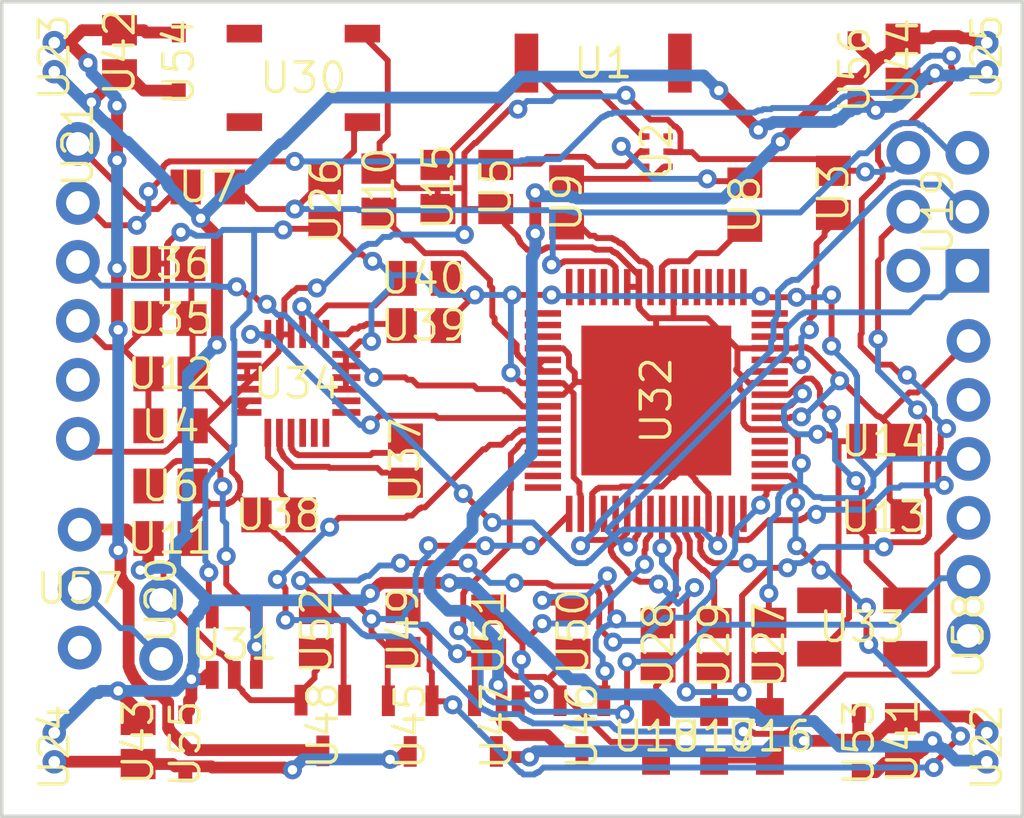
<source format=kicad_pcb>
(kicad_pcb (version 20171130) (host pcbnew "(5.1.2-1)-1")
  (layers (0 Top signal) (31 Bottom signal) (34 B.Paste user) (35 F.Paste user) (36 B.SilkS user) (37 F.SilkS user) (38 B.Mask user) (39 F.Mask user) (44 Edge.Cuts user))
  (net 0 "")
  (net 1 GND)
  (net 2 3.3V)
  (net 3 "Net-(U1-Pad64)")
  (net 4 "Net-(U1-Pad63)")
  (net 5 "Net-(U1-Pad62)")
  (net 6 "Net-(C1-Pad1)")
  (net 7 "Net-(C5-Pad1)")
  (net 8 "Net-(C6-Pad1)")
  (net 9 "Net-(U1-Pad53)")
  (net 10 "Net-(U1-Pad52)")
  (net 11 "Net-(U1-Pad51)")
  (net 12 /PE4)
  (net 13 /PE3)
  (net 14 "Net-(U1-Pad48)")
  (net 15 /TX0)
  (net 16 /RX0)
  (net 17 /PB7)
  (net 18 /PB6)
  (net 19 /PB5)
  (net 20 /PB4)
  (net 21 /MISO)
  (net 22 /MOSI)
  (net 23 /SCK)
  (net 24 "Net-(U1-Pad36)")
  (net 25 "Net-(U1-Pad32)")
  (net 26 "Net-(U1-Pad31)")
  (net 27 "Net-(U1-Pad30)")
  (net 28 "Net-(U1-Pad29)")
  (net 29 /TX1)
  (net 30 /RX1)
  (net 31 /SDA)
  (net 32 /SCL)
  (net 33 "Net-(C2-Pad1)")
  (net 34 "Net-(U1-Pad19)")
  (net 35 "Net-(U1-Pad18)")
  (net 36 "Net-(U1-Pad17)")
  (net 37 "Net-(U1-Pad16)")
  (net 38 "Net-(U1-Pad15)")
  (net 39 "Net-(U1-Pad14)")
  (net 40 "Net-(U1-Pad13)")
  (net 41 /RESET)
  (net 42 "Net-(C17-Pad2)")
  (net 43 "Net-(C16-Pad1)")
  (net 44 "Net-(U1-Pad6)")
  (net 45 "Net-(U1-Pad5)")
  (net 46 "Net-(U1-Pad4)")
  (net 47 "Net-(U1-Pad3)")
  (net 48 "Net-(U1-Pad2)")
  (net 49 "Net-(U1-Pad1)")
  (net 50 "Net-(B1-Pad4)")
  (net 51 "Net-(B1-Pad3)")
  (net 52 "Net-(B1-Pad2)")
  (net 53 /RFANT)
  (net 54 "Net-(J1-Pad2)")
  (net 55 "Net-(JP9-PadCTS)")
  (net 56 "Net-(C15-Pad1)")
  (net 57 "Net-(C7-Pad2)")
  (net 58 /VBAT)
  (net 59 "Net-(C8-Pad2)")
  (net 60 "Net-(C13-Pad2)")
  (net 61 "Net-(C14-Pad2)")
  (net 62 "Net-(JP3-Pad2)")
  (net 63 "Net-(C12-Pad1)")
  (net 64 "Net-(R10-Pad1)")
  (net 65 "Net-(R3-Pad1)")
  (net 66 "Net-(U4-Pad14)")
  (net 67 "Net-(U4-Pad13)")
  (net 68 "Net-(U4-Pad12)")
  (net 69 "Net-(U4-Pad11)")
  (net 70 "Net-(U4-Pad10)")
  (net 71 "Net-(C25-Pad1)")
  (net 72 "Net-(C25-Pad2)")
  (net 73 "Net-(C26-Pad2)")
  (net 74 "Net-(U4-Pad1)")
  (net 75 "Net-(S2-Pad1)")
  (net 76 "Net-(JP2-PadCTS)")
  (net 77 "Net-(JP2-PadDTR)")
  (net 78 "Net-(BOT1-PadA)")
  (net 79 "Net-(ARM1-PadA)")
  (net 80 "Net-(PWR1-PadA)")
  (module quadcopterJorge:ANTENNA-CHIP5 (layer Top) (at 152.425400 90.106500)
    (fp_text reference U1)
    (fp_text value "")
  )
  (module quadcopterJorge:BALUN-0805 (layer Top) (at 154.711400 93.916500 270.000000)
    (fp_text reference U2)
    (fp_text value "")
  )
  (module quadcopterJorge:C0805 (layer Top) (at 162.331400 95.694500 90.000000)
    (fp_text reference U3)
    (fp_text value "")
  )
  (module quadcopterJorge:C0805 (layer Top) (at 133.807200 105.727500)
    (fp_text reference U4)
    (fp_text value "")
  )
  (module quadcopterJorge:C0805 (layer Top) (at 147.802600 95.440500 270.000000)
    (fp_text reference U5)
    (fp_text value "")
  )
  (module quadcopterJorge:C0805 (layer Top) (at 133.807200 108.318300)
    (fp_text reference U6)
    (fp_text value "")
  )
  (module quadcopterJorge:C0805 (layer Top) (at 135.407400 95.440500)
    (fp_text reference U7)
    (fp_text value "")
  )
  (module quadcopterJorge:C0805 (layer Top) (at 158.521400 96.202500 90.000000)
    (fp_text reference U8)
    (fp_text value "")
  )
  (module quadcopterJorge:C0805 (layer Top) (at 150.850600 96.100900 270.000000)
    (fp_text reference U9)
    (fp_text value "")
  )
  (module quadcopterJorge:C0805 (layer Top) (at 142.773400 95.600000 90.000000)
    (fp_text reference U10)
    (fp_text value "")
  )
  (module quadcopterJorge:C0805 (layer Top) (at 133.807200 110.578900)
    (fp_text reference U11)
    (fp_text value "")
  )
  (module quadcopterJorge:C0805 (layer Top) (at 133.807200 103.492300)
    (fp_text reference U12)
    (fp_text value "")
  )
  (module quadcopterJorge:C0805 (layer Top) (at 164.490400 109.639100)
    (fp_text reference U13)
    (fp_text value "")
  )
  (module quadcopterJorge:C0805 (layer Top) (at 164.515800 106.387900)
    (fp_text reference U14)
    (fp_text value "")
  )
  (module quadcopterJorge:C0805 (layer Top) (at 145.313400 95.440500 90.000000)
    (fp_text reference U15)
    (fp_text value "")
  )
  (module quadcopterJorge:CHIP-LED0805 (layer Top) (at 159.600000 119.100000 180.000000)
    (fp_text reference U16)
    (fp_text value "")
  )
  (module quadcopterJorge:CHIP-LED0805 (layer Top) (at 157.200000 119.100000 180.000000)
    (fp_text reference U17)
    (fp_text value "")
  )
  (module quadcopterJorge:CHIP-LED0805 (layer Top) (at 154.700000 119.100000 180.000000)
    (fp_text reference U18)
    (fp_text value "")
  )
  (module quadcopterJorge:2X3-NS (layer Top) (at 166.827200 96.507300 90.000000)
    (fp_text reference U19)
    (fp_text value "")
  )
  (module quadcopterJorge:1X02 (layer Top) (at 133.400800 113.220500 270.000000)
    (fp_text reference U20)
    (fp_text value "")
  )
  (module quadcopterJorge:FTDI_BASIC (layer Top) (at 129.819400 93.586300 270.000000)
    (fp_text reference U21)
    (fp_text value "")
  )
  (module quadcopterJorge:653002114822 (layer Top) (at 168.935400 119.570500 270.000000)
    (fp_text reference U22)
    (fp_text value "")
  )
  (module quadcopterJorge:653002114822 (layer Top) (at 128.803400 89.852500 270.000000)
    (fp_text reference U23)
    (fp_text value "")
  )
  (module quadcopterJorge:653002114822 (layer Top) (at 128.803400 119.570500 90.000000)
    (fp_text reference U24)
    (fp_text value "")
  )
  (module quadcopterJorge:653002114822 (layer Top) (at 168.935400 89.852500 270.000000)
    (fp_text reference U25)
    (fp_text value "")
  )
  (module quadcopterJorge:R0805 (layer Top) (at 140.487400 96.050100 270.000000)
    (fp_text reference U26)
    (fp_text value "")
  )
  (module quadcopterJorge:R0805 (layer Top) (at 159.560000 115.160000 90.000000)
    (fp_text reference U27)
    (fp_text value "")
  )
  (module quadcopterJorge:R0805 (layer Top) (at 154.787600 115.176300 90.000000)
    (fp_text reference U28)
    (fp_text value "")
  )
  (module quadcopterJorge:R0805 (layer Top) (at 157.200600 115.176300 90.000000)
    (fp_text reference U29)
    (fp_text value "")
  )
  (module quadcopterJorge:TACTILE_SWITCH_SMD (layer Top) (at 139.522200 90.741500 180.000000)
    (fp_text reference U30)
    (fp_text value "")
  )
  (module quadcopterJorge:SOT23-DBV (layer Top) (at 136.550400 115.150900)
    (fp_text reference U31)
    (fp_text value "")
  )
  (module quadcopterJorge:QFN-64 (layer Top) (at 154.711400 104.635300 270.000000)
    (fp_text reference U32)
    (fp_text value "")
  )
  (module quadcopterJorge:CRYSTAL-SMD-5X3 (layer Top) (at 163.576000 114.388900)
    (fp_text reference U33)
    (fp_text value "")
  )
  (module quadcopterJorge:LGA-24 (layer Top) (at 139.242800 103.898700)
    (fp_text reference U34)
    (fp_text value "")
  )
  (module quadcopterJorge:C0805 (layer Top) (at 133.756400 101.104700)
    (fp_text reference U35)
    (fp_text value "")
  )
  (module quadcopterJorge:C0805 (layer Top) (at 133.705600 98.742500)
    (fp_text reference U36)
    (fp_text value "")
  )
  (module quadcopterJorge:C0805 (layer Top) (at 143.916400 107.226100 270.000000)
    (fp_text reference U37)
    (fp_text value "")
  )
  (module quadcopterJorge:C0805 (layer Top) (at 138.455400 109.562900)
    (fp_text reference U38)
    (fp_text value "")
  )
  (module quadcopterJorge:R0805 (layer Top) (at 144.703800 101.409500)
    (fp_text reference U39)
    (fp_text value "")
  )
  (module quadcopterJorge:R0805 (layer Top) (at 144.703800 99.377500)
    (fp_text reference U40)
    (fp_text value "")
  )
  (module quadcopterJorge:C0805 (layer Top) (at 165.303200 119.265700 90.000000)
    (fp_text reference U41)
    (fp_text value "")
  )
  (module quadcopterJorge:C0805 (layer Top) (at 131.610000 89.640000 90.000000)
    (fp_text reference U42)
    (fp_text value "")
  )
  (module quadcopterJorge:C0805 (layer Top) (at 132.410200 119.341900 270.000000)
    (fp_text reference U43)
    (fp_text value "")
  )
  (module quadcopterJorge:C0805 (layer Top) (at 165.328600 90.004900 90.000000)
    (fp_text reference U44)
    (fp_text value "")
  )
  (module quadcopterJorge:CONTROLLER_SOT95P237X112-3N (layer Top) (at 144.119600 118.656100 270.000000)
    (fp_text reference U45)
    (fp_text value "")
  )
  (module quadcopterJorge:CONTROLLER_SOT95P237X112-3N (layer Top) (at 151.511000 118.656100 270.000000)
    (fp_text reference U46)
    (fp_text value "")
  )
  (module quadcopterJorge:CONTROLLER_SOT95P237X112-3N (layer Top) (at 147.828000 118.656100 270.000000)
    (fp_text reference U47)
    (fp_text value "")
  )
  (module quadcopterJorge:CONTROLLER_SOT95P237X112-3N (layer Top) (at 140.360400 118.630700 270.000000)
    (fp_text reference U48)
    (fp_text value "")
  )
  (module quadcopterJorge:R0805 (layer Top) (at 143.814800 114.515900 270.000000)
    (fp_text reference U49)
    (fp_text value "")
  )
  (module quadcopterJorge:R0805 (layer Top) (at 151.130000 114.592100 270.000000)
    (fp_text reference U50)
    (fp_text value "")
  )
  (module quadcopterJorge:R0805 (layer Top) (at 147.497800 114.592100 270.000000)
    (fp_text reference U51)
    (fp_text value "")
  )
  (module quadcopterJorge:R0805 (layer Top) (at 140.081000 114.566700 270.000000)
    (fp_text reference U52)
    (fp_text value "")
  )
  (module quadcopterJorge:SOD323_ST (layer Top) (at 163.423600 119.367300 90.000000)
    (fp_text reference U53)
    (fp_text value "")
  )
  (module quadcopterJorge:SOD323_ST (layer Top) (at 134.160000 90.060000 90.000000)
    (fp_text reference U54)
    (fp_text value "")
  )
  (module quadcopterJorge:SOD323_ST (layer Top) (at 134.442200 119.418100 270.000000)
    (fp_text reference U55)
    (fp_text value "")
  )
  (module quadcopterJorge:SOD323_ST (layer Top) (at 163.245800 90.385900 90.000000)
    (fp_text reference U56)
    (fp_text value "")
  )
  (module quadcopterJorge:SWITCH-SPDT (layer Top) (at 129.895600 112.737900 180.000000)
    (fp_text reference U57)
    (fp_text value "")
  )
  (module quadcopterJorge:FTDI_BASIC (layer Top) (at 168.148000 114.769900 90.000000)
    (fp_text reference U58)
    (fp_text value "")
  )
  (gr_line (start 126.5428 122.5423) (end 126.5428 87.4649) (layer Edge.Cuts) (width 0.1524))
  (gr_line (start 126.5428 87.4649) (end 170.4594 87.4649) (layer Edge.Cuts) (width 0.1524))
  (gr_line (start 170.4594 87.4649) (end 170.4594 122.5423) (layer Edge.Cuts) (width 0.1524))
  (gr_line (start 170.4594 122.5423) (end 126.5428 122.5423) (layer Edge.Cuts) (width 0.1524))
  (segment (start 162.353402 94.740001) (end 162.303402 94.740001) (width 0.254000) (layer Top) (net 1))
  (segment (start 162.303402 94.740001) (end 161.803402 94.240001) (width 0.254000) (layer Top) (net 1))
  (segment (start 161.803402 94.240001) (end 156.553402 94.240001) (width 0.254000) (layer Top) (net 1))
  (segment (start 156.553402 94.240001) (end 156.253402 93.940001) (width 0.254000) (layer Top) (net 1))
  (segment (start 156.253402 93.940001) (end 155.203402 93.940001) (width 0.254000) (layer Top) (net 1))
  (segment (start 134.753402 105.740002) (end 134.803402 105.690002) (width 0.254000) (layer Top) (net 1))
  (segment (start 134.803402 105.690002) (end 135.303402 105.690002) (width 0.254000) (layer Top) (net 1))
  (segment (start 135.303402 105.690002) (end 138.453402 102.540002) (width 0.254000) (layer Top) (net 1))
  (segment (start 138.453402 102.540002) (end 138.453402 102.490002) (width 0.254000) (layer Top) (net 1))
  (segment (start 138.453402 102.490002) (end 138.503402 102.440002) (width 0.254000) (layer Top) (net 1))
  (segment (start 138.503402 102.440002) (end 138.503402 101.990002) (width 0.254000) (layer Top) (net 1))
  (segment (start 138.503402 101.990002) (end 138.553402 101.940002) (width 0.254000) (layer Top) (net 1))
  (segment (start 138.553402 101.940002) (end 138.553402 101.040002) (width 0.254000) (layer Top) (net 1))
  (segment (start 138.553402 101.040002) (end 138.703402 100.890002) (width 0.254000) (layer Top) (net 1))
  (segment (start 138.703402 100.890002) (end 138.703402 100.290001) (width 0.254000) (layer Top) (net 1))
  (segment (start 138.703402 100.290001) (end 139.053402 99.940001) (width 0.254000) (layer Top) (net 1))
  (segment (start 139.053402 99.940001) (end 139.103402 99.940001) (width 0.254000) (layer Top) (net 1))
  (segment (start 139.103402 99.940001) (end 139.253402 99.790001) (width 0.254000) (layer Top) (net 1))
  (segment (start 139.253402 99.790001) (end 140.103402 99.790001) (width 0.254000) (layer Top) (net 1))
  (segment (start 140.103402 99.790001) (end 140.303402 99.790001) (width 0.254000) (layer Bottom) (net 1))
  (segment (start 140.303402 99.790001) (end 142.103402 97.990001) (width 0.254000) (layer Bottom) (net 1))
  (segment (start 142.103402 97.990001) (end 142.153402 97.990001) (width 0.254000) (layer Bottom) (net 1))
  (segment (start 142.153402 97.990001) (end 142.203402 97.940001) (width 0.254000) (layer Bottom) (net 1))
  (segment (start 142.203402 97.940001) (end 142.253402 97.940001) (width 0.254000) (layer Bottom) (net 1))
  (segment (start 142.253402 97.940001) (end 142.303402 97.890001) (width 0.254000) (layer Bottom) (net 1))
  (segment (start 142.303402 97.890001) (end 142.653402 97.890001) (width 0.254000) (layer Bottom) (net 1))
  (segment (start 142.653402 97.890001) (end 142.953402 97.590001) (width 0.254000) (layer Bottom) (net 1))
  (segment (start 142.953402 97.590001) (end 143.253402 97.590001) (width 0.254000) (layer Bottom) (net 1))
  (segment (start 143.253402 97.590001) (end 143.353402 97.490001) (width 0.254000) (layer Bottom) (net 1))
  (segment (start 143.353402 97.490001) (end 146.453402 97.490001) (width 0.254000) (layer Bottom) (net 1))
  (segment (start 146.453402 97.490001) (end 146.453402 93.990001) (width 0.254000) (layer Top) (net 1))
  (segment (start 146.453402 93.990001) (end 146.903402 93.540001) (width 0.254000) (layer Top) (net 1))
  (segment (start 146.903402 93.540001) (end 146.953402 93.540001) (width 0.254000) (layer Top) (net 1))
  (segment (start 146.953402 93.540001) (end 148.403402 92.090001) (width 0.254000) (layer Top) (net 1))
  (segment (start 148.403402 92.090001) (end 148.753402 92.090001) (width 0.254000) (layer Top) (net 1))
  (segment (start 148.753402 92.090001) (end 148.803402 92.090001) (width 0.254000) (layer Bottom) (net 1))
  (segment (start 148.803402 92.090001) (end 149.153402 91.740001) (width 0.254000) (layer Bottom) (net 1))
  (segment (start 149.153402 91.740001) (end 150.203402 91.740001) (width 0.254000) (layer Bottom) (net 1))
  (segment (start 150.203402 91.740001) (end 150.403402 91.540001) (width 0.254000) (layer Bottom) (net 1))
  (segment (start 150.403402 91.540001) (end 153.353402 91.540001) (width 0.254000) (layer Bottom) (net 1))
  (segment (start 153.353402 91.540001) (end 153.403402 91.490001) (width 0.254000) (layer Bottom) (net 1))
  (segment (start 153.403402 91.490001) (end 154.453402 92.540001) (width 0.254000) (layer Top) (net 1))
  (segment (start 154.453402 92.540001) (end 155.203402 92.540001) (width 0.254000) (layer Top) (net 1))
  (segment (start 155.203402 92.540001) (end 155.503402 92.840001) (width 0.254000) (layer Top) (net 1))
  (segment (start 155.503402 92.840001) (end 155.553402 92.840001) (width 0.254000) (layer Top) (net 1))
  (segment (start 155.553402 92.840001) (end 155.703402 92.990001) (width 0.254000) (layer Top) (net 1))
  (segment (start 155.703402 92.990001) (end 155.703402 93.040001) (width 0.254000) (layer Top) (net 1))
  (segment (start 155.703402 93.040001) (end 155.753402 93.090001) (width 0.254000) (layer Top) (net 1))
  (segment (start 155.753402 93.090001) (end 155.753402 93.940001) (width 0.254000) (layer Top) (net 1))
  (segment (start 147.803402 96.390001) (end 146.453402 96.390001) (width 0.254000) (layer Top) (net 1))
  (segment (start 134.753402 108.340002) (end 135.503402 109.090002) (width 0.254000) (layer Top) (net 1))
  (segment (start 135.503402 109.090002) (end 136.253402 109.090002) (width 0.254000) (layer Top) (net 1))
  (segment (start 136.253402 109.090002) (end 136.303402 109.040002) (width 0.254000) (layer Top) (net 1))
  (segment (start 136.303402 109.040002) (end 136.353402 109.040002) (width 0.254000) (layer Top) (net 1))
  (segment (start 136.353402 109.040002) (end 136.403402 108.990002) (width 0.254000) (layer Top) (net 1))
  (segment (start 136.403402 108.990002) (end 136.453402 108.990002) (width 0.254000) (layer Top) (net 1))
  (segment (start 136.453402 108.990002) (end 136.703402 108.740002) (width 0.254000) (layer Top) (net 1))
  (segment (start 136.703402 108.740002) (end 136.703402 108.690002) (width 0.254000) (layer Top) (net 1))
  (segment (start 136.703402 108.690002) (end 136.753402 108.640002) (width 0.254000) (layer Top) (net 1))
  (segment (start 136.753402 108.640002) (end 136.753402 108.590002) (width 0.254000) (layer Top) (net 1))
  (segment (start 136.753402 108.590002) (end 136.803402 108.540002) (width 0.254000) (layer Top) (net 1))
  (segment (start 136.803402 108.540002) (end 136.803402 108.140002) (width 0.254000) (layer Top) (net 1))
  (segment (start 136.803402 108.140002) (end 136.753402 108.090002) (width 0.254000) (layer Top) (net 1))
  (segment (start 136.753402 108.090002) (end 136.753402 108.040002) (width 0.254000) (layer Top) (net 1))
  (segment (start 136.753402 108.040002) (end 136.703402 107.990002) (width 0.254000) (layer Top) (net 1))
  (segment (start 136.703402 107.990002) (end 136.703402 107.940002) (width 0.254000) (layer Top) (net 1))
  (segment (start 136.703402 107.940002) (end 136.453402 107.690002) (width 0.254000) (layer Top) (net 1))
  (segment (start 136.453402 107.690002) (end 136.453402 106.840002) (width 0.254000) (layer Top) (net 1))
  (segment (start 136.453402 106.840002) (end 135.303402 105.690002) (width 0.254000) (layer Top) (net 1))
  (segment (start 142.753402 94.640001) (end 142.803402 94.640001) (width 0.254000) (layer Top) (net 1))
  (segment (start 142.803402 94.640001) (end 143.653402 95.490001) (width 0.254000) (layer Top) (net 1))
  (segment (start 143.653402 95.490001) (end 146.453402 95.490001) (width 0.254000) (layer Top) (net 1))
  (segment (start 134.753402 110.590002) (end 134.753402 109.840002) (width 0.254000) (layer Top) (net 1))
  (segment (start 134.753402 109.840002) (end 135.503402 109.090002) (width 0.254000) (layer Top) (net 1))
  (segment (start 134.753402 103.490002) (end 134.753402 103.540002) (width 0.254000) (layer Top) (net 1))
  (segment (start 134.753402 103.540002) (end 136.103402 104.890002) (width 0.254000) (layer Top) (net 1))
  (segment (start 165.453402 109.640002) (end 165.453402 109.590002) (width 0.254000) (layer Top) (net 1))
  (segment (start 165.453402 109.590002) (end 164.753402 108.890002) (width 0.254000) (layer Top) (net 1))
  (segment (start 164.753402 108.890002) (end 164.753402 105.740002) (width 0.254000) (layer Top) (net 1))
  (segment (start 164.753402 105.740002) (end 164.353402 105.340002) (width 0.254000) (layer Top) (net 1))
  (segment (start 164.353402 105.340002) (end 164.303402 105.340002) (width 0.254000) (layer Top) (net 1))
  (segment (start 164.303402 105.340002) (end 164.253402 105.290002) (width 0.254000) (layer Top) (net 1))
  (segment (start 164.253402 105.290002) (end 164.203402 105.290002) (width 0.254000) (layer Top) (net 1))
  (segment (start 164.203402 105.290002) (end 161.353402 102.440002) (width 0.254000) (layer Top) (net 1))
  (segment (start 161.353402 102.440002) (end 161.303402 102.440002) (width 0.254000) (layer Top) (net 1))
  (segment (start 161.303402 102.440002) (end 161.253402 102.390002) (width 0.254000) (layer Top) (net 1))
  (segment (start 161.253402 102.390002) (end 161.203402 102.390002) (width 0.254000) (layer Top) (net 1))
  (segment (start 161.203402 102.390002) (end 161.153402 102.340002) (width 0.254000) (layer Top) (net 1))
  (segment (start 161.153402 102.340002) (end 160.753402 102.340002) (width 0.254000) (layer Top) (net 1))
  (segment (start 160.753402 102.340002) (end 160.703402 102.390002) (width 0.254000) (layer Top) (net 1))
  (segment (start 160.703402 102.390002) (end 158.203402 102.390002) (width 0.254000) (layer Top) (net 1))
  (segment (start 158.203402 102.390002) (end 156.903402 101.090002) (width 0.254000) (layer Top) (net 1))
  (segment (start 156.903402 101.090002) (end 154.403402 101.090002) (width 0.254000) (layer Top) (net 1))
  (segment (start 154.403402 101.090002) (end 154.003402 100.690002) (width 0.254000) (layer Top) (net 1))
  (segment (start 154.003402 100.690002) (end 154.003402 100.640001) (width 0.254000) (layer Top) (net 1))
  (segment (start 154.003402 100.640001) (end 153.953402 100.590001) (width 0.254000) (layer Top) (net 1))
  (segment (start 153.953402 100.590001) (end 153.953402 99.240001) (width 0.254000) (layer Top) (net 1))
  (segment (start 153.953402 99.240001) (end 153.003402 98.290001) (width 0.254000) (layer Top) (net 1))
  (segment (start 153.003402 98.290001) (end 152.953402 98.290001) (width 0.254000) (layer Top) (net 1))
  (segment (start 152.953402 98.290001) (end 152.903402 98.240001) (width 0.254000) (layer Top) (net 1))
  (segment (start 152.903402 98.240001) (end 152.853402 98.240001) (width 0.254000) (layer Top) (net 1))
  (segment (start 152.853402 98.240001) (end 152.753402 98.140001) (width 0.254000) (layer Top) (net 1))
  (segment (start 152.753402 98.140001) (end 152.103402 98.140001) (width 0.254000) (layer Top) (net 1))
  (segment (start 152.103402 98.140001) (end 152.053402 98.090001) (width 0.254000) (layer Top) (net 1))
  (segment (start 152.053402 98.090001) (end 152.003402 98.090001) (width 0.254000) (layer Top) (net 1))
  (segment (start 152.003402 98.090001) (end 151.953402 98.040001) (width 0.254000) (layer Top) (net 1))
  (segment (start 151.953402 98.040001) (end 150.003402 98.040001) (width 0.254000) (layer Top) (net 1))
  (segment (start 150.003402 98.040001) (end 149.953402 98.090001) (width 0.254000) (layer Top) (net 1))
  (segment (start 149.953402 98.090001) (end 149.903402 98.090001) (width 0.254000) (layer Top) (net 1))
  (segment (start 149.903402 98.090001) (end 149.853402 98.140001) (width 0.254000) (layer Top) (net 1))
  (segment (start 149.853402 98.140001) (end 149.803402 98.140001) (width 0.254000) (layer Top) (net 1))
  (segment (start 149.803402 98.140001) (end 149.753402 98.190001) (width 0.254000) (layer Top) (net 1))
  (segment (start 149.753402 98.190001) (end 149.303402 98.190001) (width 0.254000) (layer Top) (net 1))
  (segment (start 149.303402 98.190001) (end 149.253402 98.140001) (width 0.254000) (layer Top) (net 1))
  (segment (start 149.253402 98.140001) (end 149.153402 98.140001) (width 0.254000) (layer Top) (net 1))
  (segment (start 149.153402 98.140001) (end 148.853402 97.840001) (width 0.254000) (layer Top) (net 1))
  (segment (start 148.853402 97.840001) (end 148.853402 97.790001) (width 0.254000) (layer Top) (net 1))
  (segment (start 148.853402 97.790001) (end 148.803402 97.740001) (width 0.254000) (layer Top) (net 1))
  (segment (start 148.803402 97.740001) (end 148.803402 97.690001) (width 0.254000) (layer Top) (net 1))
  (segment (start 148.803402 97.690001) (end 148.753402 97.640001) (width 0.254000) (layer Top) (net 1))
  (segment (start 148.753402 97.640001) (end 148.753402 97.590001) (width 0.254000) (layer Top) (net 1))
  (segment (start 148.753402 97.590001) (end 148.203402 97.040001) (width 0.254000) (layer Top) (net 1))
  (segment (start 148.203402 97.040001) (end 148.203402 96.940001) (width 0.254000) (layer Top) (net 1))
  (segment (start 148.203402 96.940001) (end 147.953402 96.690001) (width 0.254000) (layer Top) (net 1))
  (segment (start 147.953402 96.690001) (end 147.953402 96.540001) (width 0.254000) (layer Top) (net 1))
  (segment (start 147.953402 96.540001) (end 147.803402 96.390001) (width 0.254000) (layer Top) (net 1))
  (segment (start 165.453402 106.390002) (end 164.753402 106.390002) (width 0.254000) (layer Top) (net 1))
  (segment (start 145.303402 96.390001) (end 145.303402 95.490001) (width 0.254000) (layer Top) (net 1))
  (segment (start 159.603402 120.140002) (end 157.103402 120.140002) (width 0.254000) (layer Top) (net 1))
  (segment (start 157.103402 120.140002) (end 156.703402 119.740002) (width 0.254000) (layer Top) (net 1))
  (segment (start 156.703402 119.740002) (end 155.803402 119.740002) (width 0.254000) (layer Top) (net 1))
  (segment (start 155.803402 119.740002) (end 155.403402 119.340002) (width 0.254000) (layer Top) (net 1))
  (segment (start 155.403402 119.340002) (end 152.753402 119.340002) (width 0.254000) (layer Top) (net 1))
  (segment (start 152.753402 119.340002) (end 150.053402 116.640002) (width 0.254000) (layer Top) (net 1))
  (segment (start 150.053402 116.640002) (end 150.003402 116.640002) (width 0.254000) (layer Top) (net 1))
  (segment (start 150.003402 116.640002) (end 149.903402 116.540002) (width 0.254000) (layer Top) (net 1))
  (segment (start 149.903402 116.540002) (end 148.703402 116.540002) (width 0.254000) (layer Top) (net 1))
  (segment (start 148.703402 116.540002) (end 148.653402 116.490002) (width 0.254000) (layer Top) (net 1))
  (segment (start 148.653402 116.490002) (end 148.553402 116.490002) (width 0.254000) (layer Top) (net 1))
  (segment (start 148.553402 116.490002) (end 147.603402 115.540002) (width 0.254000) (layer Top) (net 1))
  (segment (start 147.603402 115.540002) (end 146.153402 115.540002) (width 0.254000) (layer Top) (net 1))
  (segment (start 146.153402 115.540002) (end 146.103402 115.540002) (width 0.254000) (layer Bottom) (net 1))
  (segment (start 146.103402 115.540002) (end 144.853402 114.290002) (width 0.254000) (layer Bottom) (net 1))
  (segment (start 144.853402 114.290002) (end 144.003402 114.290002) (width 0.254000) (layer Bottom) (net 1))
  (segment (start 144.003402 114.290002) (end 143.753402 114.040002) (width 0.254000) (layer Bottom) (net 1))
  (segment (start 143.753402 114.040002) (end 142.453402 114.040002) (width 0.254000) (layer Bottom) (net 1))
  (segment (start 142.453402 114.040002) (end 140.803402 112.390002) (width 0.254000) (layer Top) (net 1))
  (segment (start 140.803402 112.390002) (end 140.453402 112.390002) (width 0.254000) (layer Top) (net 1))
  (segment (start 140.453402 112.390002) (end 138.653402 110.590002) (width 0.254000) (layer Top) (net 1))
  (segment (start 138.653402 110.590002) (end 138.553402 110.590002) (width 0.254000) (layer Top) (net 1))
  (segment (start 138.553402 110.590002) (end 136.703402 108.740002) (width 0.254000) (layer Top) (net 1))
  (segment (start 154.703402 120.140002) (end 154.703402 119.340002) (width 0.254000) (layer Top) (net 1))
  (segment (start 165.553402 93.990001) (end 164.853402 94.690001) (width 0.254000) (layer Bottom) (net 1))
  (segment (start 164.853402 94.690001) (end 164.503402 94.690001) (width 0.254000) (layer Bottom) (net 1))
  (segment (start 164.503402 94.690001) (end 164.403402 94.790001) (width 0.254000) (layer Bottom) (net 1))
  (segment (start 164.403402 94.790001) (end 163.703402 94.790001) (width 0.254000) (layer Bottom) (net 1))
  (segment (start 163.703402 94.790001) (end 163.653402 94.740001) (width 0.254000) (layer Top) (net 1))
  (segment (start 163.653402 94.740001) (end 162.353402 94.740001) (width 0.254000) (layer Top) (net 1))
  (segment (start 133.403402 113.240002) (end 133.503402 113.140002) (width 0.254000) (layer Top) (net 1))
  (segment (start 133.503402 113.140002) (end 133.503402 111.890002) (width 0.254000) (layer Top) (net 1))
  (segment (start 133.503402 111.890002) (end 134.753402 110.640002) (width 0.254000) (layer Top) (net 1))
  (segment (start 134.753402 110.640002) (end 134.753402 110.590002) (width 0.254000) (layer Top) (net 1))
  (segment (start 129.803402 106.290002) (end 129.853402 106.290002) (width 0.254000) (layer Top) (net 1))
  (segment (start 129.853402 106.290002) (end 130.303402 106.740002) (width 0.254000) (layer Top) (net 1))
  (segment (start 130.303402 106.740002) (end 130.403402 106.740002) (width 0.254000) (layer Top) (net 1))
  (segment (start 130.403402 106.740002) (end 130.503402 106.840002) (width 0.254000) (layer Top) (net 1))
  (segment (start 130.503402 106.840002) (end 133.553402 106.840002) (width 0.254000) (layer Top) (net 1))
  (segment (start 133.553402 106.840002) (end 133.603402 106.790002) (width 0.254000) (layer Top) (net 1))
  (segment (start 133.603402 106.790002) (end 133.653402 106.790002) (width 0.254000) (layer Top) (net 1))
  (segment (start 133.653402 106.790002) (end 134.153402 106.290002) (width 0.254000) (layer Top) (net 1))
  (segment (start 134.153402 106.290002) (end 134.203402 106.290002) (width 0.254000) (layer Top) (net 1))
  (segment (start 134.203402 106.290002) (end 134.753402 105.740002) (width 0.254000) (layer Top) (net 1))
  (segment (start 142.053402 88.840001) (end 142.053402 88.890001) (width 0.254000) (layer Top) (net 1))
  (segment (start 142.053402 88.890001) (end 143.153402 89.990001) (width 0.254000) (layer Top) (net 1))
  (segment (start 143.153402 89.990001) (end 143.153402 93.190001) (width 0.254000) (layer Top) (net 1))
  (segment (start 143.153402 93.190001) (end 142.803402 93.540001) (width 0.254000) (layer Top) (net 1))
  (segment (start 142.803402 93.540001) (end 142.803402 94.640001) (width 0.254000) (layer Top) (net 1))
  (segment (start 136.553402 116.440002) (end 136.553402 116.390002) (width 0.254000) (layer Top) (net 1))
  (segment (start 136.553402 116.390002) (end 136.403402 116.240002) (width 0.254000) (layer Top) (net 1))
  (segment (start 136.403402 116.240002) (end 136.403402 115.940002) (width 0.254000) (layer Top) (net 1))
  (segment (start 136.403402 115.940002) (end 136.003402 115.540002) (width 0.254000) (layer Top) (net 1))
  (segment (start 136.003402 115.540002) (end 135.953402 115.540002) (width 0.254000) (layer Top) (net 1))
  (segment (start 135.953402 115.540002) (end 135.903402 115.490002) (width 0.254000) (layer Top) (net 1))
  (segment (start 135.903402 115.490002) (end 135.853402 115.490002) (width 0.254000) (layer Top) (net 1))
  (segment (start 135.853402 115.490002) (end 133.503402 113.140002) (width 0.254000) (layer Top) (net 1))
  (segment (start 154.703402 104.640002) (end 154.703402 101.090002) (width 0.254000) (layer Top) (net 1))
  (segment (start 159.603402 103.890002) (end 158.703402 103.890002) (width 0.254000) (layer Top) (net 1))
  (segment (start 158.703402 103.890002) (end 158.153402 103.340002) (width 0.254000) (layer Top) (net 1))
  (segment (start 158.153402 103.340002) (end 158.153402 103.290002) (width 0.254000) (layer Top) (net 1))
  (segment (start 158.153402 103.290002) (end 158.203402 103.240002) (width 0.254000) (layer Top) (net 1))
  (segment (start 158.203402 103.240002) (end 158.203402 102.390002) (width 0.254000) (layer Top) (net 1))
  (segment (start 159.603402 105.390002) (end 160.453402 105.390002) (width 0.254000) (layer Top) (net 1))
  (segment (start 160.453402 105.390002) (end 160.503402 105.340002) (width 0.254000) (layer Top) (net 1))
  (segment (start 160.503402 105.340002) (end 160.953402 105.340002) (width 0.254000) (layer Top) (net 1))
  (segment (start 160.953402 105.340002) (end 161.153402 105.140002) (width 0.254000) (layer Bottom) (net 1))
  (segment (start 161.153402 105.140002) (end 161.253402 105.140002) (width 0.254000) (layer Bottom) (net 1))
  (segment (start 161.253402 105.140002) (end 162.603402 103.790002) (width 0.254000) (layer Bottom) (net 1))
  (segment (start 162.603402 103.790002) (end 162.653402 103.740002) (width 0.254000) (layer Top) (net 1))
  (segment (start 156.953402 109.540002) (end 156.953402 108.640002) (width 0.254000) (layer Top) (net 1))
  (segment (start 156.953402 108.640002) (end 156.403402 108.090002) (width 0.254000) (layer Top) (net 1))
  (segment (start 156.403402 108.090002) (end 156.403402 108.040002) (width 0.254000) (layer Top) (net 1))
  (segment (start 156.403402 108.040002) (end 156.103402 107.740002) (width 0.254000) (layer Top) (net 1))
  (segment (start 156.103402 107.740002) (end 156.103402 107.440002) (width 0.254000) (layer Top) (net 1))
  (segment (start 156.103402 107.440002) (end 155.903402 107.240002) (width 0.254000) (layer Top) (net 1))
  (segment (start 155.903402 107.240002) (end 155.903402 105.840002) (width 0.254000) (layer Top) (net 1))
  (segment (start 155.903402 105.840002) (end 154.703402 104.640002) (width 0.254000) (layer Top) (net 1))
  (segment (start 151.953402 109.540002) (end 151.953402 108.640002) (width 0.254000) (layer Top) (net 1))
  (segment (start 151.953402 108.640002) (end 152.153402 108.440002) (width 0.254000) (layer Top) (net 1))
  (segment (start 152.153402 108.440002) (end 152.203402 108.440002) (width 0.254000) (layer Top) (net 1))
  (segment (start 152.203402 108.440002) (end 152.253402 108.390002) (width 0.254000) (layer Top) (net 1))
  (segment (start 152.253402 108.390002) (end 153.153402 108.390002) (width 0.254000) (layer Top) (net 1))
  (segment (start 153.153402 108.390002) (end 153.203402 108.340002) (width 0.254000) (layer Top) (net 1))
  (segment (start 153.203402 108.340002) (end 154.953402 108.340002) (width 0.254000) (layer Top) (net 1))
  (segment (start 154.953402 108.340002) (end 155.353402 107.940002) (width 0.254000) (layer Top) (net 1))
  (segment (start 155.353402 107.940002) (end 155.453402 107.940002) (width 0.254000) (layer Top) (net 1))
  (segment (start 155.453402 107.940002) (end 155.653402 107.740002) (width 0.254000) (layer Top) (net 1))
  (segment (start 155.653402 107.740002) (end 156.103402 107.740002) (width 0.254000) (layer Top) (net 1))
  (segment (start 150.953402 109.540002) (end 149.603402 110.890002) (width 0.254000) (layer Top) (net 1))
  (segment (start 149.603402 110.890002) (end 149.303402 110.890002) (width 0.254000) (layer Top) (net 1))
  (segment (start 149.303402 110.890002) (end 147.353402 110.890002) (width 0.254000) (layer Bottom) (net 1))
  (segment (start 147.353402 110.890002) (end 144.903402 110.890002) (width 0.254000) (layer Top) (net 1))
  (segment (start 144.903402 110.890002) (end 144.903402 111.290002) (width 0.254000) (layer Bottom) (net 1))
  (segment (start 144.903402 111.290002) (end 144.553402 111.640002) (width 0.254000) (layer Bottom) (net 1))
  (segment (start 144.553402 111.640002) (end 144.553402 111.690002) (width 0.254000) (layer Bottom) (net 1))
  (segment (start 144.553402 111.690002) (end 144.503402 111.740002) (width 0.254000) (layer Bottom) (net 1))
  (segment (start 144.503402 111.740002) (end 144.503402 111.790002) (width 0.254000) (layer Bottom) (net 1))
  (segment (start 144.503402 111.790002) (end 144.453402 111.840002) (width 0.254000) (layer Bottom) (net 1))
  (segment (start 144.453402 111.840002) (end 144.453402 111.890002) (width 0.254000) (layer Bottom) (net 1))
  (segment (start 144.453402 111.890002) (end 144.403402 111.940002) (width 0.254000) (layer Bottom) (net 1))
  (segment (start 144.403402 111.940002) (end 144.403402 112.090002) (width 0.254000) (layer Bottom) (net 1))
  (segment (start 144.403402 112.090002) (end 144.353402 112.140002) (width 0.254000) (layer Bottom) (net 1))
  (segment (start 144.353402 112.140002) (end 144.353402 113.190002) (width 0.254000) (layer Bottom) (net 1))
  (segment (start 144.353402 113.190002) (end 144.153402 113.390002) (width 0.254000) (layer Bottom) (net 1))
  (segment (start 144.153402 113.390002) (end 144.153402 113.490002) (width 0.254000) (layer Bottom) (net 1))
  (segment (start 144.153402 113.490002) (end 143.903402 113.740002) (width 0.254000) (layer Bottom) (net 1))
  (segment (start 143.903402 113.740002) (end 143.903402 113.890002) (width 0.254000) (layer Bottom) (net 1))
  (segment (start 143.903402 113.890002) (end 143.753402 114.040002) (width 0.254000) (layer Bottom) (net 1))
  (segment (start 149.853402 104.390002) (end 150.703402 104.390002) (width 0.254000) (layer Top) (net 1))
  (segment (start 150.703402 104.390002) (end 151.253402 103.840002) (width 0.254000) (layer Top) (net 1))
  (segment (start 151.253402 103.840002) (end 154.703402 103.840002) (width 0.254000) (layer Top) (net 1))
  (segment (start 149.853402 102.390002) (end 150.703402 102.390002) (width 0.254000) (layer Top) (net 1))
  (segment (start 150.703402 102.390002) (end 150.903402 102.590002) (width 0.254000) (layer Top) (net 1))
  (segment (start 150.903402 102.590002) (end 150.903402 102.640002) (width 0.254000) (layer Top) (net 1))
  (segment (start 150.903402 102.640002) (end 150.953402 102.690002) (width 0.254000) (layer Top) (net 1))
  (segment (start 150.953402 102.690002) (end 150.953402 103.190002) (width 0.254000) (layer Top) (net 1))
  (segment (start 150.953402 103.190002) (end 151.203402 103.440002) (width 0.254000) (layer Top) (net 1))
  (segment (start 151.203402 103.440002) (end 151.203402 103.740002) (width 0.254000) (layer Top) (net 1))
  (segment (start 151.203402 103.740002) (end 151.253402 103.790002) (width 0.254000) (layer Top) (net 1))
  (segment (start 151.253402 103.790002) (end 151.253402 103.840002) (width 0.254000) (layer Top) (net 1))
  (segment (start 153.453402 99.740001) (end 153.953402 99.740001) (width 0.254000) (layer Top) (net 1))
  (segment (start 155.453402 99.740001) (end 155.453402 101.090002) (width 0.254000) (layer Top) (net 1))
  (segment (start 138.503402 101.790002) (end 138.553402 101.790002) (width 0.254000) (layer Top) (net 1))
  (segment (start 139.003402 101.790002) (end 138.553402 101.790002) (width 0.254000) (layer Top) (net 1))
  (segment (start 137.103402 105.140002) (end 137.053402 105.140002) (width 0.254000) (layer Top) (net 1))
  (segment (start 137.053402 105.140002) (end 136.453402 104.540002) (width 0.254000) (layer Top) (net 1))
  (segment (start 137.103402 104.640002) (end 137.103402 104.690002) (width 0.254000) (layer Top) (net 1))
  (segment (start 137.103402 104.690002) (end 136.853402 104.940002) (width 0.254000) (layer Top) (net 1))
  (segment (start 137.103402 104.140002) (end 137.053402 104.140002) (width 0.254000) (layer Top) (net 1))
  (segment (start 137.053402 104.140002) (end 136.953402 104.040002) (width 0.254000) (layer Top) (net 1))
  (segment (start 137.103402 103.640002) (end 137.103402 103.690002) (width 0.254000) (layer Top) (net 1))
  (segment (start 137.103402 103.690002) (end 137.203402 103.790002) (width 0.254000) (layer Top) (net 1))
  (segment (start 137.103402 103.140002) (end 137.103402 103.640002) (width 0.254000) (layer Top) (net 1))
  (segment (start 134.703402 101.090002) (end 134.753402 101.140002) (width 0.254000) (layer Top) (net 1))
  (segment (start 134.753402 101.140002) (end 134.753402 103.490002) (width 0.254000) (layer Top) (net 1))
  (segment (start 134.653402 98.740001) (end 134.703402 98.790001) (width 0.254000) (layer Top) (net 1))
  (segment (start 134.703402 98.790001) (end 134.703402 101.090002) (width 0.254000) (layer Top) (net 1))
  (segment (start 143.203402 117.540002) (end 143.153402 117.490002) (width 0.254000) (layer Top) (net 1))
  (segment (start 143.153402 117.490002) (end 143.153402 115.290002) (width 0.254000) (layer Top) (net 1))
  (segment (start 143.153402 115.290002) (end 142.453402 114.590002) (width 0.254000) (layer Top) (net 1))
  (segment (start 142.453402 114.590002) (end 142.453402 114.040002) (width 0.254000) (layer Top) (net 1))
  (segment (start 150.553402 117.540002) (end 150.753402 117.340002) (width 0.254000) (layer Top) (net 1))
  (segment (start 146.903402 117.540002) (end 146.903402 115.540002) (width 0.254000) (layer Top) (net 1))
  (segment (start 139.403402 117.540002) (end 137.253402 117.540002) (width 0.254000) (layer Top) (net 1))
  (segment (start 137.253402 117.540002) (end 136.903402 117.190002) (width 0.254000) (layer Top) (net 1))
  (segment (start 136.903402 117.190002) (end 136.903402 117.140002) (width 0.254000) (layer Top) (net 1))
  (segment (start 136.903402 117.140002) (end 136.603402 116.840002) (width 0.254000) (layer Top) (net 1))
  (segment (start 136.603402 116.840002) (end 136.603402 116.490002) (width 0.254000) (layer Top) (net 1))
  (segment (start 136.603402 116.490002) (end 136.553402 116.440002) (width 0.254000) (layer Top) (net 1))
  (segment (start 143.803402 115.490002) (end 143.153402 115.490002) (width 0.254000) (layer Top) (net 1))
  (segment (start 151.153402 115.540002) (end 150.053402 116.640002) (width 0.254000) (layer Top) (net 1))
  (segment (start 140.103402 115.540002) (end 140.103402 116.240002) (width 0.254000) (layer Top) (net 1))
  (segment (start 140.103402 116.240002) (end 140.003402 116.340002) (width 0.254000) (layer Top) (net 1))
  (segment (start 140.003402 116.340002) (end 140.003402 116.590002) (width 0.254000) (layer Top) (net 1))
  (segment (start 140.003402 116.590002) (end 139.403402 117.190002) (width 0.254000) (layer Top) (net 1))
  (segment (start 139.403402 117.190002) (end 139.403402 117.540002) (width 0.254000) (layer Top) (net 1))
  (segment (start 168.153402 102.090002) (end 165.953402 104.290002) (width 0.254000) (layer Top) (net 1))
  (segment (start 165.953402 104.290002) (end 165.603402 104.290002) (width 0.254000) (layer Top) (net 1))
  (segment (start 165.603402 104.290002) (end 164.453402 105.440002) (width 0.254000) (layer Top) (net 1))
  (via (at 140.103402 99.790001) (size 0.812800) (layers Top Bottom) (net 1))
  (via (at 146.453402 97.490001) (size 0.812800) (layers Top Bottom) (net 1))
  (via (at 148.753402 92.090001) (size 0.812800) (layers Top Bottom) (net 1))
  (via (at 153.403402 91.490001) (size 0.812800) (layers Top Bottom) (net 1))
  (via (at 146.153402 115.540002) (size 0.812800) (layers Top Bottom) (net 1))
  (via (at 142.453402 114.040002) (size 0.812800) (layers Top Bottom) (net 1))
  (via (at 163.703402 94.790001) (size 0.812800) (layers Top Bottom) (net 1))
  (via (at 160.953402 105.340002) (size 0.812800) (layers Top Bottom) (net 1))
  (via (at 162.603402 103.790002) (size 0.812800) (layers Top Bottom) (net 1))
  (via (at 149.303402 110.890002) (size 0.812800) (layers Top Bottom) (net 1))
  (via (at 147.353402 110.890002) (size 0.812800) (layers Top Bottom) (net 1))
  (via (at 144.903402 110.890002) (size 0.812800) (layers Top Bottom) (net 1))
  (segment (start 132.853402 103.490002) (end 132.853402 105.740002) (width 0.254000) (layer Top) (net 2))
  (segment (start 129.803402 101.190002) (end 129.853402 101.190002) (width 0.254000) (layer Top) (net 2))
  (segment (start 129.853402 101.190002) (end 131.003402 102.340002) (width 0.254000) (layer Top) (net 2))
  (segment (start 131.003402 102.340002) (end 131.703402 102.340002) (width 0.254000) (layer Top) (net 2))
  (segment (start 131.703402 102.340002) (end 132.853402 103.490002) (width 0.254000) (layer Top) (net 2))
  (segment (start 140.503402 96.990001) (end 140.253402 97.240001) (width 0.254000) (layer Top) (net 2))
  (segment (start 140.253402 97.240001) (end 138.703402 97.240001) (width 0.254000) (layer Top) (net 2))
  (segment (start 138.703402 97.240001) (end 138.653402 97.290001) (width 0.254000) (layer Top) (net 2))
  (segment (start 138.653402 97.290001) (end 136.053402 97.290001) (width 0.254000) (layer Bottom) (net 2))
  (segment (start 136.053402 97.290001) (end 135.803402 97.540001) (width 0.254000) (layer Bottom) (net 2))
  (segment (start 135.803402 97.540001) (end 134.903402 97.540001) (width 0.254000) (layer Bottom) (net 2))
  (segment (start 134.903402 97.540001) (end 134.853402 97.490001) (width 0.254000) (layer Bottom) (net 2))
  (segment (start 134.853402 97.490001) (end 134.803402 97.490001) (width 0.254000) (layer Bottom) (net 2))
  (segment (start 134.803402 97.490001) (end 134.753402 97.440001) (width 0.254000) (layer Bottom) (net 2))
  (segment (start 134.753402 97.440001) (end 134.703402 97.440001) (width 0.254000) (layer Bottom) (net 2))
  (segment (start 134.703402 97.440001) (end 134.653402 97.390001) (width 0.254000) (layer Bottom) (net 2))
  (segment (start 134.653402 97.390001) (end 134.253402 97.390001) (width 0.254000) (layer Bottom) (net 2))
  (segment (start 134.253402 97.390001) (end 134.103402 97.540001) (width 0.254000) (layer Top) (net 2))
  (segment (start 134.103402 97.540001) (end 134.003402 97.540001) (width 0.254000) (layer Top) (net 2))
  (segment (start 134.003402 97.540001) (end 133.703402 97.840001) (width 0.254000) (layer Top) (net 2))
  (segment (start 133.703402 97.840001) (end 133.703402 97.890001) (width 0.254000) (layer Top) (net 2))
  (segment (start 133.703402 97.890001) (end 133.653402 97.940001) (width 0.254000) (layer Top) (net 2))
  (segment (start 133.653402 97.940001) (end 133.653402 100.590001) (width 0.254000) (layer Top) (net 2))
  (segment (start 133.653402 100.590001) (end 131.803402 102.440002) (width 0.254000) (layer Top) (net 2))
  (segment (start 159.553402 114.190002) (end 159.553402 112.940002) (width 0.254000) (layer Top) (net 2))
  (segment (start 159.553402 112.940002) (end 159.603402 112.890002) (width 0.254000) (layer Bottom) (net 2))
  (segment (start 159.603402 112.890002) (end 159.603402 109.840002) (width 0.254000) (layer Bottom) (net 2))
  (segment (start 159.603402 109.840002) (end 159.953402 109.490002) (width 0.254000) (layer Bottom) (net 2))
  (segment (start 159.953402 109.490002) (end 159.953402 108.840002) (width 0.254000) (layer Bottom) (net 2))
  (segment (start 159.953402 108.840002) (end 160.003402 108.790002) (width 0.254000) (layer Bottom) (net 2))
  (segment (start 160.003402 108.790002) (end 160.003402 108.690002) (width 0.254000) (layer Bottom) (net 2))
  (segment (start 160.003402 108.690002) (end 160.303402 108.390002) (width 0.254000) (layer Bottom) (net 2))
  (segment (start 160.303402 108.390002) (end 160.353402 108.390002) (width 0.254000) (layer Bottom) (net 2))
  (segment (start 160.353402 108.390002) (end 160.403402 108.340002) (width 0.254000) (layer Bottom) (net 2))
  (segment (start 160.403402 108.340002) (end 160.453402 108.340002) (width 0.254000) (layer Bottom) (net 2))
  (segment (start 160.453402 108.340002) (end 160.503402 108.290002) (width 0.254000) (layer Bottom) (net 2))
  (segment (start 160.503402 108.290002) (end 160.903402 108.290002) (width 0.254000) (layer Bottom) (net 2))
  (segment (start 160.903402 108.290002) (end 160.953402 108.340002) (width 0.254000) (layer Bottom) (net 2))
  (segment (start 160.953402 108.340002) (end 161.003402 108.340002) (width 0.254000) (layer Bottom) (net 2))
  (segment (start 161.003402 108.340002) (end 161.053402 108.390002) (width 0.254000) (layer Bottom) (net 2))
  (segment (start 161.053402 108.390002) (end 161.103402 108.390002) (width 0.254000) (layer Bottom) (net 2))
  (segment (start 161.103402 108.390002) (end 161.503402 108.790002) (width 0.254000) (layer Bottom) (net 2))
  (segment (start 161.503402 108.790002) (end 161.803402 108.790002) (width 0.254000) (layer Bottom) (net 2))
  (segment (start 161.803402 108.790002) (end 161.853402 108.840002) (width 0.254000) (layer Bottom) (net 2))
  (segment (start 161.853402 108.840002) (end 163.603402 108.840002) (width 0.254000) (layer Bottom) (net 2))
  (segment (start 163.603402 108.840002) (end 163.953402 108.490002) (width 0.254000) (layer Bottom) (net 2))
  (segment (start 163.953402 108.490002) (end 163.953402 108.440002) (width 0.254000) (layer Bottom) (net 2))
  (segment (start 163.953402 108.440002) (end 164.053402 108.340002) (width 0.254000) (layer Bottom) (net 2))
  (segment (start 164.053402 108.340002) (end 164.053402 107.890002) (width 0.254000) (layer Bottom) (net 2))
  (segment (start 164.053402 107.890002) (end 164.003402 107.840002) (width 0.254000) (layer Bottom) (net 2))
  (segment (start 164.003402 107.840002) (end 164.003402 107.790002) (width 0.254000) (layer Bottom) (net 2))
  (segment (start 164.003402 107.790002) (end 163.953402 107.740002) (width 0.254000) (layer Bottom) (net 2))
  (segment (start 163.953402 107.740002) (end 163.953402 107.690002) (width 0.254000) (layer Bottom) (net 2))
  (segment (start 163.953402 107.690002) (end 163.353402 107.090002) (width 0.254000) (layer Bottom) (net 2))
  (segment (start 163.353402 107.090002) (end 163.353402 103.590002) (width 0.254000) (layer Bottom) (net 2))
  (segment (start 163.353402 103.590002) (end 163.303402 103.540002) (width 0.254000) (layer Bottom) (net 2))
  (segment (start 163.303402 103.540002) (end 163.303402 103.490002) (width 0.254000) (layer Bottom) (net 2))
  (segment (start 163.303402 103.490002) (end 163.253402 103.440002) (width 0.254000) (layer Bottom) (net 2))
  (segment (start 163.253402 103.440002) (end 163.253402 103.390002) (width 0.254000) (layer Bottom) (net 2))
  (segment (start 163.253402 103.390002) (end 162.253402 102.390002) (width 0.254000) (layer Bottom) (net 2))
  (segment (start 162.253402 102.390002) (end 162.253402 102.290002) (width 0.254000) (layer Bottom) (net 2))
  (segment (start 162.253402 102.290002) (end 162.253402 100.090001) (width 0.254000) (layer Top) (net 2))
  (segment (start 162.253402 100.090001) (end 162.153402 100.190001) (width 0.254000) (layer Bottom) (net 2))
  (segment (start 162.153402 100.190001) (end 160.753402 100.190001) (width 0.254000) (layer Bottom) (net 2))
  (segment (start 160.753402 100.190001) (end 159.253402 100.190001) (width 0.254000) (layer Top) (net 2))
  (segment (start 159.253402 100.190001) (end 159.203402 100.140001) (width 0.254000) (layer Top) (net 2))
  (segment (start 159.203402 100.140001) (end 150.503402 100.140001) (width 0.254000) (layer Bottom) (net 2))
  (segment (start 150.503402 100.140001) (end 150.453402 100.090001) (width 0.254000) (layer Bottom) (net 2))
  (segment (start 150.453402 100.090001) (end 150.203402 100.090001) (width 0.254000) (layer Bottom) (net 2))
  (segment (start 150.203402 100.090001) (end 148.503402 100.090001) (width 0.254000) (layer Top) (net 2))
  (segment (start 148.503402 100.090001) (end 145.403402 100.090001) (width 0.254000) (layer Bottom) (net 2))
  (segment (start 145.403402 100.090001) (end 144.553402 99.240001) (width 0.254000) (layer Bottom) (net 2))
  (segment (start 144.553402 99.240001) (end 143.303402 99.240001) (width 0.254000) (layer Bottom) (net 2))
  (segment (start 143.303402 99.240001) (end 142.703402 98.640001) (width 0.254000) (layer Bottom) (net 2))
  (segment (start 142.703402 98.640001) (end 142.503402 98.640001) (width 0.254000) (layer Bottom) (net 2))
  (segment (start 142.503402 98.640001) (end 142.453402 98.590001) (width 0.254000) (layer Top) (net 2))
  (segment (start 142.453402 98.590001) (end 142.303402 98.590001) (width 0.254000) (layer Top) (net 2))
  (segment (start 142.303402 98.590001) (end 142.053402 98.340001) (width 0.254000) (layer Top) (net 2))
  (segment (start 142.053402 98.340001) (end 141.853402 98.340001) (width 0.254000) (layer Top) (net 2))
  (segment (start 141.853402 98.340001) (end 140.503402 96.990001) (width 0.254000) (layer Top) (net 2))
  (segment (start 135.603402 113.840002) (end 135.553402 113.790002) (width 0.254000) (layer Top) (net 2))
  (segment (start 135.553402 113.790002) (end 135.553402 113.490002) (width 0.254000) (layer Top) (net 2))
  (segment (start 135.553402 113.490002) (end 135.453402 113.390002) (width 0.254000) (layer Top) (net 2))
  (segment (start 135.453402 113.390002) (end 135.453402 112.040002) (width 0.254000) (layer Top) (net 2))
  (segment (start 135.453402 112.040002) (end 135.403402 111.990002) (width 0.254000) (layer Bottom) (net 2))
  (segment (start 135.403402 111.990002) (end 135.403402 111.640002) (width 0.254000) (layer Bottom) (net 2))
  (segment (start 135.403402 111.640002) (end 135.303402 111.540002) (width 0.254000) (layer Bottom) (net 2))
  (segment (start 135.303402 111.540002) (end 135.303402 108.140002) (width 0.254000) (layer Bottom) (net 2))
  (segment (start 135.303402 108.140002) (end 135.353402 108.090002) (width 0.254000) (layer Bottom) (net 2))
  (segment (start 135.353402 108.090002) (end 135.353402 108.040002) (width 0.254000) (layer Bottom) (net 2))
  (segment (start 135.353402 108.040002) (end 135.403402 107.990002) (width 0.254000) (layer Bottom) (net 2))
  (segment (start 135.403402 107.990002) (end 135.403402 107.940002) (width 0.254000) (layer Bottom) (net 2))
  (segment (start 135.403402 107.940002) (end 135.603402 107.740002) (width 0.254000) (layer Bottom) (net 2))
  (segment (start 135.603402 107.740002) (end 135.603402 107.690002) (width 0.254000) (layer Bottom) (net 2))
  (segment (start 135.603402 107.690002) (end 136.453402 106.840002) (width 0.254000) (layer Bottom) (net 2))
  (segment (start 136.453402 106.840002) (end 136.453402 106.640002) (width 0.254000) (layer Bottom) (net 2))
  (segment (start 136.453402 106.640002) (end 136.553402 106.540002) (width 0.254000) (layer Bottom) (net 2))
  (segment (start 136.553402 106.540002) (end 136.553402 102.040002) (width 0.254000) (layer Bottom) (net 2))
  (segment (start 136.553402 102.040002) (end 136.503402 101.990002) (width 0.254000) (layer Bottom) (net 2))
  (segment (start 136.503402 101.990002) (end 136.503402 101.490002) (width 0.254000) (layer Bottom) (net 2))
  (segment (start 136.503402 101.490002) (end 137.203402 100.790002) (width 0.254000) (layer Bottom) (net 2))
  (segment (start 137.203402 100.790002) (end 137.203402 100.240001) (width 0.254000) (layer Bottom) (net 2))
  (segment (start 137.203402 100.240001) (end 137.303402 100.140001) (width 0.254000) (layer Bottom) (net 2))
  (segment (start 137.303402 100.140001) (end 137.303402 100.090001) (width 0.254000) (layer Bottom) (net 2))
  (segment (start 137.303402 100.090001) (end 137.403402 99.990001) (width 0.254000) (layer Bottom) (net 2))
  (segment (start 137.403402 99.990001) (end 137.403402 97.290001) (width 0.254000) (layer Bottom) (net 2))
  (segment (start 159.603402 103.390002) (end 158.703402 103.390002) (width 0.254000) (layer Top) (net 2))
  (segment (start 158.703402 103.390002) (end 158.303402 103.790002) (width 0.254000) (layer Top) (net 2))
  (segment (start 158.303402 103.790002) (end 158.303402 104.140002) (width 0.254000) (layer Top) (net 2))
  (segment (start 158.303402 104.140002) (end 158.453402 104.290002) (width 0.254000) (layer Top) (net 2))
  (segment (start 158.453402 104.290002) (end 158.453402 105.590002) (width 0.254000) (layer Top) (net 2))
  (segment (start 158.453402 105.590002) (end 158.503402 105.640002) (width 0.254000) (layer Top) (net 2))
  (segment (start 158.503402 105.640002) (end 158.503402 105.690002) (width 0.254000) (layer Top) (net 2))
  (segment (start 158.503402 105.690002) (end 158.653402 105.840002) (width 0.254000) (layer Top) (net 2))
  (segment (start 158.653402 105.840002) (end 158.703402 105.840002) (width 0.254000) (layer Top) (net 2))
  (segment (start 158.703402 105.840002) (end 158.753402 105.890002) (width 0.254000) (layer Top) (net 2))
  (segment (start 158.753402 105.890002) (end 160.453402 105.890002) (width 0.254000) (layer Top) (net 2))
  (segment (start 160.453402 105.890002) (end 160.803402 106.240002) (width 0.254000) (layer Top) (net 2))
  (segment (start 160.803402 106.240002) (end 160.803402 107.190002) (width 0.254000) (layer Top) (net 2))
  (segment (start 160.803402 107.190002) (end 160.953402 107.340002) (width 0.254000) (layer Top) (net 2))
  (segment (start 160.953402 107.340002) (end 160.903402 107.390002) (width 0.254000) (layer Bottom) (net 2))
  (segment (start 160.903402 107.390002) (end 160.903402 108.290002) (width 0.254000) (layer Bottom) (net 2))
  (segment (start 156.453402 109.540002) (end 156.453402 110.340002) (width 0.254000) (layer Top) (net 2))
  (segment (start 156.453402 110.340002) (end 156.503402 110.390002) (width 0.254000) (layer Top) (net 2))
  (segment (start 156.503402 110.390002) (end 156.503402 110.440002) (width 0.254000) (layer Top) (net 2))
  (segment (start 156.503402 110.440002) (end 156.653402 110.590002) (width 0.254000) (layer Top) (net 2))
  (segment (start 156.653402 110.590002) (end 156.653402 110.640002) (width 0.254000) (layer Top) (net 2))
  (segment (start 156.653402 110.640002) (end 156.603402 110.690002) (width 0.254000) (layer Top) (net 2))
  (segment (start 156.603402 110.690002) (end 156.603402 111.090002) (width 0.254000) (layer Top) (net 2))
  (segment (start 156.603402 111.090002) (end 156.653402 111.140002) (width 0.254000) (layer Top) (net 2))
  (segment (start 156.653402 111.140002) (end 156.653402 111.190002) (width 0.254000) (layer Top) (net 2))
  (segment (start 156.653402 111.190002) (end 156.703402 111.240002) (width 0.254000) (layer Top) (net 2))
  (segment (start 156.703402 111.240002) (end 156.703402 111.290002) (width 0.254000) (layer Top) (net 2))
  (segment (start 156.703402 111.290002) (end 156.953402 111.540002) (width 0.254000) (layer Top) (net 2))
  (segment (start 156.953402 111.540002) (end 157.003402 111.540002) (width 0.254000) (layer Top) (net 2))
  (segment (start 157.003402 111.540002) (end 157.053402 111.590002) (width 0.254000) (layer Top) (net 2))
  (segment (start 157.053402 111.590002) (end 157.103402 111.590002) (width 0.254000) (layer Top) (net 2))
  (segment (start 157.103402 111.590002) (end 157.153402 111.640002) (width 0.254000) (layer Top) (net 2))
  (segment (start 157.153402 111.640002) (end 158.653402 111.640002) (width 0.254000) (layer Top) (net 2))
  (segment (start 158.653402 111.640002) (end 159.603402 111.640002) (width 0.254000) (layer Bottom) (net 2))
  (segment (start 151.453402 109.540002) (end 151.453402 108.690002) (width 0.254000) (layer Top) (net 2))
  (segment (start 151.453402 108.690002) (end 151.403402 108.640002) (width 0.254000) (layer Top) (net 2))
  (segment (start 151.403402 108.640002) (end 151.403402 108.190002) (width 0.254000) (layer Top) (net 2))
  (segment (start 151.403402 108.190002) (end 151.153402 107.940002) (width 0.254000) (layer Top) (net 2))
  (segment (start 151.153402 107.940002) (end 151.153402 104.340002) (width 0.254000) (layer Top) (net 2))
  (segment (start 151.153402 104.340002) (end 150.703402 103.890002) (width 0.254000) (layer Top) (net 2))
  (segment (start 150.703402 103.890002) (end 148.903402 103.890002) (width 0.254000) (layer Top) (net 2))
  (segment (start 148.903402 103.890002) (end 148.453402 103.440002) (width 0.254000) (layer Top) (net 2))
  (segment (start 148.453402 103.440002) (end 148.453402 100.090001) (width 0.254000) (layer Bottom) (net 2))
  (segment (start 141.353402 102.640002) (end 141.403402 102.640002) (width 0.254000) (layer Top) (net 2))
  (segment (start 141.403402 102.640002) (end 141.953402 102.090002) (width 0.254000) (layer Top) (net 2))
  (segment (start 141.953402 102.090002) (end 142.453402 102.090002) (width 0.254000) (layer Top) (net 2))
  (segment (start 142.453402 102.090002) (end 142.453402 100.590001) (width 0.254000) (layer Bottom) (net 2))
  (segment (start 142.453402 100.590001) (end 143.303402 99.740001) (width 0.254000) (layer Bottom) (net 2))
  (segment (start 143.303402 99.740001) (end 143.303402 99.240001) (width 0.254000) (layer Bottom) (net 2))
  (segment (start 141.353402 103.140002) (end 141.353402 102.640002) (width 0.254000) (layer Top) (net 2))
  (segment (start 141.353402 103.640002) (end 141.353402 103.140002) (width 0.254000) (layer Top) (net 2))
  (segment (start 141.353402 104.140002) (end 141.353402 103.640002) (width 0.254000) (layer Top) (net 2))
  (segment (start 132.803402 101.090002) (end 132.853402 101.090002) (width 0.254000) (layer Top) (net 2))
  (segment (start 132.853402 101.090002) (end 133.003402 101.240002) (width 0.254000) (layer Top) (net 2))
  (segment (start 132.753402 98.740001) (end 133.653402 98.740001) (width 0.254000) (layer Top) (net 2))
  (segment (start 145.653402 101.390002) (end 145.653402 101.340002) (width 0.254000) (layer Top) (net 2))
  (segment (start 145.653402 101.340002) (end 146.903402 100.090001) (width 0.254000) (layer Top) (net 2))
  (segment (start 145.653402 99.390001) (end 145.703402 99.390001) (width 0.254000) (layer Top) (net 2))
  (segment (start 145.703402 99.390001) (end 146.653402 100.340001) (width 0.254000) (layer Top) (net 2))
  (segment (start 168.153402 107.140002) (end 164.803402 107.140002) (width 0.254000) (layer Bottom) (net 2))
  (segment (start 164.803402 107.140002) (end 164.053402 107.890002) (width 0.254000) (layer Bottom) (net 2))
  (via (at 138.653402 97.290001) (size 0.812800) (layers Top Bottom) (net 2))
  (via (at 134.253402 97.390001) (size 0.812800) (layers Top Bottom) (net 2))
  (via (at 159.553402 112.940002) (size 0.812800) (layers Top Bottom) (net 2))
  (via (at 162.253402 102.290002) (size 0.812800) (layers Top Bottom) (net 2))
  (via (at 162.253402 100.090001) (size 0.812800) (layers Top Bottom) (net 2))
  (via (at 160.753402 100.190001) (size 0.812800) (layers Top Bottom) (net 2))
  (via (at 159.203402 100.140001) (size 0.812800) (layers Top Bottom) (net 2))
  (via (at 150.203402 100.090001) (size 0.812800) (layers Top Bottom) (net 2))
  (via (at 148.503402 100.090001) (size 0.812800) (layers Top Bottom) (net 2))
  (via (at 142.503402 98.640001) (size 0.812800) (layers Top Bottom) (net 2))
  (via (at 135.453402 112.040002) (size 0.812800) (layers Top Bottom) (net 2))
  (via (at 160.953402 107.340002) (size 0.812800) (layers Top Bottom) (net 2))
  (via (at 158.653402 111.640002) (size 0.812800) (layers Top Bottom) (net 2))
  (via (at 148.453402 103.440002) (size 0.812800) (layers Top Bottom) (net 2))
  (via (at 142.453402 102.090002) (size 0.812800) (layers Top Bottom) (net 2))
  (via (at 146.903402 100.090001) (size 0.812800) (layers Top Bottom) (net 2))
  (segment (start 159.603402 102.890002) (end 160.453402 102.890002) (width 0.254000) (layer Top) (net 6))
  (segment (start 160.453402 102.890002) (end 160.653402 103.090002) (width 0.254000) (layer Top) (net 6))
  (segment (start 160.653402 103.090002) (end 160.953402 103.090002) (width 0.254000) (layer Top) (net 6))
  (segment (start 160.953402 103.090002) (end 160.953402 101.940002) (width 0.254000) (layer Bottom) (net 6))
  (segment (start 160.953402 101.940002) (end 161.303402 101.590002) (width 0.254000) (layer Bottom) (net 6))
  (segment (start 161.303402 101.590002) (end 161.303402 101.140002) (width 0.254000) (layer Top) (net 6))
  (segment (start 161.303402 101.140002) (end 161.503402 100.940002) (width 0.254000) (layer Top) (net 6))
  (segment (start 161.503402 100.940002) (end 161.503402 99.790001) (width 0.254000) (layer Top) (net 6))
  (segment (start 161.503402 99.790001) (end 161.603402 99.690001) (width 0.254000) (layer Top) (net 6))
  (segment (start 161.603402 99.690001) (end 161.603402 97.890001) (width 0.254000) (layer Top) (net 6))
  (segment (start 161.603402 97.890001) (end 161.953402 97.540001) (width 0.254000) (layer Top) (net 6))
  (segment (start 161.953402 97.540001) (end 161.953402 97.390001) (width 0.254000) (layer Top) (net 6))
  (segment (start 161.953402 97.390001) (end 162.353402 96.990001) (width 0.254000) (layer Top) (net 6))
  (segment (start 162.353402 96.990001) (end 162.353402 96.640001) (width 0.254000) (layer Top) (net 6))
  (via (at 160.953402 103.090002) (size 0.812800) (layers Top Bottom) (net 6))
  (via (at 161.303402 101.590002) (size 0.812800) (layers Top Bottom) (net 6))
  (segment (start 159.603402 104.390002) (end 160.403402 104.390002) (width 0.254000) (layer Top) (net 7))
  (segment (start 160.403402 104.390002) (end 161.103402 103.690002) (width 0.254000) (layer Top) (net 7))
  (segment (start 161.103402 103.690002) (end 161.403402 103.690002) (width 0.254000) (layer Top) (net 7))
  (segment (start 161.403402 103.690002) (end 161.653402 103.940002) (width 0.254000) (layer Top) (net 7))
  (segment (start 161.653402 103.940002) (end 161.653402 103.990002) (width 0.254000) (layer Top) (net 7))
  (segment (start 161.653402 103.990002) (end 161.703402 104.040002) (width 0.254000) (layer Top) (net 7))
  (segment (start 161.703402 104.040002) (end 161.703402 104.090002) (width 0.254000) (layer Top) (net 7))
  (segment (start 161.703402 104.090002) (end 161.753402 104.140002) (width 0.254000) (layer Top) (net 7))
  (segment (start 161.753402 104.140002) (end 161.753402 104.740002) (width 0.254000) (layer Top) (net 7))
  (segment (start 161.753402 104.740002) (end 162.253402 105.240002) (width 0.254000) (layer Top) (net 7))
  (segment (start 162.253402 105.240002) (end 162.253402 105.640002) (width 0.254000) (layer Bottom) (net 7))
  (segment (start 162.253402 105.640002) (end 162.303402 105.690002) (width 0.254000) (layer Bottom) (net 7))
  (segment (start 162.303402 105.690002) (end 162.303402 105.740002) (width 0.254000) (layer Bottom) (net 7))
  (segment (start 162.303402 105.740002) (end 162.353402 105.790002) (width 0.254000) (layer Bottom) (net 7))
  (segment (start 162.353402 105.790002) (end 162.353402 105.840002) (width 0.254000) (layer Bottom) (net 7))
  (segment (start 162.353402 105.840002) (end 162.403402 105.890002) (width 0.254000) (layer Bottom) (net 7))
  (segment (start 162.403402 105.890002) (end 162.403402 107.190002) (width 0.254000) (layer Bottom) (net 7))
  (segment (start 162.403402 107.190002) (end 163.303402 108.090002) (width 0.254000) (layer Bottom) (net 7))
  (segment (start 163.303402 108.090002) (end 163.303402 108.190002) (width 0.254000) (layer Top) (net 7))
  (segment (start 163.303402 108.190002) (end 163.553402 108.440002) (width 0.254000) (layer Top) (net 7))
  (segment (start 163.553402 108.440002) (end 163.553402 109.640002) (width 0.254000) (layer Top) (net 7))
  (segment (start 165.403402 113.240002) (end 165.403402 113.190002) (width 0.254000) (layer Top) (net 7))
  (segment (start 165.403402 113.190002) (end 163.753402 111.540002) (width 0.254000) (layer Top) (net 7))
  (segment (start 163.753402 111.540002) (end 163.753402 110.540002) (width 0.254000) (layer Top) (net 7))
  (segment (start 163.753402 110.540002) (end 163.553402 110.340002) (width 0.254000) (layer Top) (net 7))
  (segment (start 163.553402 110.340002) (end 163.553402 109.640002) (width 0.254000) (layer Top) (net 7))
  (via (at 162.253402 105.240002) (size 0.812800) (layers Top Bottom) (net 7))
  (via (at 163.303402 108.090002) (size 0.812800) (layers Top Bottom) (net 7))
  (segment (start 159.603402 104.890002) (end 160.403402 104.890002) (width 0.254000) (layer Top) (net 8))
  (segment (start 160.403402 104.890002) (end 160.453402 104.840002) (width 0.254000) (layer Top) (net 8))
  (segment (start 160.453402 104.840002) (end 160.503402 104.840002) (width 0.254000) (layer Top) (net 8))
  (segment (start 160.503402 104.840002) (end 160.753402 104.590002) (width 0.254000) (layer Top) (net 8))
  (segment (start 160.753402 104.590002) (end 160.853402 104.590002) (width 0.254000) (layer Top) (net 8))
  (segment (start 160.853402 104.590002) (end 161.053402 104.390002) (width 0.254000) (layer Top) (net 8))
  (segment (start 161.053402 104.390002) (end 161.003402 104.340002) (width 0.254000) (layer Top) (net 8))
  (segment (start 161.003402 104.340002) (end 160.703402 104.640002) (width 0.254000) (layer Bottom) (net 8))
  (segment (start 160.703402 104.640002) (end 160.653402 104.640002) (width 0.254000) (layer Bottom) (net 8))
  (segment (start 160.653402 104.640002) (end 160.603402 104.690002) (width 0.254000) (layer Bottom) (net 8))
  (segment (start 160.603402 104.690002) (end 160.553402 104.690002) (width 0.254000) (layer Bottom) (net 8))
  (segment (start 160.553402 104.690002) (end 160.203402 105.040002) (width 0.254000) (layer Bottom) (net 8))
  (segment (start 160.203402 105.040002) (end 160.203402 105.540002) (width 0.254000) (layer Bottom) (net 8))
  (segment (start 160.203402 105.540002) (end 160.253402 105.590002) (width 0.254000) (layer Bottom) (net 8))
  (segment (start 160.253402 105.590002) (end 160.253402 105.690002) (width 0.254000) (layer Bottom) (net 8))
  (segment (start 160.253402 105.690002) (end 160.553402 105.990002) (width 0.254000) (layer Bottom) (net 8))
  (segment (start 160.553402 105.990002) (end 160.603402 105.990002) (width 0.254000) (layer Bottom) (net 8))
  (segment (start 160.603402 105.990002) (end 160.653402 106.040002) (width 0.254000) (layer Bottom) (net 8))
  (segment (start 160.653402 106.040002) (end 160.703402 106.040002) (width 0.254000) (layer Bottom) (net 8))
  (segment (start 160.703402 106.040002) (end 160.753402 106.090002) (width 0.254000) (layer Bottom) (net 8))
  (segment (start 160.753402 106.090002) (end 161.653402 106.090002) (width 0.254000) (layer Bottom) (net 8))
  (segment (start 161.653402 106.090002) (end 162.053402 106.090002) (width 0.254000) (layer Top) (net 8))
  (segment (start 162.053402 106.090002) (end 162.103402 106.140002) (width 0.254000) (layer Top) (net 8))
  (segment (start 162.103402 106.140002) (end 162.253402 106.140002) (width 0.254000) (layer Top) (net 8))
  (segment (start 162.253402 106.140002) (end 162.503402 106.390002) (width 0.254000) (layer Top) (net 8))
  (segment (start 162.503402 106.390002) (end 163.553402 106.390002) (width 0.254000) (layer Top) (net 8))
  (segment (start 161.703402 115.540002) (end 161.703402 115.490002) (width 0.254000) (layer Top) (net 8))
  (segment (start 161.703402 115.490002) (end 162.703402 114.490002) (width 0.254000) (layer Top) (net 8))
  (segment (start 162.703402 114.490002) (end 162.703402 114.290002) (width 0.254000) (layer Top) (net 8))
  (segment (start 162.703402 114.290002) (end 163.003402 113.990002) (width 0.254000) (layer Top) (net 8))
  (segment (start 163.003402 113.990002) (end 163.003402 112.640002) (width 0.254000) (layer Top) (net 8))
  (segment (start 163.003402 112.640002) (end 162.953402 112.590002) (width 0.254000) (layer Top) (net 8))
  (segment (start 162.953402 112.590002) (end 162.953402 112.540002) (width 0.254000) (layer Top) (net 8))
  (segment (start 162.953402 112.540002) (end 162.553402 112.140002) (width 0.254000) (layer Top) (net 8))
  (segment (start 162.553402 112.140002) (end 162.553402 106.390002) (width 0.254000) (layer Top) (net 8))
  (via (at 161.003402 104.340002) (size 0.812800) (layers Top Bottom) (net 8))
  (via (at 161.653402 106.090002) (size 0.812800) (layers Top Bottom) (net 8))
  (segment (start 145.053402 117.540002) (end 145.103402 117.590002) (width 0.254000) (layer Top) (net 12))
  (segment (start 145.103402 117.590002) (end 145.803402 117.590002) (width 0.254000) (layer Top) (net 12))
  (segment (start 145.803402 117.590002) (end 145.953402 117.740002) (width 0.254000) (layer Top) (net 12))
  (segment (start 145.953402 117.740002) (end 148.853402 120.640002) (width 0.254000) (layer Bottom) (net 12))
  (segment (start 148.853402 120.640002) (end 148.903402 120.640002) (width 0.254000) (layer Bottom) (net 12))
  (segment (start 148.903402 120.640002) (end 149.003402 120.740002) (width 0.254000) (layer Bottom) (net 12))
  (segment (start 149.003402 120.740002) (end 149.453402 120.740002) (width 0.254000) (layer Bottom) (net 12))
  (segment (start 149.453402 120.740002) (end 149.503402 120.690002) (width 0.254000) (layer Bottom) (net 12))
  (segment (start 149.503402 120.690002) (end 149.553402 120.690002) (width 0.254000) (layer Bottom) (net 12))
  (segment (start 149.553402 120.690002) (end 149.603402 120.640002) (width 0.254000) (layer Bottom) (net 12))
  (segment (start 149.603402 120.640002) (end 149.653402 120.640002) (width 0.254000) (layer Bottom) (net 12))
  (segment (start 149.653402 120.640002) (end 149.853402 120.440002) (width 0.254000) (layer Bottom) (net 12))
  (segment (start 149.853402 120.440002) (end 166.653402 120.440002) (width 0.254000) (layer Bottom) (net 12))
  (segment (start 166.653402 120.440002) (end 166.653402 120.290002) (width 0.254000) (layer Top) (net 12))
  (segment (start 166.653402 120.290002) (end 167.253402 119.690002) (width 0.254000) (layer Top) (net 12))
  (segment (start 167.253402 119.690002) (end 167.253402 119.640002) (width 0.254000) (layer Top) (net 12))
  (segment (start 167.253402 119.640002) (end 167.803402 119.090002) (width 0.254000) (layer Top) (net 12))
  (segment (start 167.803402 119.090002) (end 163.853402 115.140002) (width 0.254000) (layer Bottom) (net 12))
  (segment (start 163.853402 115.140002) (end 163.753402 115.040002) (width 0.254000) (layer Top) (net 12))
  (segment (start 163.753402 115.040002) (end 163.753402 113.540002) (width 0.254000) (layer Top) (net 12))
  (segment (start 163.753402 113.540002) (end 163.703402 113.540002) (width 0.254000) (layer Bottom) (net 12))
  (segment (start 163.703402 113.540002) (end 162.103402 111.940002) (width 0.254000) (layer Bottom) (net 12))
  (segment (start 162.103402 111.940002) (end 161.803402 111.940002) (width 0.254000) (layer Bottom) (net 12))
  (segment (start 161.803402 111.940002) (end 160.753402 110.890002) (width 0.254000) (layer Top) (net 12))
  (segment (start 160.753402 110.890002) (end 160.703402 110.840002) (width 0.254000) (layer Bottom) (net 12))
  (segment (start 160.703402 110.840002) (end 160.703402 109.040002) (width 0.254000) (layer Bottom) (net 12))
  (segment (start 160.703402 109.040002) (end 160.703402 108.190002) (width 0.254000) (layer Top) (net 12))
  (segment (start 160.703402 108.190002) (end 160.653402 108.140002) (width 0.254000) (layer Top) (net 12))
  (segment (start 160.653402 108.140002) (end 160.653402 108.090002) (width 0.254000) (layer Top) (net 12))
  (segment (start 160.653402 108.090002) (end 160.453402 107.890002) (width 0.254000) (layer Top) (net 12))
  (segment (start 160.453402 107.890002) (end 159.603402 107.890002) (width 0.254000) (layer Top) (net 12))
  (segment (start 143.803402 113.590002) (end 144.953402 114.740002) (width 0.254000) (layer Top) (net 12))
  (segment (start 144.953402 114.740002) (end 144.953402 116.240002) (width 0.254000) (layer Top) (net 12))
  (segment (start 144.953402 116.240002) (end 145.053402 116.340002) (width 0.254000) (layer Top) (net 12))
  (segment (start 145.053402 116.340002) (end 145.053402 117.540002) (width 0.254000) (layer Top) (net 12))
  (via (at 145.953402 117.740002) (size 0.812800) (layers Top Bottom) (net 12))
  (via (at 166.653402 120.440002) (size 0.812800) (layers Top Bottom) (net 12))
  (via (at 167.803402 119.090002) (size 0.812800) (layers Top Bottom) (net 12))
  (via (at 163.853402 115.140002) (size 0.812800) (layers Top Bottom) (net 12))
  (via (at 163.753402 113.540002) (size 0.812800) (layers Top Bottom) (net 12))
  (via (at 161.803402 111.940002) (size 0.812800) (layers Top Bottom) (net 12))
  (via (at 160.753402 110.890002) (size 0.812800) (layers Top Bottom) (net 12))
  (via (at 160.703402 109.040002) (size 0.812800) (layers Top Bottom) (net 12))
  (segment (start 141.303402 117.540002) (end 141.253402 117.490002) (width 0.254000) (layer Top) (net 13))
  (segment (start 141.253402 117.490002) (end 141.253402 114.240002) (width 0.254000) (layer Top) (net 13))
  (segment (start 141.253402 114.240002) (end 139.403402 112.390002) (width 0.254000) (layer Top) (net 13))
  (segment (start 139.403402 112.390002) (end 141.903402 112.390002) (width 0.254000) (layer Bottom) (net 13))
  (segment (start 141.903402 112.390002) (end 142.003402 112.290002) (width 0.254000) (layer Bottom) (net 13))
  (segment (start 142.003402 112.290002) (end 142.053402 112.290002) (width 0.254000) (layer Bottom) (net 13))
  (segment (start 142.053402 112.290002) (end 142.103402 112.240002) (width 0.254000) (layer Bottom) (net 13))
  (segment (start 142.103402 112.240002) (end 142.153402 112.240002) (width 0.254000) (layer Bottom) (net 13))
  (segment (start 142.153402 112.240002) (end 142.203402 112.190002) (width 0.254000) (layer Bottom) (net 13))
  (segment (start 142.203402 112.190002) (end 142.353402 112.190002) (width 0.254000) (layer Bottom) (net 13))
  (segment (start 142.353402 112.190002) (end 142.803402 111.740002) (width 0.254000) (layer Bottom) (net 13))
  (segment (start 142.803402 111.740002) (end 143.603402 111.740002) (width 0.254000) (layer Bottom) (net 13))
  (segment (start 143.603402 111.740002) (end 143.703402 111.640002) (width 0.254000) (layer Bottom) (net 13))
  (segment (start 143.703402 111.640002) (end 146.603402 111.640002) (width 0.254000) (layer Top) (net 13))
  (segment (start 146.603402 111.640002) (end 147.003402 112.040002) (width 0.254000) (layer Bottom) (net 13))
  (segment (start 147.003402 112.040002) (end 147.053402 112.040002) (width 0.254000) (layer Bottom) (net 13))
  (segment (start 147.053402 112.040002) (end 147.103402 112.090002) (width 0.254000) (layer Bottom) (net 13))
  (segment (start 147.103402 112.090002) (end 147.153402 112.090002) (width 0.254000) (layer Bottom) (net 13))
  (segment (start 147.153402 112.090002) (end 147.553402 112.490002) (width 0.254000) (layer Bottom) (net 13))
  (segment (start 147.553402 112.490002) (end 148.603402 112.490002) (width 0.254000) (layer Bottom) (net 13))
  (segment (start 148.603402 112.490002) (end 150.003402 112.490002) (width 0.254000) (layer Top) (net 13))
  (segment (start 150.003402 112.490002) (end 150.053402 112.540002) (width 0.254000) (layer Top) (net 13))
  (segment (start 150.053402 112.540002) (end 150.103402 112.540002) (width 0.254000) (layer Top) (net 13))
  (segment (start 150.103402 112.540002) (end 150.153402 112.590002) (width 0.254000) (layer Top) (net 13))
  (segment (start 150.153402 112.590002) (end 150.203402 112.590002) (width 0.254000) (layer Top) (net 13))
  (segment (start 150.203402 112.590002) (end 150.253402 112.640002) (width 0.254000) (layer Top) (net 13))
  (segment (start 150.253402 112.640002) (end 151.953402 112.640002) (width 0.254000) (layer Top) (net 13))
  (segment (start 151.953402 112.640002) (end 152.003402 112.690002) (width 0.254000) (layer Top) (net 13))
  (segment (start 152.003402 112.690002) (end 152.053402 112.690002) (width 0.254000) (layer Top) (net 13))
  (segment (start 152.053402 112.690002) (end 152.203402 112.840002) (width 0.254000) (layer Top) (net 13))
  (segment (start 152.203402 112.840002) (end 152.203402 112.890002) (width 0.254000) (layer Top) (net 13))
  (segment (start 152.203402 112.890002) (end 152.253402 112.940002) (width 0.254000) (layer Top) (net 13))
  (segment (start 152.253402 112.940002) (end 152.253402 114.440002) (width 0.254000) (layer Top) (net 13))
  (segment (start 152.253402 114.440002) (end 152.853402 115.040002) (width 0.254000) (layer Top) (net 13))
  (segment (start 152.853402 115.040002) (end 152.903402 114.990002) (width 0.254000) (layer Bottom) (net 13))
  (segment (start 152.903402 114.990002) (end 154.053402 114.990002) (width 0.254000) (layer Bottom) (net 13))
  (segment (start 154.053402 114.990002) (end 155.053402 113.990002) (width 0.254000) (layer Bottom) (net 13))
  (segment (start 155.053402 113.990002) (end 156.103402 113.990002) (width 0.254000) (layer Bottom) (net 13))
  (segment (start 156.103402 113.990002) (end 157.053402 113.040002) (width 0.254000) (layer Bottom) (net 13))
  (segment (start 157.053402 113.040002) (end 157.053402 112.990002) (width 0.254000) (layer Bottom) (net 13))
  (segment (start 157.053402 112.990002) (end 157.103402 112.940002) (width 0.254000) (layer Bottom) (net 13))
  (segment (start 157.103402 112.940002) (end 157.103402 112.890002) (width 0.254000) (layer Bottom) (net 13))
  (segment (start 157.103402 112.890002) (end 157.153402 112.840002) (width 0.254000) (layer Bottom) (net 13))
  (segment (start 157.153402 112.840002) (end 157.153402 112.140002) (width 0.254000) (layer Bottom) (net 13))
  (segment (start 157.153402 112.140002) (end 158.003402 111.290002) (width 0.254000) (layer Bottom) (net 13))
  (segment (start 158.003402 111.290002) (end 158.003402 111.240002) (width 0.254000) (layer Bottom) (net 13))
  (segment (start 158.003402 111.240002) (end 158.053402 111.190002) (width 0.254000) (layer Bottom) (net 13))
  (segment (start 158.053402 111.190002) (end 158.053402 111.140002) (width 0.254000) (layer Bottom) (net 13))
  (segment (start 158.053402 111.140002) (end 158.103402 111.090002) (width 0.254000) (layer Bottom) (net 13))
  (segment (start 158.103402 111.090002) (end 158.103402 110.490002) (width 0.254000) (layer Bottom) (net 13))
  (segment (start 158.103402 110.490002) (end 158.153402 110.440002) (width 0.254000) (layer Bottom) (net 13))
  (segment (start 158.153402 110.440002) (end 158.153402 110.190002) (width 0.254000) (layer Bottom) (net 13))
  (segment (start 158.153402 110.190002) (end 159.203402 109.140002) (width 0.254000) (layer Bottom) (net 13))
  (segment (start 159.203402 109.140002) (end 159.203402 108.940002) (width 0.254000) (layer Top) (net 13))
  (segment (start 159.203402 108.940002) (end 159.453402 108.690002) (width 0.254000) (layer Top) (net 13))
  (segment (start 159.453402 108.690002) (end 159.453402 108.540002) (width 0.254000) (layer Top) (net 13))
  (segment (start 159.453402 108.540002) (end 159.603402 108.390002) (width 0.254000) (layer Top) (net 13))
  (segment (start 140.103402 113.640002) (end 140.153402 113.640002) (width 0.254000) (layer Top) (net 13))
  (segment (start 140.153402 113.640002) (end 140.403402 113.390002) (width 0.254000) (layer Top) (net 13))
  (via (at 139.403402 112.390002) (size 0.812800) (layers Top Bottom) (net 13))
  (via (at 143.703402 111.640002) (size 0.812800) (layers Top Bottom) (net 13))
  (via (at 146.603402 111.640002) (size 0.812800) (layers Top Bottom) (net 13))
  (via (at 148.603402 112.490002) (size 0.812800) (layers Top Bottom) (net 13))
  (via (at 152.853402 115.040002) (size 0.812800) (layers Top Bottom) (net 13))
  (via (at 159.203402 109.140002) (size 0.812800) (layers Top Bottom) (net 13))
  (segment (start 157.953402 109.540002) (end 157.953402 110.390002) (width 0.254000) (layer Top) (net 15))
  (segment (start 157.953402 110.390002) (end 158.153402 110.590002) (width 0.254000) (layer Top) (net 15))
  (segment (start 158.153402 110.590002) (end 158.203402 110.590002) (width 0.254000) (layer Top) (net 15))
  (segment (start 158.203402 110.590002) (end 158.253402 110.640002) (width 0.254000) (layer Top) (net 15))
  (segment (start 158.253402 110.640002) (end 158.653402 110.640002) (width 0.254000) (layer Top) (net 15))
  (segment (start 158.653402 110.640002) (end 158.703402 110.590002) (width 0.254000) (layer Top) (net 15))
  (segment (start 158.703402 110.590002) (end 158.753402 110.590002) (width 0.254000) (layer Top) (net 15))
  (segment (start 158.753402 110.590002) (end 159.553402 109.790002) (width 0.254000) (layer Top) (net 15))
  (segment (start 159.553402 109.790002) (end 160.903402 109.790002) (width 0.254000) (layer Top) (net 15))
  (segment (start 160.903402 109.790002) (end 160.953402 109.740002) (width 0.254000) (layer Top) (net 15))
  (segment (start 160.953402 109.740002) (end 161.003402 109.740002) (width 0.254000) (layer Top) (net 15))
  (segment (start 161.003402 109.740002) (end 161.053402 109.690002) (width 0.254000) (layer Top) (net 15))
  (segment (start 161.053402 109.690002) (end 161.103402 109.690002) (width 0.254000) (layer Top) (net 15))
  (segment (start 161.103402 109.690002) (end 161.253402 109.540002) (width 0.254000) (layer Top) (net 15))
  (segment (start 161.253402 109.540002) (end 161.603402 109.540002) (width 0.254000) (layer Top) (net 15))
  (segment (start 161.603402 109.540002) (end 161.653402 109.540002) (width 0.254000) (layer Bottom) (net 15))
  (segment (start 161.653402 109.540002) (end 161.853402 109.340002) (width 0.254000) (layer Bottom) (net 15))
  (segment (start 161.853402 109.340002) (end 163.803402 109.340002) (width 0.254000) (layer Bottom) (net 15))
  (segment (start 163.803402 109.340002) (end 164.753402 108.390002) (width 0.254000) (layer Bottom) (net 15))
  (segment (start 164.753402 108.390002) (end 165.153402 108.390002) (width 0.254000) (layer Bottom) (net 15))
  (segment (start 165.153402 108.390002) (end 165.253402 108.290002) (width 0.254000) (layer Bottom) (net 15))
  (segment (start 165.253402 108.290002) (end 167.103402 108.290002) (width 0.254000) (layer Bottom) (net 15))
  (segment (start 167.103402 108.290002) (end 166.853402 108.040002) (width 0.254000) (layer Top) (net 15))
  (segment (start 166.853402 108.040002) (end 166.853402 106.890002) (width 0.254000) (layer Top) (net 15))
  (segment (start 166.853402 106.890002) (end 166.903402 106.840002) (width 0.254000) (layer Top) (net 15))
  (segment (start 166.903402 106.840002) (end 166.903402 106.740002) (width 0.254000) (layer Top) (net 15))
  (segment (start 166.903402 106.740002) (end 166.953402 106.690002) (width 0.254000) (layer Top) (net 15))
  (segment (start 166.953402 106.690002) (end 166.953402 106.090002) (width 0.254000) (layer Top) (net 15))
  (segment (start 166.953402 106.090002) (end 167.203402 105.840002) (width 0.254000) (layer Top) (net 15))
  (segment (start 167.203402 105.840002) (end 166.703402 105.340002) (width 0.254000) (layer Bottom) (net 15))
  (segment (start 166.703402 105.340002) (end 166.703402 104.840002) (width 0.254000) (layer Bottom) (net 15))
  (segment (start 166.703402 104.840002) (end 166.653402 104.790002) (width 0.254000) (layer Bottom) (net 15))
  (segment (start 166.653402 104.790002) (end 166.653402 104.740002) (width 0.254000) (layer Bottom) (net 15))
  (segment (start 166.653402 104.740002) (end 166.603402 104.690002) (width 0.254000) (layer Bottom) (net 15))
  (segment (start 166.603402 104.690002) (end 166.603402 104.640002) (width 0.254000) (layer Bottom) (net 15))
  (segment (start 166.603402 104.640002) (end 165.503402 103.540002) (width 0.254000) (layer Bottom) (net 15))
  (segment (start 165.503402 103.540002) (end 165.253402 103.540002) (width 0.254000) (layer Top) (net 15))
  (segment (start 165.253402 103.540002) (end 164.803402 103.090002) (width 0.254000) (layer Top) (net 15))
  (segment (start 164.803402 103.090002) (end 164.303402 103.090002) (width 0.254000) (layer Top) (net 15))
  (segment (start 164.303402 103.090002) (end 163.503402 102.290002) (width 0.254000) (layer Top) (net 15))
  (segment (start 163.503402 102.290002) (end 163.503402 101.790002) (width 0.254000) (layer Top) (net 15))
  (segment (start 163.503402 101.790002) (end 163.553402 101.740002) (width 0.254000) (layer Top) (net 15))
  (segment (start 163.553402 101.740002) (end 163.553402 95.990001) (width 0.254000) (layer Top) (net 15))
  (segment (start 163.553402 95.990001) (end 164.353402 95.190001) (width 0.254000) (layer Top) (net 15))
  (segment (start 164.353402 95.190001) (end 164.353402 95.140001) (width 0.254000) (layer Top) (net 15))
  (segment (start 164.353402 95.140001) (end 164.453402 95.040001) (width 0.254000) (layer Top) (net 15))
  (segment (start 164.453402 95.040001) (end 164.453402 94.590001) (width 0.254000) (layer Top) (net 15))
  (segment (start 164.453402 94.590001) (end 164.403402 94.540001) (width 0.254000) (layer Top) (net 15))
  (segment (start 164.403402 94.540001) (end 164.403402 94.490001) (width 0.254000) (layer Top) (net 15))
  (segment (start 164.403402 94.490001) (end 164.353402 94.440001) (width 0.254000) (layer Top) (net 15))
  (segment (start 164.353402 94.440001) (end 164.353402 94.390001) (width 0.254000) (layer Top) (net 15))
  (segment (start 164.353402 94.390001) (end 164.253402 94.290001) (width 0.254000) (layer Top) (net 15))
  (segment (start 164.253402 94.290001) (end 164.253402 93.490001) (width 0.254000) (layer Top) (net 15))
  (segment (start 164.253402 93.490001) (end 164.903402 92.840001) (width 0.254000) (layer Top) (net 15))
  (segment (start 164.903402 92.840001) (end 164.953402 92.840001) (width 0.254000) (layer Top) (net 15))
  (segment (start 164.953402 92.840001) (end 165.003402 92.790001) (width 0.254000) (layer Top) (net 15))
  (segment (start 165.003402 92.790001) (end 165.053402 92.790001) (width 0.254000) (layer Top) (net 15))
  (segment (start 165.053402 92.790001) (end 165.103402 92.740001) (width 0.254000) (layer Top) (net 15))
  (segment (start 165.103402 92.740001) (end 165.203402 92.740001) (width 0.254000) (layer Top) (net 15))
  (segment (start 165.203402 92.740001) (end 165.253402 92.690001) (width 0.254000) (layer Top) (net 15))
  (segment (start 165.253402 92.690001) (end 165.603402 92.690001) (width 0.254000) (layer Top) (net 15))
  (segment (start 165.603402 92.690001) (end 167.353402 90.940001) (width 0.254000) (layer Top) (net 15))
  (segment (start 167.353402 90.940001) (end 167.353402 90.890001) (width 0.254000) (layer Top) (net 15))
  (segment (start 167.353402 90.890001) (end 167.453402 90.790001) (width 0.254000) (layer Top) (net 15))
  (segment (start 167.453402 90.790001) (end 167.453402 90.340001) (width 0.254000) (layer Top) (net 15))
  (segment (start 167.453402 90.340001) (end 167.403402 90.290001) (width 0.254000) (layer Top) (net 15))
  (segment (start 167.403402 90.290001) (end 167.403402 89.790001) (width 0.254000) (layer Top) (net 15))
  (segment (start 167.403402 89.790001) (end 166.503402 89.790001) (width 0.254000) (layer Bottom) (net 15))
  (segment (start 166.503402 89.790001) (end 166.453402 89.840001) (width 0.254000) (layer Bottom) (net 15))
  (segment (start 166.453402 89.840001) (end 166.403402 89.840001) (width 0.254000) (layer Bottom) (net 15))
  (segment (start 166.403402 89.840001) (end 166.353402 89.890001) (width 0.254000) (layer Bottom) (net 15))
  (segment (start 166.353402 89.890001) (end 166.303402 89.890001) (width 0.254000) (layer Bottom) (net 15))
  (segment (start 166.303402 89.890001) (end 164.853402 91.340001) (width 0.254000) (layer Bottom) (net 15))
  (segment (start 164.853402 91.340001) (end 164.803402 91.340001) (width 0.254000) (layer Bottom) (net 15))
  (segment (start 164.803402 91.340001) (end 164.753402 91.390001) (width 0.254000) (layer Bottom) (net 15))
  (segment (start 164.753402 91.390001) (end 163.303402 91.390001) (width 0.254000) (layer Bottom) (net 15))
  (segment (start 163.303402 91.390001) (end 163.253402 91.440001) (width 0.254000) (layer Bottom) (net 15))
  (segment (start 163.253402 91.440001) (end 163.103402 91.440001) (width 0.254000) (layer Bottom) (net 15))
  (segment (start 163.103402 91.440001) (end 163.053402 91.490001) (width 0.254000) (layer Bottom) (net 15))
  (segment (start 163.053402 91.490001) (end 163.003402 91.490001) (width 0.254000) (layer Bottom) (net 15))
  (segment (start 163.003402 91.490001) (end 162.953402 91.540001) (width 0.254000) (layer Bottom) (net 15))
  (segment (start 162.953402 91.540001) (end 162.803402 91.540001) (width 0.254000) (layer Bottom) (net 15))
  (segment (start 162.803402 91.540001) (end 162.753402 91.590001) (width 0.254000) (layer Bottom) (net 15))
  (segment (start 162.753402 91.590001) (end 162.703402 91.590001) (width 0.254000) (layer Bottom) (net 15))
  (segment (start 162.703402 91.590001) (end 162.403402 91.890001) (width 0.254000) (layer Bottom) (net 15))
  (segment (start 162.403402 91.890001) (end 162.353402 91.890001) (width 0.254000) (layer Bottom) (net 15))
  (segment (start 162.353402 91.890001) (end 162.303402 91.940001) (width 0.254000) (layer Bottom) (net 15))
  (segment (start 162.303402 91.940001) (end 162.253402 91.940001) (width 0.254000) (layer Bottom) (net 15))
  (segment (start 162.253402 91.940001) (end 162.153402 92.040001) (width 0.254000) (layer Bottom) (net 15))
  (segment (start 162.153402 92.040001) (end 159.703402 92.040001) (width 0.254000) (layer Bottom) (net 15))
  (segment (start 159.703402 92.040001) (end 159.653402 92.090001) (width 0.254000) (layer Bottom) (net 15))
  (segment (start 159.653402 92.090001) (end 159.303402 92.090001) (width 0.254000) (layer Bottom) (net 15))
  (segment (start 159.303402 92.090001) (end 159.253402 92.140001) (width 0.254000) (layer Bottom) (net 15))
  (segment (start 159.253402 92.140001) (end 159.103402 92.140001) (width 0.254000) (layer Bottom) (net 15))
  (segment (start 159.103402 92.140001) (end 159.053402 92.190001) (width 0.254000) (layer Bottom) (net 15))
  (segment (start 159.053402 92.190001) (end 159.003402 92.190001) (width 0.254000) (layer Bottom) (net 15))
  (segment (start 159.003402 92.190001) (end 158.953402 92.240001) (width 0.254000) (layer Bottom) (net 15))
  (segment (start 158.953402 92.240001) (end 152.853402 92.240001) (width 0.254000) (layer Bottom) (net 15))
  (segment (start 152.853402 92.240001) (end 152.803402 92.290001) (width 0.254000) (layer Bottom) (net 15))
  (segment (start 152.803402 92.290001) (end 152.653402 92.290001) (width 0.254000) (layer Bottom) (net 15))
  (segment (start 152.653402 92.290001) (end 152.603402 92.340001) (width 0.254000) (layer Bottom) (net 15))
  (segment (start 152.603402 92.340001) (end 152.553402 92.340001) (width 0.254000) (layer Bottom) (net 15))
  (segment (start 152.553402 92.340001) (end 152.503402 92.390001) (width 0.254000) (layer Bottom) (net 15))
  (segment (start 152.503402 92.390001) (end 152.453402 92.390001) (width 0.254000) (layer Bottom) (net 15))
  (segment (start 152.453402 92.390001) (end 152.403402 92.440001) (width 0.254000) (layer Bottom) (net 15))
  (segment (start 152.403402 92.440001) (end 152.353402 92.440001) (width 0.254000) (layer Bottom) (net 15))
  (segment (start 152.353402 92.440001) (end 150.553402 94.240001) (width 0.254000) (layer Bottom) (net 15))
  (segment (start 150.553402 94.240001) (end 149.153402 94.240001) (width 0.254000) (layer Bottom) (net 15))
  (segment (start 149.153402 94.240001) (end 149.103402 94.290001) (width 0.254000) (layer Bottom) (net 15))
  (segment (start 149.103402 94.290001) (end 148.903402 94.290001) (width 0.254000) (layer Bottom) (net 15))
  (segment (start 148.903402 94.290001) (end 148.853402 94.340001) (width 0.254000) (layer Bottom) (net 15))
  (segment (start 148.853402 94.340001) (end 139.153402 94.340001) (width 0.254000) (layer Bottom) (net 15))
  (segment (start 139.153402 94.340001) (end 133.753402 94.340001) (width 0.254000) (layer Top) (net 15))
  (segment (start 133.753402 94.340001) (end 133.703402 94.390001) (width 0.254000) (layer Top) (net 15))
  (segment (start 133.703402 94.390001) (end 133.653402 94.390001) (width 0.254000) (layer Top) (net 15))
  (segment (start 133.653402 94.390001) (end 133.503402 94.540001) (width 0.254000) (layer Top) (net 15))
  (segment (start 133.503402 94.540001) (end 133.503402 94.590001) (width 0.254000) (layer Top) (net 15))
  (segment (start 133.503402 94.590001) (end 133.453402 94.640001) (width 0.254000) (layer Top) (net 15))
  (segment (start 133.453402 94.640001) (end 133.453402 95.040001) (width 0.254000) (layer Top) (net 15))
  (segment (start 133.453402 95.040001) (end 132.853402 95.640001) (width 0.254000) (layer Top) (net 15))
  (segment (start 132.853402 95.640001) (end 132.853402 96.590001) (width 0.254000) (layer Bottom) (net 15))
  (segment (start 132.853402 96.590001) (end 132.353402 97.090001) (width 0.254000) (layer Bottom) (net 15))
  (segment (start 132.353402 97.090001) (end 131.003402 97.090001) (width 0.254000) (layer Top) (net 15))
  (segment (start 131.003402 97.090001) (end 130.453402 96.540001) (width 0.254000) (layer Top) (net 15))
  (segment (start 130.453402 96.540001) (end 130.403402 96.540001) (width 0.254000) (layer Top) (net 15))
  (segment (start 130.403402 96.540001) (end 130.003402 96.140001) (width 0.254000) (layer Top) (net 15))
  (segment (start 130.003402 96.140001) (end 129.803402 96.140001) (width 0.254000) (layer Top) (net 15))
  (via (at 161.603402 109.540002) (size 0.812800) (layers Top Bottom) (net 15))
  (via (at 167.103402 108.290002) (size 0.812800) (layers Top Bottom) (net 15))
  (via (at 167.203402 105.840002) (size 0.812800) (layers Top Bottom) (net 15))
  (via (at 165.503402 103.540002) (size 0.812800) (layers Top Bottom) (net 15))
  (via (at 167.403402 89.790001) (size 0.812800) (layers Top Bottom) (net 15))
  (via (at 139.153402 94.340001) (size 0.812800) (layers Top Bottom) (net 15))
  (via (at 132.853402 95.640001) (size 0.812800) (layers Top Bottom) (net 15))
  (via (at 132.353402 97.090001) (size 0.812800) (layers Top Bottom) (net 15))
  (segment (start 157.453402 109.540002) (end 157.453402 110.340002) (width 0.254000) (layer Top) (net 16))
  (segment (start 157.453402 110.340002) (end 157.403402 110.390002) (width 0.254000) (layer Top) (net 16))
  (segment (start 157.403402 110.390002) (end 157.403402 110.840002) (width 0.254000) (layer Top) (net 16))
  (segment (start 157.403402 110.840002) (end 157.353402 110.890002) (width 0.254000) (layer Top) (net 16))
  (segment (start 157.353402 110.890002) (end 156.653402 110.190002) (width 0.254000) (layer Bottom) (net 16))
  (segment (start 156.653402 110.190002) (end 153.303402 110.190002) (width 0.254000) (layer Bottom) (net 16))
  (segment (start 153.303402 110.190002) (end 153.253402 110.240002) (width 0.254000) (layer Bottom) (net 16))
  (segment (start 153.253402 110.240002) (end 153.153402 110.240002) (width 0.254000) (layer Bottom) (net 16))
  (segment (start 153.153402 110.240002) (end 151.853402 111.540002) (width 0.254000) (layer Bottom) (net 16))
  (segment (start 151.853402 111.540002) (end 151.803402 111.540002) (width 0.254000) (layer Bottom) (net 16))
  (segment (start 151.803402 111.540002) (end 151.703402 111.640002) (width 0.254000) (layer Bottom) (net 16))
  (segment (start 151.703402 111.640002) (end 151.253402 111.640002) (width 0.254000) (layer Bottom) (net 16))
  (segment (start 151.253402 111.640002) (end 151.203402 111.590002) (width 0.254000) (layer Bottom) (net 16))
  (segment (start 151.203402 111.590002) (end 151.153402 111.590002) (width 0.254000) (layer Bottom) (net 16))
  (segment (start 151.153402 111.590002) (end 151.103402 111.540002) (width 0.254000) (layer Bottom) (net 16))
  (segment (start 151.103402 111.540002) (end 151.053402 111.540002) (width 0.254000) (layer Bottom) (net 16))
  (segment (start 151.053402 111.540002) (end 149.403402 109.890002) (width 0.254000) (layer Bottom) (net 16))
  (segment (start 149.403402 109.890002) (end 147.653402 109.890002) (width 0.254000) (layer Bottom) (net 16))
  (segment (start 147.653402 109.890002) (end 146.403402 108.640002) (width 0.254000) (layer Top) (net 16))
  (segment (start 146.403402 108.640002) (end 138.703402 100.940002) (width 0.254000) (layer Bottom) (net 16))
  (segment (start 138.703402 100.940002) (end 138.403402 100.940002) (width 0.254000) (layer Bottom) (net 16))
  (segment (start 138.403402 100.940002) (end 137.953402 100.490001) (width 0.254000) (layer Bottom) (net 16))
  (segment (start 137.953402 100.490001) (end 137.903402 100.440001) (width 0.254000) (layer Top) (net 16))
  (segment (start 137.903402 100.440001) (end 137.703402 100.440001) (width 0.254000) (layer Top) (net 16))
  (segment (start 137.703402 100.440001) (end 137.403402 100.140001) (width 0.254000) (layer Top) (net 16))
  (segment (start 137.403402 100.140001) (end 137.153402 100.140001) (width 0.254000) (layer Top) (net 16))
  (segment (start 137.153402 100.140001) (end 136.853402 99.840001) (width 0.254000) (layer Top) (net 16))
  (segment (start 136.853402 99.840001) (end 136.753402 99.840001) (width 0.254000) (layer Top) (net 16))
  (segment (start 136.753402 99.840001) (end 136.653402 99.740001) (width 0.254000) (layer Top) (net 16))
  (segment (start 136.653402 99.740001) (end 135.803402 99.740001) (width 0.254000) (layer Bottom) (net 16))
  (segment (start 135.803402 99.740001) (end 135.753402 99.690001) (width 0.254000) (layer Bottom) (net 16))
  (segment (start 135.753402 99.690001) (end 130.803402 99.690001) (width 0.254000) (layer Bottom) (net 16))
  (segment (start 130.803402 99.690001) (end 129.803402 98.690001) (width 0.254000) (layer Bottom) (net 16))
  (via (at 157.353402 110.890002) (size 0.812800) (layers Top Bottom) (net 16))
  (via (at 147.653402 109.890002) (size 0.812800) (layers Top Bottom) (net 16))
  (via (at 146.403402 108.640002) (size 0.812800) (layers Top Bottom) (net 16))
  (via (at 137.953402 100.490001) (size 0.812800) (layers Top Bottom) (net 16))
  (via (at 136.653402 99.740001) (size 0.812800) (layers Top Bottom) (net 16))
  (segment (start 155.953402 109.540002) (end 155.953402 110.340002) (width 0.254000) (layer Top) (net 17))
  (segment (start 155.953402 110.340002) (end 156.003402 110.390002) (width 0.254000) (layer Top) (net 17))
  (segment (start 156.003402 110.390002) (end 156.003402 110.440002) (width 0.254000) (layer Top) (net 17))
  (segment (start 156.003402 110.440002) (end 156.053402 110.490002) (width 0.254000) (layer Top) (net 17))
  (segment (start 156.053402 110.490002) (end 156.053402 110.540002) (width 0.254000) (layer Top) (net 17))
  (segment (start 156.053402 110.540002) (end 156.103402 110.590002) (width 0.254000) (layer Top) (net 17))
  (segment (start 156.103402 110.590002) (end 156.103402 110.640002) (width 0.254000) (layer Top) (net 17))
  (segment (start 156.103402 110.640002) (end 156.153402 110.690002) (width 0.254000) (layer Top) (net 17))
  (segment (start 156.153402 110.690002) (end 156.153402 111.390002) (width 0.254000) (layer Top) (net 17))
  (segment (start 156.153402 111.390002) (end 156.703402 111.940002) (width 0.254000) (layer Top) (net 17))
  (segment (start 156.703402 111.940002) (end 156.753402 111.940002) (width 0.254000) (layer Top) (net 17))
  (segment (start 156.753402 111.940002) (end 157.203402 112.390002) (width 0.254000) (layer Top) (net 17))
  (segment (start 157.203402 112.390002) (end 157.203402 114.240002) (width 0.254000) (layer Top) (net 17))
  (segment (start 155.453402 109.540002) (end 155.453402 110.440002) (width 0.254000) (layer Top) (net 18))
  (segment (start 155.453402 110.440002) (end 155.603402 110.590002) (width 0.254000) (layer Top) (net 18))
  (segment (start 155.603402 110.590002) (end 155.603402 110.640002) (width 0.254000) (layer Top) (net 18))
  (segment (start 155.603402 110.640002) (end 155.653402 110.690002) (width 0.254000) (layer Top) (net 18))
  (segment (start 155.653402 110.690002) (end 155.653402 110.740002) (width 0.254000) (layer Top) (net 18))
  (segment (start 155.653402 110.740002) (end 155.703402 110.790002) (width 0.254000) (layer Top) (net 18))
  (segment (start 155.703402 110.790002) (end 155.703402 111.190002) (width 0.254000) (layer Top) (net 18))
  (segment (start 155.703402 111.190002) (end 155.653402 111.240002) (width 0.254000) (layer Top) (net 18))
  (segment (start 155.653402 111.240002) (end 155.653402 111.290002) (width 0.254000) (layer Top) (net 18))
  (segment (start 155.653402 111.290002) (end 155.603402 111.340002) (width 0.254000) (layer Top) (net 18))
  (segment (start 155.603402 111.340002) (end 155.603402 111.390002) (width 0.254000) (layer Top) (net 18))
  (segment (start 155.603402 111.390002) (end 155.553402 111.440002) (width 0.254000) (layer Top) (net 18))
  (segment (start 155.553402 111.440002) (end 155.553402 112.990002) (width 0.254000) (layer Top) (net 18))
  (segment (start 155.553402 112.990002) (end 155.453402 113.090002) (width 0.254000) (layer Top) (net 18))
  (segment (start 155.453402 113.090002) (end 155.453402 113.140002) (width 0.254000) (layer Top) (net 18))
  (segment (start 155.453402 113.140002) (end 154.803402 113.790002) (width 0.254000) (layer Top) (net 18))
  (segment (start 154.803402 113.790002) (end 154.803402 114.240002) (width 0.254000) (layer Top) (net 18))
  (segment (start 152.453402 117.540002) (end 152.503402 117.490002) (width 0.254000) (layer Top) (net 19))
  (segment (start 152.503402 117.490002) (end 152.503402 116.290002) (width 0.254000) (layer Top) (net 19))
  (segment (start 152.503402 116.290002) (end 152.403402 116.190002) (width 0.254000) (layer Bottom) (net 19))
  (segment (start 152.403402 116.190002) (end 152.403402 115.690002) (width 0.254000) (layer Bottom) (net 19))
  (segment (start 152.403402 115.690002) (end 152.103402 115.390002) (width 0.254000) (layer Bottom) (net 19))
  (segment (start 152.103402 115.390002) (end 152.103402 114.840002) (width 0.254000) (layer Bottom) (net 19))
  (segment (start 152.103402 114.840002) (end 152.153402 114.790002) (width 0.254000) (layer Bottom) (net 19))
  (segment (start 152.153402 114.790002) (end 152.153402 114.740002) (width 0.254000) (layer Bottom) (net 19))
  (segment (start 152.153402 114.740002) (end 152.203402 114.690002) (width 0.254000) (layer Bottom) (net 19))
  (segment (start 152.203402 114.690002) (end 152.203402 114.640002) (width 0.254000) (layer Bottom) (net 19))
  (segment (start 152.203402 114.640002) (end 152.453402 114.390002) (width 0.254000) (layer Bottom) (net 19))
  (segment (start 152.453402 114.390002) (end 152.503402 114.390002) (width 0.254000) (layer Bottom) (net 19))
  (segment (start 152.503402 114.390002) (end 152.553402 114.340002) (width 0.254000) (layer Bottom) (net 19))
  (segment (start 152.553402 114.340002) (end 152.603402 114.340002) (width 0.254000) (layer Bottom) (net 19))
  (segment (start 152.603402 114.340002) (end 152.653402 114.290002) (width 0.254000) (layer Bottom) (net 19))
  (segment (start 152.653402 114.290002) (end 154.103402 114.290002) (width 0.254000) (layer Bottom) (net 19))
  (segment (start 154.103402 114.290002) (end 155.653402 112.740002) (width 0.254000) (layer Bottom) (net 19))
  (segment (start 155.653402 112.740002) (end 155.553402 112.640002) (width 0.254000) (layer Bottom) (net 19))
  (segment (start 155.553402 112.640002) (end 155.553402 112.340002) (width 0.254000) (layer Bottom) (net 19))
  (segment (start 155.553402 112.340002) (end 155.503402 112.290002) (width 0.254000) (layer Bottom) (net 19))
  (segment (start 155.503402 112.290002) (end 155.503402 112.240002) (width 0.254000) (layer Bottom) (net 19))
  (segment (start 155.503402 112.240002) (end 155.453402 112.190002) (width 0.254000) (layer Bottom) (net 19))
  (segment (start 155.453402 112.190002) (end 155.453402 112.140002) (width 0.254000) (layer Bottom) (net 19))
  (segment (start 155.453402 112.140002) (end 154.953402 111.640002) (width 0.254000) (layer Bottom) (net 19))
  (segment (start 154.953402 111.640002) (end 154.953402 110.990002) (width 0.254000) (layer Bottom) (net 19))
  (segment (start 154.953402 110.990002) (end 154.953402 109.540002) (width 0.254000) (layer Top) (net 19))
  (segment (start 151.153402 113.640002) (end 150.853402 113.340002) (width 0.254000) (layer Top) (net 19))
  (segment (start 150.853402 113.340002) (end 150.103402 113.340002) (width 0.254000) (layer Top) (net 19))
  (segment (start 150.103402 113.340002) (end 150.003402 113.240002) (width 0.254000) (layer Top) (net 19))
  (segment (start 150.003402 113.240002) (end 149.803402 113.240002) (width 0.254000) (layer Top) (net 19))
  (segment (start 149.803402 113.240002) (end 149.903402 113.240002) (width 0.254000) (layer Bottom) (net 19))
  (segment (start 149.903402 113.240002) (end 150.053402 113.090002) (width 0.254000) (layer Bottom) (net 19))
  (segment (start 150.053402 113.090002) (end 150.453402 113.090002) (width 0.254000) (layer Bottom) (net 19))
  (segment (start 150.453402 113.090002) (end 150.503402 113.040002) (width 0.254000) (layer Bottom) (net 19))
  (segment (start 150.503402 113.040002) (end 151.753402 113.040002) (width 0.254000) (layer Bottom) (net 19))
  (segment (start 151.753402 113.040002) (end 152.603402 112.190002) (width 0.254000) (layer Bottom) (net 19))
  (segment (start 152.603402 112.190002) (end 152.603402 112.640002) (width 0.254000) (layer Top) (net 19))
  (segment (start 152.603402 112.640002) (end 152.653402 112.690002) (width 0.254000) (layer Top) (net 19))
  (segment (start 152.653402 112.690002) (end 152.653402 112.740002) (width 0.254000) (layer Top) (net 19))
  (segment (start 152.653402 112.740002) (end 152.703402 112.790002) (width 0.254000) (layer Top) (net 19))
  (segment (start 152.703402 112.790002) (end 152.703402 112.840002) (width 0.254000) (layer Top) (net 19))
  (segment (start 152.703402 112.840002) (end 152.753402 112.890002) (width 0.254000) (layer Top) (net 19))
  (segment (start 152.753402 112.890002) (end 152.753402 113.790002) (width 0.254000) (layer Top) (net 19))
  (segment (start 152.753402 113.790002) (end 153.003402 114.040002) (width 0.254000) (layer Top) (net 19))
  (segment (start 153.003402 114.040002) (end 153.003402 114.290002) (width 0.254000) (layer Bottom) (net 19))
  (via (at 152.503402 116.290002) (size 0.812800) (layers Top Bottom) (net 19))
  (via (at 154.953402 110.990002) (size 0.812800) (layers Top Bottom) (net 19))
  (via (at 149.803402 113.240002) (size 0.812800) (layers Top Bottom) (net 19))
  (via (at 152.603402 112.190002) (size 0.812800) (layers Top Bottom) (net 19))
  (via (at 153.003402 114.040002) (size 0.812800) (layers Top Bottom) (net 19))
  (segment (start 148.753402 117.540002) (end 149.003402 117.290002) (width 0.254000) (layer Top) (net 20))
  (segment (start 149.003402 117.290002) (end 149.653402 117.290002) (width 0.254000) (layer Top) (net 20))
  (segment (start 149.653402 117.290002) (end 148.903402 116.540002) (width 0.254000) (layer Bottom) (net 20))
  (segment (start 148.903402 116.540002) (end 148.903402 115.790002) (width 0.254000) (layer Bottom) (net 20))
  (segment (start 148.903402 115.790002) (end 148.953402 115.740002) (width 0.254000) (layer Top) (net 20))
  (segment (start 148.953402 115.740002) (end 148.953402 115.090002) (width 0.254000) (layer Top) (net 20))
  (segment (start 148.953402 115.090002) (end 149.803402 114.240002) (width 0.254000) (layer Top) (net 20))
  (segment (start 149.803402 114.240002) (end 151.653402 114.240002) (width 0.254000) (layer Bottom) (net 20))
  (segment (start 151.653402 114.240002) (end 154.203402 111.690002) (width 0.254000) (layer Bottom) (net 20))
  (segment (start 154.203402 111.690002) (end 154.203402 111.090002) (width 0.254000) (layer Top) (net 20))
  (segment (start 154.203402 111.090002) (end 154.253402 111.040002) (width 0.254000) (layer Top) (net 20))
  (segment (start 154.253402 111.040002) (end 154.253402 110.690002) (width 0.254000) (layer Top) (net 20))
  (segment (start 154.253402 110.690002) (end 154.303402 110.640002) (width 0.254000) (layer Top) (net 20))
  (segment (start 154.303402 110.640002) (end 154.303402 110.590002) (width 0.254000) (layer Top) (net 20))
  (segment (start 154.303402 110.590002) (end 154.453402 110.440002) (width 0.254000) (layer Top) (net 20))
  (segment (start 154.453402 110.440002) (end 154.453402 109.540002) (width 0.254000) (layer Top) (net 20))
  (segment (start 147.503402 113.640002) (end 148.953402 115.090002) (width 0.254000) (layer Top) (net 20))
  (via (at 149.653402 117.290002) (size 0.812800) (layers Top Bottom) (net 20))
  (via (at 148.903402 115.790002) (size 0.812800) (layers Top Bottom) (net 20))
  (via (at 149.803402 114.240002) (size 0.812800) (layers Top Bottom) (net 20))
  (via (at 154.203402 111.690002) (size 0.812800) (layers Top Bottom) (net 20))
  (segment (start 153.953402 109.540002) (end 153.953402 110.340002) (width 0.254000) (layer Top) (net 21))
  (segment (start 153.953402 110.340002) (end 153.903402 110.390002) (width 0.254000) (layer Top) (net 21))
  (segment (start 153.903402 110.390002) (end 153.903402 110.440002) (width 0.254000) (layer Top) (net 21))
  (segment (start 153.903402 110.440002) (end 153.803402 110.540002) (width 0.254000) (layer Top) (net 21))
  (segment (start 153.803402 110.540002) (end 153.803402 110.640002) (width 0.254000) (layer Top) (net 21))
  (segment (start 153.803402 110.640002) (end 153.503402 110.940002) (width 0.254000) (layer Top) (net 21))
  (segment (start 153.503402 110.940002) (end 153.403402 110.840002) (width 0.254000) (layer Bottom) (net 21))
  (segment (start 153.403402 110.840002) (end 153.203402 110.840002) (width 0.254000) (layer Bottom) (net 21))
  (segment (start 153.203402 110.840002) (end 152.603402 110.240002) (width 0.254000) (layer Bottom) (net 21))
  (segment (start 152.603402 110.240002) (end 152.653402 110.190002) (width 0.254000) (layer Bottom) (net 21))
  (segment (start 152.653402 110.190002) (end 152.653402 110.140002) (width 0.254000) (layer Bottom) (net 21))
  (segment (start 152.653402 110.140002) (end 152.953402 109.840002) (width 0.254000) (layer Bottom) (net 21))
  (segment (start 152.953402 109.840002) (end 153.003402 109.840002) (width 0.254000) (layer Bottom) (net 21))
  (segment (start 153.003402 109.840002) (end 160.303402 102.540002) (width 0.254000) (layer Bottom) (net 21))
  (segment (start 160.303402 102.540002) (end 160.303402 101.540002) (width 0.254000) (layer Bottom) (net 21))
  (segment (start 160.303402 101.540002) (end 160.903402 100.940002) (width 0.254000) (layer Bottom) (net 21))
  (segment (start 160.903402 100.940002) (end 160.953402 100.940002) (width 0.254000) (layer Bottom) (net 21))
  (segment (start 160.953402 100.940002) (end 161.003402 100.890002) (width 0.254000) (layer Bottom) (net 21))
  (segment (start 161.003402 100.890002) (end 161.053402 100.890002) (width 0.254000) (layer Bottom) (net 21))
  (segment (start 161.053402 100.890002) (end 161.103402 100.840002) (width 0.254000) (layer Bottom) (net 21))
  (segment (start 161.103402 100.840002) (end 165.603402 100.840002) (width 0.254000) (layer Bottom) (net 21))
  (segment (start 165.603402 100.840002) (end 166.253402 100.190001) (width 0.254000) (layer Bottom) (net 21))
  (segment (start 166.253402 100.190001) (end 166.953402 100.190001) (width 0.254000) (layer Bottom) (net 21))
  (segment (start 166.953402 100.190001) (end 168.103402 99.040001) (width 0.254000) (layer Bottom) (net 21))
  (via (at 153.503402 110.940002) (size 0.812800) (layers Top Bottom) (net 21))
  (segment (start 153.453402 109.540002) (end 153.453402 110.340002) (width 0.254000) (layer Top) (net 22))
  (segment (start 153.453402 110.340002) (end 153.153402 110.640002) (width 0.254000) (layer Top) (net 22))
  (segment (start 153.153402 110.640002) (end 153.053402 110.640002) (width 0.254000) (layer Top) (net 22))
  (segment (start 153.053402 110.640002) (end 152.753402 110.940002) (width 0.254000) (layer Top) (net 22))
  (segment (start 152.753402 110.940002) (end 152.753402 111.140002) (width 0.254000) (layer Top) (net 22))
  (segment (start 152.753402 111.140002) (end 152.803402 111.190002) (width 0.254000) (layer Top) (net 22))
  (segment (start 152.803402 111.190002) (end 152.803402 111.240002) (width 0.254000) (layer Top) (net 22))
  (segment (start 152.803402 111.240002) (end 152.853402 111.290002) (width 0.254000) (layer Top) (net 22))
  (segment (start 152.853402 111.290002) (end 152.853402 111.340002) (width 0.254000) (layer Top) (net 22))
  (segment (start 152.853402 111.340002) (end 153.453402 111.940002) (width 0.254000) (layer Top) (net 22))
  (segment (start 153.453402 111.940002) (end 153.453402 111.990002) (width 0.254000) (layer Top) (net 22))
  (segment (start 153.453402 111.990002) (end 153.803402 112.340002) (width 0.254000) (layer Top) (net 22))
  (segment (start 153.803402 112.340002) (end 153.853402 112.340002) (width 0.254000) (layer Top) (net 22))
  (segment (start 153.853402 112.340002) (end 153.903402 112.390002) (width 0.254000) (layer Top) (net 22))
  (segment (start 153.903402 112.390002) (end 153.953402 112.390002) (width 0.254000) (layer Top) (net 22))
  (segment (start 153.953402 112.390002) (end 154.003402 112.440002) (width 0.254000) (layer Top) (net 22))
  (segment (start 154.003402 112.440002) (end 154.703402 112.440002) (width 0.254000) (layer Top) (net 22))
  (segment (start 154.703402 112.440002) (end 154.803402 112.540002) (width 0.254000) (layer Top) (net 22))
  (segment (start 154.803402 112.540002) (end 155.653402 113.390002) (width 0.254000) (layer Bottom) (net 22))
  (segment (start 155.653402 113.390002) (end 156.353402 112.690002) (width 0.254000) (layer Bottom) (net 22))
  (segment (start 156.353402 112.690002) (end 156.053402 112.990002) (width 0.254000) (layer Top) (net 22))
  (segment (start 156.053402 112.990002) (end 156.053402 113.040002) (width 0.254000) (layer Top) (net 22))
  (segment (start 156.053402 113.040002) (end 156.003402 113.090002) (width 0.254000) (layer Top) (net 22))
  (segment (start 156.003402 113.090002) (end 156.003402 117.190002) (width 0.254000) (layer Top) (net 22))
  (segment (start 156.003402 117.190002) (end 158.403402 117.190002) (width 0.254000) (layer Bottom) (net 22))
  (segment (start 158.403402 117.190002) (end 158.403402 113.040002) (width 0.254000) (layer Top) (net 22))
  (segment (start 158.403402 113.040002) (end 159.603402 111.840002) (width 0.254000) (layer Top) (net 22))
  (segment (start 159.603402 111.840002) (end 160.353402 111.840002) (width 0.254000) (layer Top) (net 22))
  (segment (start 160.353402 111.840002) (end 160.553402 111.640002) (width 0.254000) (layer Bottom) (net 22))
  (segment (start 160.553402 111.640002) (end 160.953402 111.640002) (width 0.254000) (layer Bottom) (net 22))
  (segment (start 160.953402 111.640002) (end 161.003402 111.590002) (width 0.254000) (layer Bottom) (net 22))
  (segment (start 161.003402 111.590002) (end 161.053402 111.590002) (width 0.254000) (layer Bottom) (net 22))
  (segment (start 161.053402 111.590002) (end 161.103402 111.540002) (width 0.254000) (layer Bottom) (net 22))
  (segment (start 161.103402 111.540002) (end 161.153402 111.540002) (width 0.254000) (layer Bottom) (net 22))
  (segment (start 161.153402 111.540002) (end 161.753402 110.940002) (width 0.254000) (layer Bottom) (net 22))
  (segment (start 161.753402 110.940002) (end 164.503402 110.940002) (width 0.254000) (layer Bottom) (net 22))
  (segment (start 164.503402 110.940002) (end 164.703402 110.740002) (width 0.254000) (layer Top) (net 22))
  (segment (start 164.703402 110.740002) (end 166.153402 110.740002) (width 0.254000) (layer Top) (net 22))
  (segment (start 166.153402 110.740002) (end 166.203402 110.690002) (width 0.254000) (layer Top) (net 22))
  (segment (start 166.203402 110.690002) (end 166.253402 110.690002) (width 0.254000) (layer Top) (net 22))
  (segment (start 166.253402 110.690002) (end 166.403402 110.540002) (width 0.254000) (layer Top) (net 22))
  (segment (start 166.403402 110.540002) (end 166.403402 110.490002) (width 0.254000) (layer Top) (net 22))
  (segment (start 166.403402 110.490002) (end 166.453402 110.440002) (width 0.254000) (layer Top) (net 22))
  (segment (start 166.453402 110.440002) (end 166.453402 108.840002) (width 0.254000) (layer Top) (net 22))
  (segment (start 166.453402 108.840002) (end 166.403402 108.790002) (width 0.254000) (layer Top) (net 22))
  (segment (start 166.403402 108.790002) (end 166.403402 108.740002) (width 0.254000) (layer Top) (net 22))
  (segment (start 166.403402 108.740002) (end 166.353402 108.690002) (width 0.254000) (layer Top) (net 22))
  (segment (start 166.353402 108.690002) (end 166.353402 107.340002) (width 0.254000) (layer Top) (net 22))
  (segment (start 166.353402 107.340002) (end 166.403402 107.290002) (width 0.254000) (layer Top) (net 22))
  (segment (start 166.403402 107.290002) (end 166.403402 107.240002) (width 0.254000) (layer Top) (net 22))
  (segment (start 166.403402 107.240002) (end 166.453402 107.190002) (width 0.254000) (layer Top) (net 22))
  (segment (start 166.453402 107.190002) (end 166.453402 105.590002) (width 0.254000) (layer Top) (net 22))
  (segment (start 166.453402 105.590002) (end 166.403402 105.540002) (width 0.254000) (layer Top) (net 22))
  (segment (start 166.403402 105.540002) (end 166.403402 105.490002) (width 0.254000) (layer Top) (net 22))
  (segment (start 166.403402 105.490002) (end 165.953402 105.040002) (width 0.254000) (layer Top) (net 22))
  (segment (start 165.953402 105.040002) (end 164.253402 103.340002) (width 0.254000) (layer Bottom) (net 22))
  (segment (start 164.253402 103.340002) (end 164.253402 101.990002) (width 0.254000) (layer Bottom) (net 22))
  (segment (start 164.253402 101.990002) (end 164.253402 98.640001) (width 0.254000) (layer Top) (net 22))
  (segment (start 164.253402 98.640001) (end 164.403402 98.490001) (width 0.254000) (layer Top) (net 22))
  (segment (start 164.403402 98.490001) (end 164.403402 97.640001) (width 0.254000) (layer Top) (net 22))
  (segment (start 164.403402 97.640001) (end 165.553402 96.490001) (width 0.254000) (layer Top) (net 22))
  (via (at 154.803402 112.540002) (size 0.812800) (layers Top Bottom) (net 22))
  (via (at 156.353402 112.690002) (size 0.812800) (layers Top Bottom) (net 22))
  (via (at 156.003402 117.190002) (size 0.812800) (layers Top Bottom) (net 22))
  (via (at 158.403402 117.190002) (size 0.812800) (layers Top Bottom) (net 22))
  (via (at 160.353402 111.840002) (size 0.812800) (layers Top Bottom) (net 22))
  (via (at 164.503402 110.940002) (size 0.812800) (layers Top Bottom) (net 22))
  (via (at 165.953402 105.040002) (size 0.812800) (layers Top Bottom) (net 22))
  (via (at 164.253402 101.990002) (size 0.812800) (layers Top Bottom) (net 22))
  (segment (start 152.953402 109.540002) (end 152.953402 110.340002) (width 0.254000) (layer Top) (net 23))
  (segment (start 152.953402 110.340002) (end 152.903402 110.390002) (width 0.254000) (layer Top) (net 23))
  (segment (start 152.903402 110.390002) (end 152.903402 110.440002) (width 0.254000) (layer Top) (net 23))
  (segment (start 152.903402 110.440002) (end 152.753402 110.590002) (width 0.254000) (layer Top) (net 23))
  (segment (start 152.753402 110.590002) (end 152.703402 110.590002) (width 0.254000) (layer Top) (net 23))
  (segment (start 152.703402 110.590002) (end 152.653402 110.640002) (width 0.254000) (layer Top) (net 23))
  (segment (start 152.653402 110.640002) (end 151.703402 110.640002) (width 0.254000) (layer Top) (net 23))
  (segment (start 151.703402 110.640002) (end 151.453402 110.890002) (width 0.254000) (layer Top) (net 23))
  (segment (start 151.453402 110.890002) (end 152.153402 110.190002) (width 0.254000) (layer Bottom) (net 23))
  (segment (start 152.153402 110.190002) (end 152.153402 110.090002) (width 0.254000) (layer Bottom) (net 23))
  (segment (start 152.153402 110.090002) (end 152.203402 110.040002) (width 0.254000) (layer Bottom) (net 23))
  (segment (start 152.203402 110.040002) (end 152.203402 109.990002) (width 0.254000) (layer Bottom) (net 23))
  (segment (start 152.203402 109.990002) (end 152.253402 109.940002) (width 0.254000) (layer Bottom) (net 23))
  (segment (start 152.253402 109.940002) (end 152.253402 109.890002) (width 0.254000) (layer Bottom) (net 23))
  (segment (start 152.253402 109.890002) (end 159.653402 102.490002) (width 0.254000) (layer Bottom) (net 23))
  (segment (start 159.653402 102.490002) (end 159.653402 102.090002) (width 0.254000) (layer Bottom) (net 23))
  (segment (start 159.653402 102.090002) (end 159.753402 101.990002) (width 0.254000) (layer Bottom) (net 23))
  (segment (start 159.753402 101.990002) (end 159.753402 101.240002) (width 0.254000) (layer Bottom) (net 23))
  (segment (start 159.753402 101.240002) (end 159.853402 101.140002) (width 0.254000) (layer Bottom) (net 23))
  (segment (start 159.853402 101.140002) (end 159.853402 101.040002) (width 0.254000) (layer Bottom) (net 23))
  (segment (start 159.853402 101.040002) (end 159.953402 100.940002) (width 0.254000) (layer Bottom) (net 23))
  (segment (start 159.953402 100.940002) (end 159.953402 99.940001) (width 0.254000) (layer Bottom) (net 23))
  (segment (start 159.953402 99.940001) (end 160.353402 99.540001) (width 0.254000) (layer Bottom) (net 23))
  (segment (start 160.353402 99.540001) (end 160.403402 99.540001) (width 0.254000) (layer Bottom) (net 23))
  (segment (start 160.403402 99.540001) (end 160.453402 99.490001) (width 0.254000) (layer Bottom) (net 23))
  (segment (start 160.453402 99.490001) (end 160.503402 99.490001) (width 0.254000) (layer Bottom) (net 23))
  (segment (start 160.503402 99.490001) (end 160.553402 99.440001) (width 0.254000) (layer Bottom) (net 23))
  (segment (start 160.553402 99.440001) (end 160.803402 99.440001) (width 0.254000) (layer Bottom) (net 23))
  (segment (start 160.803402 99.440001) (end 164.753402 95.490001) (width 0.254000) (layer Bottom) (net 23))
  (segment (start 164.753402 95.490001) (end 164.803402 95.490001) (width 0.254000) (layer Bottom) (net 23))
  (segment (start 164.803402 95.490001) (end 164.903402 95.390001) (width 0.254000) (layer Bottom) (net 23))
  (segment (start 164.903402 95.390001) (end 164.953402 95.390001) (width 0.254000) (layer Bottom) (net 23))
  (segment (start 164.953402 95.390001) (end 165.003402 95.340001) (width 0.254000) (layer Bottom) (net 23))
  (segment (start 165.003402 95.340001) (end 165.053402 95.340001) (width 0.254000) (layer Bottom) (net 23))
  (segment (start 165.053402 95.340001) (end 165.103402 95.290001) (width 0.254000) (layer Bottom) (net 23))
  (segment (start 165.103402 95.290001) (end 165.153402 95.290001) (width 0.254000) (layer Bottom) (net 23))
  (segment (start 165.153402 95.290001) (end 165.203402 95.240001) (width 0.254000) (layer Bottom) (net 23))
  (segment (start 165.203402 95.240001) (end 165.903402 95.240001) (width 0.254000) (layer Bottom) (net 23))
  (segment (start 165.903402 95.240001) (end 165.953402 95.290001) (width 0.254000) (layer Bottom) (net 23))
  (segment (start 165.953402 95.290001) (end 166.003402 95.290001) (width 0.254000) (layer Bottom) (net 23))
  (segment (start 166.003402 95.290001) (end 166.053402 95.340001) (width 0.254000) (layer Bottom) (net 23))
  (segment (start 166.053402 95.340001) (end 166.953402 95.340001) (width 0.254000) (layer Bottom) (net 23))
  (segment (start 166.953402 95.340001) (end 168.103402 96.490001) (width 0.254000) (layer Bottom) (net 23))
  (via (at 151.453402 110.890002) (size 0.812800) (layers Top Bottom) (net 23))
  (segment (start 168.153402 112.240002) (end 168.103402 112.290002) (width 0.254000) (layer Bottom) (net 29))
  (segment (start 168.103402 112.290002) (end 166.953402 112.290002) (width 0.254000) (layer Bottom) (net 29))
  (segment (start 166.953402 112.290002) (end 164.953402 114.290002) (width 0.254000) (layer Bottom) (net 29))
  (segment (start 164.953402 114.290002) (end 157.003402 114.290002) (width 0.254000) (layer Bottom) (net 29))
  (segment (start 157.003402 114.290002) (end 155.403402 115.890002) (width 0.254000) (layer Bottom) (net 29))
  (segment (start 155.403402 115.890002) (end 153.453402 115.890002) (width 0.254000) (layer Bottom) (net 29))
  (segment (start 153.453402 115.890002) (end 153.453402 118.040002) (width 0.254000) (layer Top) (net 29))
  (segment (start 153.453402 118.040002) (end 153.353402 118.140002) (width 0.254000) (layer Top) (net 29))
  (segment (start 153.353402 118.140002) (end 153.253402 118.040002) (width 0.254000) (layer Bottom) (net 29))
  (segment (start 153.253402 118.040002) (end 149.453402 118.040002) (width 0.254000) (layer Bottom) (net 29))
  (segment (start 149.453402 118.040002) (end 149.403402 117.990002) (width 0.254000) (layer Bottom) (net 29))
  (segment (start 149.403402 117.990002) (end 149.353402 117.990002) (width 0.254000) (layer Bottom) (net 29))
  (segment (start 149.353402 117.990002) (end 149.303402 117.940002) (width 0.254000) (layer Bottom) (net 29))
  (segment (start 149.303402 117.940002) (end 149.253402 117.940002) (width 0.254000) (layer Bottom) (net 29))
  (segment (start 149.253402 117.940002) (end 148.953402 117.640002) (width 0.254000) (layer Bottom) (net 29))
  (segment (start 148.953402 117.640002) (end 147.703402 117.640002) (width 0.254000) (layer Bottom) (net 29))
  (segment (start 147.703402 117.640002) (end 147.653402 117.590002) (width 0.254000) (layer Bottom) (net 29))
  (segment (start 147.653402 117.590002) (end 147.603402 117.590002) (width 0.254000) (layer Bottom) (net 29))
  (segment (start 147.603402 117.590002) (end 147.553402 117.540002) (width 0.254000) (layer Bottom) (net 29))
  (segment (start 147.553402 117.540002) (end 147.503402 117.540002) (width 0.254000) (layer Bottom) (net 29))
  (segment (start 147.503402 117.540002) (end 147.253402 117.290002) (width 0.254000) (layer Bottom) (net 29))
  (segment (start 147.253402 117.290002) (end 147.253402 117.240002) (width 0.254000) (layer Bottom) (net 29))
  (segment (start 147.253402 117.240002) (end 147.203402 117.190002) (width 0.254000) (layer Bottom) (net 29))
  (segment (start 147.203402 117.190002) (end 147.203402 117.140002) (width 0.254000) (layer Bottom) (net 29))
  (segment (start 147.203402 117.140002) (end 147.153402 117.090002) (width 0.254000) (layer Bottom) (net 29))
  (segment (start 147.153402 117.090002) (end 147.153402 115.490002) (width 0.254000) (layer Bottom) (net 29))
  (segment (start 147.153402 115.490002) (end 146.203402 114.540002) (width 0.254000) (layer Bottom) (net 29))
  (segment (start 146.203402 114.540002) (end 146.403402 114.340002) (width 0.254000) (layer Top) (net 29))
  (segment (start 146.403402 114.340002) (end 146.403402 112.940002) (width 0.254000) (layer Top) (net 29))
  (segment (start 146.403402 112.940002) (end 146.453402 112.890002) (width 0.254000) (layer Top) (net 29))
  (segment (start 146.453402 112.890002) (end 146.453402 112.840002) (width 0.254000) (layer Top) (net 29))
  (segment (start 146.453402 112.840002) (end 148.403402 110.890002) (width 0.254000) (layer Top) (net 29))
  (segment (start 148.403402 110.890002) (end 148.403402 108.490002) (width 0.254000) (layer Top) (net 29))
  (segment (start 148.403402 108.490002) (end 148.453402 108.440002) (width 0.254000) (layer Top) (net 29))
  (segment (start 148.453402 108.440002) (end 148.453402 106.940002) (width 0.254000) (layer Top) (net 29))
  (segment (start 148.453402 106.940002) (end 148.753402 106.640002) (width 0.254000) (layer Top) (net 29))
  (segment (start 148.753402 106.640002) (end 148.753402 106.590002) (width 0.254000) (layer Top) (net 29))
  (segment (start 148.753402 106.590002) (end 148.953402 106.390002) (width 0.254000) (layer Top) (net 29))
  (segment (start 148.953402 106.390002) (end 149.853402 106.390002) (width 0.254000) (layer Top) (net 29))
  (via (at 153.453402 115.890002) (size 0.812800) (layers Top Bottom) (net 29))
  (via (at 153.353402 118.140002) (size 0.812800) (layers Top Bottom) (net 29))
  (via (at 146.203402 114.540002) (size 0.812800) (layers Top Bottom) (net 29))
  (segment (start 168.153402 109.690002) (end 168.153402 109.890002) (width 0.254000) (layer Top) (net 30))
  (segment (start 168.153402 109.890002) (end 166.803402 111.240002) (width 0.254000) (layer Top) (net 30))
  (segment (start 166.803402 111.240002) (end 166.803402 116.090002) (width 0.254000) (layer Top) (net 30))
  (segment (start 166.803402 116.090002) (end 166.503402 116.390002) (width 0.254000) (layer Top) (net 30))
  (segment (start 166.503402 116.390002) (end 166.453402 116.390002) (width 0.254000) (layer Top) (net 30))
  (segment (start 166.453402 116.390002) (end 166.403402 116.440002) (width 0.254000) (layer Top) (net 30))
  (segment (start 166.403402 116.440002) (end 162.853402 116.440002) (width 0.254000) (layer Top) (net 30))
  (segment (start 162.853402 116.440002) (end 160.353402 118.940002) (width 0.254000) (layer Top) (net 30))
  (segment (start 160.353402 118.940002) (end 160.303402 118.940002) (width 0.254000) (layer Top) (net 30))
  (segment (start 160.303402 118.940002) (end 160.253402 118.990002) (width 0.254000) (layer Top) (net 30))
  (segment (start 160.253402 118.990002) (end 158.953402 118.990002) (width 0.254000) (layer Top) (net 30))
  (segment (start 158.953402 118.990002) (end 158.903402 118.940002) (width 0.254000) (layer Top) (net 30))
  (segment (start 158.903402 118.940002) (end 158.853402 118.940002) (width 0.254000) (layer Top) (net 30))
  (segment (start 158.853402 118.940002) (end 158.803402 118.890002) (width 0.254000) (layer Top) (net 30))
  (segment (start 158.803402 118.890002) (end 158.453402 118.890002) (width 0.254000) (layer Top) (net 30))
  (segment (start 158.453402 118.890002) (end 153.153402 118.890002) (width 0.254000) (layer Bottom) (net 30))
  (segment (start 153.153402 118.890002) (end 153.103402 118.840002) (width 0.254000) (layer Bottom) (net 30))
  (segment (start 153.103402 118.840002) (end 153.053402 118.840002) (width 0.254000) (layer Bottom) (net 30))
  (segment (start 153.053402 118.840002) (end 153.003402 118.790002) (width 0.254000) (layer Bottom) (net 30))
  (segment (start 153.003402 118.790002) (end 152.953402 118.790002) (width 0.254000) (layer Bottom) (net 30))
  (segment (start 152.953402 118.790002) (end 152.703402 118.540002) (width 0.254000) (layer Bottom) (net 30))
  (segment (start 152.703402 118.540002) (end 149.403402 118.540002) (width 0.254000) (layer Bottom) (net 30))
  (segment (start 149.403402 118.540002) (end 149.353402 118.490002) (width 0.254000) (layer Bottom) (net 30))
  (segment (start 149.353402 118.490002) (end 149.303402 118.490002) (width 0.254000) (layer Bottom) (net 30))
  (segment (start 149.303402 118.490002) (end 149.253402 118.440002) (width 0.254000) (layer Bottom) (net 30))
  (segment (start 149.253402 118.440002) (end 149.203402 118.440002) (width 0.254000) (layer Bottom) (net 30))
  (segment (start 149.203402 118.440002) (end 149.153402 118.390002) (width 0.254000) (layer Bottom) (net 30))
  (segment (start 149.153402 118.390002) (end 149.103402 118.390002) (width 0.254000) (layer Bottom) (net 30))
  (segment (start 149.103402 118.390002) (end 149.053402 118.340002) (width 0.254000) (layer Bottom) (net 30))
  (segment (start 149.053402 118.340002) (end 149.003402 118.340002) (width 0.254000) (layer Bottom) (net 30))
  (segment (start 149.003402 118.340002) (end 148.803402 118.140002) (width 0.254000) (layer Bottom) (net 30))
  (segment (start 148.803402 118.140002) (end 147.653402 118.140002) (width 0.254000) (layer Bottom) (net 30))
  (segment (start 147.653402 118.140002) (end 147.603402 118.090002) (width 0.254000) (layer Bottom) (net 30))
  (segment (start 147.603402 118.090002) (end 147.553402 118.090002) (width 0.254000) (layer Bottom) (net 30))
  (segment (start 147.553402 118.090002) (end 147.503402 118.040002) (width 0.254000) (layer Bottom) (net 30))
  (segment (start 147.503402 118.040002) (end 147.453402 118.040002) (width 0.254000) (layer Bottom) (net 30))
  (segment (start 147.453402 118.040002) (end 147.403402 117.990002) (width 0.254000) (layer Bottom) (net 30))
  (segment (start 147.403402 117.990002) (end 147.353402 117.990002) (width 0.254000) (layer Bottom) (net 30))
  (segment (start 147.353402 117.990002) (end 147.303402 117.940002) (width 0.254000) (layer Bottom) (net 30))
  (segment (start 147.303402 117.940002) (end 147.253402 117.940002) (width 0.254000) (layer Bottom) (net 30))
  (segment (start 147.253402 117.940002) (end 144.103402 114.790002) (width 0.254000) (layer Bottom) (net 30))
  (segment (start 144.103402 114.790002) (end 142.253402 114.790002) (width 0.254000) (layer Bottom) (net 30))
  (segment (start 142.253402 114.790002) (end 142.203402 114.740002) (width 0.254000) (layer Bottom) (net 30))
  (segment (start 142.203402 114.740002) (end 142.153402 114.740002) (width 0.254000) (layer Bottom) (net 30))
  (segment (start 142.153402 114.740002) (end 142.103402 114.690002) (width 0.254000) (layer Bottom) (net 30))
  (segment (start 142.103402 114.690002) (end 142.053402 114.690002) (width 0.254000) (layer Bottom) (net 30))
  (segment (start 142.053402 114.690002) (end 141.453402 114.090002) (width 0.254000) (layer Bottom) (net 30))
  (segment (start 141.453402 114.090002) (end 138.753402 114.090002) (width 0.254000) (layer Bottom) (net 30))
  (segment (start 138.753402 114.090002) (end 138.753402 112.740002) (width 0.254000) (layer Top) (net 30))
  (segment (start 138.753402 112.740002) (end 138.703402 112.690002) (width 0.254000) (layer Top) (net 30))
  (segment (start 138.703402 112.690002) (end 138.703402 112.640002) (width 0.254000) (layer Top) (net 30))
  (segment (start 138.703402 112.640002) (end 138.403402 112.340002) (width 0.254000) (layer Top) (net 30))
  (segment (start 138.403402 112.340002) (end 140.653402 110.090002) (width 0.254000) (layer Bottom) (net 30))
  (segment (start 140.653402 110.090002) (end 141.053402 109.690002) (width 0.254000) (layer Top) (net 30))
  (segment (start 141.053402 109.690002) (end 143.903402 109.690002) (width 0.254000) (layer Top) (net 30))
  (segment (start 143.903402 109.690002) (end 144.003402 109.590002) (width 0.254000) (layer Top) (net 30))
  (segment (start 144.003402 109.590002) (end 144.203402 109.590002) (width 0.254000) (layer Top) (net 30))
  (segment (start 144.203402 109.590002) (end 144.503402 109.290002) (width 0.254000) (layer Top) (net 30))
  (segment (start 144.503402 109.290002) (end 144.553402 109.290002) (width 0.254000) (layer Top) (net 30))
  (segment (start 144.553402 109.290002) (end 144.603402 109.240002) (width 0.254000) (layer Top) (net 30))
  (segment (start 144.603402 109.240002) (end 144.753402 109.240002) (width 0.254000) (layer Top) (net 30))
  (segment (start 144.753402 109.240002) (end 147.253402 106.740002) (width 0.254000) (layer Top) (net 30))
  (segment (start 147.253402 106.740002) (end 147.353402 106.740002) (width 0.254000) (layer Top) (net 30))
  (segment (start 147.353402 106.740002) (end 147.553402 106.540002) (width 0.254000) (layer Top) (net 30))
  (segment (start 147.553402 106.540002) (end 148.053402 106.540002) (width 0.254000) (layer Top) (net 30))
  (segment (start 148.053402 106.540002) (end 148.353402 106.240002) (width 0.254000) (layer Top) (net 30))
  (segment (start 148.353402 106.240002) (end 148.453402 106.240002) (width 0.254000) (layer Top) (net 30))
  (segment (start 148.453402 106.240002) (end 148.703402 105.990002) (width 0.254000) (layer Top) (net 30))
  (segment (start 148.703402 105.990002) (end 148.753402 105.990002) (width 0.254000) (layer Top) (net 30))
  (segment (start 148.753402 105.990002) (end 148.853402 105.890002) (width 0.254000) (layer Top) (net 30))
  (segment (start 148.853402 105.890002) (end 149.853402 105.890002) (width 0.254000) (layer Top) (net 30))
  (via (at 158.453402 118.890002) (size 0.812800) (layers Top Bottom) (net 30))
  (via (at 138.753402 114.090002) (size 0.812800) (layers Top Bottom) (net 30))
  (via (at 138.403402 112.340002) (size 0.812800) (layers Top Bottom) (net 30))
  (via (at 140.653402 110.090002) (size 0.812800) (layers Top Bottom) (net 30))
  (segment (start 138.003402 101.790002) (end 137.253402 101.790002) (width 0.254000) (layer Top) (net 31))
  (segment (start 137.253402 101.790002) (end 137.703402 101.790002) (width 0.254000) (layer Bottom) (net 31))
  (segment (start 137.703402 101.790002) (end 137.803402 101.890002) (width 0.254000) (layer Bottom) (net 31))
  (segment (start 137.803402 101.890002) (end 138.153402 101.890002) (width 0.254000) (layer Bottom) (net 31))
  (segment (start 138.153402 101.890002) (end 141.953402 105.690002) (width 0.254000) (layer Bottom) (net 31))
  (segment (start 141.953402 105.690002) (end 142.403402 105.690002) (width 0.254000) (layer Bottom) (net 31))
  (segment (start 142.403402 105.690002) (end 142.803402 105.290002) (width 0.254000) (layer Top) (net 31))
  (segment (start 142.803402 105.290002) (end 145.203402 105.290002) (width 0.254000) (layer Top) (net 31))
  (segment (start 145.203402 105.290002) (end 145.303402 105.390002) (width 0.254000) (layer Top) (net 31))
  (segment (start 145.303402 105.390002) (end 149.853402 105.390002) (width 0.254000) (layer Top) (net 31))
  (via (at 137.253402 101.790002) (size 0.812800) (layers Top Bottom) (net 31))
  (via (at 142.403402 105.690002) (size 0.812800) (layers Top Bottom) (net 31))
  (segment (start 139.503402 101.790002) (end 139.503402 101.140002) (width 0.254000) (layer Top) (net 32))
  (segment (start 139.503402 101.140002) (end 139.453402 101.090002) (width 0.254000) (layer Top) (net 32))
  (segment (start 139.453402 101.090002) (end 139.453402 100.590001) (width 0.254000) (layer Top) (net 32))
  (segment (start 139.453402 100.590001) (end 140.653402 101.790002) (width 0.254000) (layer Bottom) (net 32))
  (segment (start 140.653402 101.790002) (end 140.703402 101.790002) (width 0.254000) (layer Bottom) (net 32))
  (segment (start 140.703402 101.790002) (end 142.553402 103.640002) (width 0.254000) (layer Bottom) (net 32))
  (segment (start 142.553402 103.640002) (end 143.903402 103.640002) (width 0.254000) (layer Top) (net 32))
  (segment (start 143.903402 103.640002) (end 144.003402 103.740002) (width 0.254000) (layer Top) (net 32))
  (segment (start 144.003402 103.740002) (end 144.203402 103.740002) (width 0.254000) (layer Top) (net 32))
  (segment (start 144.203402 103.740002) (end 144.453402 103.990002) (width 0.254000) (layer Top) (net 32))
  (segment (start 144.453402 103.990002) (end 146.853402 103.990002) (width 0.254000) (layer Top) (net 32))
  (segment (start 146.853402 103.990002) (end 147.003402 104.140002) (width 0.254000) (layer Top) (net 32))
  (segment (start 147.003402 104.140002) (end 148.103402 104.140002) (width 0.254000) (layer Top) (net 32))
  (segment (start 148.103402 104.140002) (end 148.203402 104.240002) (width 0.254000) (layer Top) (net 32))
  (segment (start 148.203402 104.240002) (end 148.303402 104.240002) (width 0.254000) (layer Top) (net 32))
  (segment (start 148.303402 104.240002) (end 148.953402 104.890002) (width 0.254000) (layer Top) (net 32))
  (segment (start 148.953402 104.890002) (end 149.853402 104.890002) (width 0.254000) (layer Top) (net 32))
  (via (at 139.453402 100.590001) (size 0.812800) (layers Top Bottom) (net 32))
  (via (at 142.553402 103.640002) (size 0.812800) (layers Top Bottom) (net 32))
  (segment (start 149.853402 103.390002) (end 149.553402 103.090002) (width 0.254000) (layer Top) (net 33))
  (segment (start 149.553402 103.090002) (end 149.153402 103.090002) (width 0.254000) (layer Top) (net 33))
  (segment (start 149.153402 103.090002) (end 148.753402 102.690002) (width 0.254000) (layer Top) (net 33))
  (segment (start 148.753402 102.690002) (end 148.753402 102.640002) (width 0.254000) (layer Top) (net 33))
  (segment (start 148.753402 102.640002) (end 148.703402 102.590002) (width 0.254000) (layer Top) (net 33))
  (segment (start 148.703402 102.590002) (end 148.703402 102.240002) (width 0.254000) (layer Top) (net 33))
  (segment (start 148.703402 102.240002) (end 147.753402 101.290002) (width 0.254000) (layer Top) (net 33))
  (segment (start 147.753402 101.290002) (end 147.753402 101.090002) (width 0.254000) (layer Top) (net 33))
  (segment (start 147.753402 101.090002) (end 147.653402 100.990002) (width 0.254000) (layer Top) (net 33))
  (segment (start 147.653402 100.990002) (end 147.653402 99.790001) (width 0.254000) (layer Top) (net 33))
  (segment (start 147.653402 99.790001) (end 147.553402 99.690001) (width 0.254000) (layer Top) (net 33))
  (segment (start 147.553402 99.690001) (end 147.553402 99.440001) (width 0.254000) (layer Top) (net 33))
  (segment (start 147.553402 99.440001) (end 146.453402 98.340001) (width 0.254000) (layer Top) (net 33))
  (segment (start 146.453402 98.340001) (end 146.403402 98.340001) (width 0.254000) (layer Top) (net 33))
  (segment (start 146.403402 98.340001) (end 146.353402 98.290001) (width 0.254000) (layer Top) (net 33))
  (segment (start 146.353402 98.290001) (end 144.753402 98.290001) (width 0.254000) (layer Top) (net 33))
  (segment (start 144.753402 98.290001) (end 144.203402 97.740001) (width 0.254000) (layer Top) (net 33))
  (segment (start 144.203402 97.740001) (end 143.953402 97.740001) (width 0.254000) (layer Top) (net 33))
  (segment (start 143.953402 97.740001) (end 142.753402 96.540001) (width 0.254000) (layer Top) (net 33))
  (segment (start 149.853402 102.890002) (end 149.603402 103.140002) (width 0.254000) (layer Top) (net 33))
  (segment (start 168.103402 93.990001) (end 168.053402 93.940001) (width 0.254000) (layer Bottom) (net 41))
  (segment (start 168.053402 93.940001) (end 167.353402 93.940001) (width 0.254000) (layer Bottom) (net 41))
  (segment (start 167.353402 93.940001) (end 166.403402 92.990001) (width 0.254000) (layer Bottom) (net 41))
  (segment (start 166.403402 92.990001) (end 166.353402 92.990001) (width 0.254000) (layer Bottom) (net 41))
  (segment (start 166.353402 92.990001) (end 166.153402 92.790001) (width 0.254000) (layer Bottom) (net 41))
  (segment (start 166.153402 92.790001) (end 166.053402 92.790001) (width 0.254000) (layer Bottom) (net 41))
  (segment (start 166.053402 92.790001) (end 165.953402 92.690001) (width 0.254000) (layer Bottom) (net 41))
  (segment (start 165.953402 92.690001) (end 165.253402 92.690001) (width 0.254000) (layer Bottom) (net 41))
  (segment (start 165.253402 92.690001) (end 165.203402 92.740001) (width 0.254000) (layer Bottom) (net 41))
  (segment (start 165.203402 92.740001) (end 165.103402 92.740001) (width 0.254000) (layer Bottom) (net 41))
  (segment (start 165.103402 92.740001) (end 165.053402 92.790001) (width 0.254000) (layer Bottom) (net 41))
  (segment (start 165.053402 92.790001) (end 165.003402 92.790001) (width 0.254000) (layer Bottom) (net 41))
  (segment (start 165.003402 92.790001) (end 164.953402 92.840001) (width 0.254000) (layer Bottom) (net 41))
  (segment (start 164.953402 92.840001) (end 164.903402 92.840001) (width 0.254000) (layer Bottom) (net 41))
  (segment (start 164.903402 92.840001) (end 163.753402 93.990001) (width 0.254000) (layer Bottom) (net 41))
  (segment (start 163.753402 93.990001) (end 163.453402 93.990001) (width 0.254000) (layer Bottom) (net 41))
  (segment (start 163.453402 93.990001) (end 160.903402 96.540001) (width 0.254000) (layer Bottom) (net 41))
  (segment (start 160.903402 96.540001) (end 151.153402 96.540001) (width 0.254000) (layer Bottom) (net 41))
  (segment (start 151.153402 96.540001) (end 151.103402 96.490001) (width 0.254000) (layer Bottom) (net 41))
  (segment (start 151.103402 96.490001) (end 150.953402 96.490001) (width 0.254000) (layer Bottom) (net 41))
  (segment (start 150.953402 96.490001) (end 150.903402 96.440001) (width 0.254000) (layer Bottom) (net 41))
  (segment (start 150.903402 96.440001) (end 141.903402 96.440001) (width 0.254000) (layer Bottom) (net 41))
  (segment (start 141.903402 96.440001) (end 141.853402 96.390001) (width 0.254000) (layer Bottom) (net 41))
  (segment (start 141.853402 96.390001) (end 139.153402 96.390001) (width 0.254000) (layer Bottom) (net 41))
  (segment (start 139.153402 96.390001) (end 137.553402 96.390001) (width 0.254000) (layer Top) (net 41))
  (segment (start 137.553402 96.390001) (end 137.003402 95.840001) (width 0.254000) (layer Top) (net 41))
  (segment (start 137.003402 95.840001) (end 136.953402 95.840001) (width 0.254000) (layer Top) (net 41))
  (segment (start 136.953402 95.840001) (end 136.553402 95.440001) (width 0.254000) (layer Top) (net 41))
  (segment (start 136.553402 95.440001) (end 136.353402 95.440001) (width 0.254000) (layer Top) (net 41))
  (segment (start 140.503402 95.090001) (end 140.453402 95.090001) (width 0.254000) (layer Top) (net 41))
  (segment (start 140.453402 95.090001) (end 139.153402 96.390001) (width 0.254000) (layer Top) (net 41))
  (segment (start 142.053402 92.640001) (end 142.053402 92.690001) (width 0.254000) (layer Top) (net 41))
  (segment (start 142.053402 92.690001) (end 141.703402 93.040001) (width 0.254000) (layer Top) (net 41))
  (segment (start 141.703402 93.040001) (end 141.703402 93.890001) (width 0.254000) (layer Top) (net 41))
  (segment (start 141.703402 93.890001) (end 140.503402 95.090001) (width 0.254000) (layer Top) (net 41))
  (segment (start 152.953402 99.740001) (end 152.953402 98.890001) (width 0.254000) (layer Top) (net 41))
  (segment (start 152.953402 98.890001) (end 152.753402 98.690001) (width 0.254000) (layer Top) (net 41))
  (segment (start 152.753402 98.690001) (end 152.703402 98.690001) (width 0.254000) (layer Top) (net 41))
  (segment (start 152.703402 98.690001) (end 152.653402 98.640001) (width 0.254000) (layer Top) (net 41))
  (segment (start 152.653402 98.640001) (end 150.753402 98.640001) (width 0.254000) (layer Top) (net 41))
  (segment (start 150.753402 98.640001) (end 150.703402 98.690001) (width 0.254000) (layer Top) (net 41))
  (segment (start 150.703402 98.690001) (end 150.653402 98.690001) (width 0.254000) (layer Top) (net 41))
  (segment (start 150.653402 98.690001) (end 150.553402 98.790001) (width 0.254000) (layer Top) (net 41))
  (segment (start 150.553402 98.790001) (end 150.203402 98.790001) (width 0.254000) (layer Top) (net 41))
  (segment (start 150.203402 98.790001) (end 150.253402 98.740001) (width 0.254000) (layer Bottom) (net 41))
  (segment (start 150.253402 98.740001) (end 150.253402 96.440001) (width 0.254000) (layer Bottom) (net 41))
  (via (at 139.153402 96.390001) (size 0.812800) (layers Top Bottom) (net 41))
  (via (at 150.203402 98.790001) (size 0.812800) (layers Top Bottom) (net 41))
  (segment (start 154.453402 99.740001) (end 154.453402 98.890001) (width 0.254000) (layer Top) (net 42))
  (segment (start 154.453402 98.890001) (end 154.253402 98.690001) (width 0.254000) (layer Top) (net 42))
  (segment (start 154.253402 98.690001) (end 154.203402 98.690001) (width 0.254000) (layer Top) (net 42))
  (segment (start 154.203402 98.690001) (end 154.153402 98.640001) (width 0.254000) (layer Top) (net 42))
  (segment (start 154.153402 98.640001) (end 154.003402 98.640001) (width 0.254000) (layer Top) (net 42))
  (segment (start 154.003402 98.640001) (end 153.253402 97.890001) (width 0.254000) (layer Top) (net 42))
  (segment (start 153.253402 97.890001) (end 153.203402 97.890001) (width 0.254000) (layer Top) (net 42))
  (segment (start 153.203402 97.890001) (end 153.153402 97.840001) (width 0.254000) (layer Top) (net 42))
  (segment (start 153.153402 97.840001) (end 153.103402 97.840001) (width 0.254000) (layer Top) (net 42))
  (segment (start 153.103402 97.840001) (end 153.003402 97.740001) (width 0.254000) (layer Top) (net 42))
  (segment (start 153.003402 97.740001) (end 152.953402 97.740001) (width 0.254000) (layer Top) (net 42))
  (segment (start 152.953402 97.740001) (end 152.903402 97.690001) (width 0.254000) (layer Top) (net 42))
  (segment (start 152.903402 97.690001) (end 152.853402 97.690001) (width 0.254000) (layer Top) (net 42))
  (segment (start 152.853402 97.690001) (end 152.803402 97.640001) (width 0.254000) (layer Top) (net 42))
  (segment (start 152.803402 97.640001) (end 152.153402 97.640001) (width 0.254000) (layer Top) (net 42))
  (segment (start 152.153402 97.640001) (end 152.053402 97.540001) (width 0.254000) (layer Top) (net 42))
  (segment (start 152.053402 97.540001) (end 151.853402 97.540001) (width 0.254000) (layer Top) (net 42))
  (segment (start 151.853402 97.540001) (end 151.353402 97.040001) (width 0.254000) (layer Top) (net 42))
  (segment (start 151.353402 97.040001) (end 150.853402 97.040001) (width 0.254000) (layer Top) (net 42))
  (segment (start 154.953402 99.740001) (end 154.953402 98.890001) (width 0.254000) (layer Top) (net 43))
  (segment (start 154.953402 98.890001) (end 155.153402 98.690001) (width 0.254000) (layer Top) (net 43))
  (segment (start 155.153402 98.690001) (end 155.203402 98.690001) (width 0.254000) (layer Top) (net 43))
  (segment (start 155.203402 98.690001) (end 155.253402 98.640001) (width 0.254000) (layer Top) (net 43))
  (segment (start 155.253402 98.640001) (end 156.103402 98.640001) (width 0.254000) (layer Top) (net 43))
  (segment (start 156.103402 98.640001) (end 156.453402 98.290001) (width 0.254000) (layer Top) (net 43))
  (segment (start 156.453402 98.290001) (end 157.353402 98.290001) (width 0.254000) (layer Top) (net 43))
  (segment (start 157.353402 98.290001) (end 158.503402 97.140001) (width 0.254000) (layer Top) (net 43))
  (segment (start 150.853402 95.140001) (end 150.903402 95.090001) (width 0.254000) (layer Top) (net 50))
  (segment (start 150.903402 95.090001) (end 154.503402 95.090001) (width 0.254000) (layer Top) (net 50))
  (segment (start 154.503402 95.090001) (end 155.003402 94.590001) (width 0.254000) (layer Top) (net 50))
  (segment (start 155.003402 94.590001) (end 155.203402 94.590001) (width 0.254000) (layer Top) (net 50))
  (segment (start 158.503402 95.240001) (end 158.453402 95.190001) (width 0.254000) (layer Top) (net 51))
  (segment (start 158.453402 95.190001) (end 157.003402 95.190001) (width 0.254000) (layer Top) (net 51))
  (segment (start 157.003402 95.190001) (end 156.903402 95.090001) (width 0.254000) (layer Top) (net 51))
  (segment (start 156.903402 95.090001) (end 154.603402 95.090001) (width 0.254000) (layer Bottom) (net 51))
  (segment (start 154.603402 95.090001) (end 153.203402 93.690001) (width 0.254000) (layer Bottom) (net 51))
  (segment (start 153.203402 93.690001) (end 154.103402 94.590001) (width 0.254000) (layer Top) (net 51))
  (segment (start 154.103402 94.590001) (end 154.203402 94.590001) (width 0.254000) (layer Top) (net 51))
  (via (at 156.903402 95.090001) (size 0.812800) (layers Top Bottom) (net 51))
  (via (at 153.203402 93.690001) (size 0.812800) (layers Top Bottom) (net 51))
  (segment (start 147.803402 94.490001) (end 147.853402 94.440001) (width 0.254000) (layer Top) (net 52))
  (segment (start 147.853402 94.440001) (end 149.703402 94.440001) (width 0.254000) (layer Top) (net 52))
  (segment (start 149.703402 94.440001) (end 150.003402 94.140001) (width 0.254000) (layer Top) (net 52))
  (segment (start 150.003402 94.140001) (end 151.653402 94.140001) (width 0.254000) (layer Top) (net 52))
  (segment (start 151.653402 94.140001) (end 151.703402 94.190001) (width 0.254000) (layer Top) (net 52))
  (segment (start 151.703402 94.190001) (end 151.753402 94.190001) (width 0.254000) (layer Top) (net 52))
  (segment (start 151.753402 94.190001) (end 152.103402 94.540001) (width 0.254000) (layer Top) (net 52))
  (segment (start 152.103402 94.540001) (end 153.403402 94.540001) (width 0.254000) (layer Top) (net 52))
  (segment (start 153.403402 94.540001) (end 154.053402 93.890001) (width 0.254000) (layer Top) (net 52))
  (segment (start 154.053402 93.890001) (end 154.103402 93.940001) (width 0.254000) (layer Top) (net 52))
  (segment (start 154.103402 93.940001) (end 154.203402 93.940001) (width 0.254000) (layer Top) (net 52))
  (segment (start 154.203402 93.290001) (end 154.153402 93.290001) (width 0.254000) (layer Top) (net 53))
  (segment (start 154.153402 93.290001) (end 152.253402 91.390001) (width 0.254000) (layer Top) (net 53))
  (segment (start 152.253402 91.390001) (end 150.403402 91.390001) (width 0.254000) (layer Top) (net 53))
  (segment (start 150.403402 91.390001) (end 149.103402 90.090001) (width 0.254000) (layer Top) (net 53))
  (segment (start 145.303402 94.490001) (end 149.403402 90.390001) (width 0.254000) (layer Top) (net 53))
  (segment (start 129.803402 93.590001) (end 129.803402 93.640001) (width 0.254000) (layer Top) (net 56))
  (segment (start 129.803402 93.640001) (end 132.453402 96.290001) (width 0.254000) (layer Top) (net 56))
  (segment (start 132.453402 96.290001) (end 132.503402 96.290001) (width 0.254000) (layer Top) (net 56))
  (segment (start 132.503402 96.290001) (end 132.603402 96.390001) (width 0.254000) (layer Top) (net 56))
  (segment (start 132.603402 96.390001) (end 133.253402 96.390001) (width 0.254000) (layer Top) (net 56))
  (segment (start 133.253402 96.390001) (end 133.803402 95.840001) (width 0.254000) (layer Top) (net 56))
  (segment (start 133.803402 95.840001) (end 133.853402 95.840001) (width 0.254000) (layer Top) (net 56))
  (segment (start 133.853402 95.840001) (end 134.253402 95.440001) (width 0.254000) (layer Top) (net 56))
  (segment (start 134.253402 95.440001) (end 134.453402 95.440001) (width 0.254000) (layer Top) (net 56))
  (segment (start 165.303402 118.340002) (end 165.403402 118.240002) (width 0.508000) (layer Top) (net 57))
  (segment (start 165.403402 118.240002) (end 168.103402 118.240002) (width 0.508000) (layer Top) (net 57))
  (segment (start 168.103402 118.240002) (end 168.153402 118.290002) (width 0.508000) (layer Top) (net 57))
  (segment (start 168.153402 118.290002) (end 168.203402 118.290002) (width 0.508000) (layer Top) (net 57))
  (segment (start 168.203402 118.290002) (end 168.253402 118.340002) (width 0.508000) (layer Top) (net 57))
  (segment (start 168.253402 118.340002) (end 168.353402 118.340002) (width 0.508000) (layer Top) (net 57))
  (segment (start 168.353402 118.340002) (end 168.953402 118.940002) (width 0.508000) (layer Top) (net 57))
  (segment (start 147.803402 119.740002) (end 148.053402 119.990002) (width 0.508000) (layer Top) (net 57))
  (segment (start 148.053402 119.990002) (end 149.253402 119.990002) (width 0.508000) (layer Top) (net 57))
  (segment (start 149.253402 119.990002) (end 149.503402 119.740002) (width 0.508000) (layer Bottom) (net 57))
  (segment (start 149.503402 119.740002) (end 159.403402 119.740002) (width 0.508000) (layer Bottom) (net 57))
  (segment (start 159.403402 119.740002) (end 159.853402 119.290002) (width 0.508000) (layer Bottom) (net 57))
  (segment (start 159.853402 119.290002) (end 161.053402 119.290002) (width 0.508000) (layer Bottom) (net 57))
  (segment (start 161.053402 119.290002) (end 162.453402 119.290002) (width 0.508000) (layer Top) (net 57))
  (segment (start 162.453402 119.290002) (end 162.503402 119.240002) (width 0.508000) (layer Top) (net 57))
  (segment (start 162.503402 119.240002) (end 164.053402 119.240002) (width 0.508000) (layer Top) (net 57))
  (segment (start 164.053402 119.240002) (end 164.953402 118.340002) (width 0.508000) (layer Top) (net 57))
  (segment (start 164.953402 118.340002) (end 165.303402 118.340002) (width 0.508000) (layer Top) (net 57))
  (segment (start 163.403402 118.140002) (end 163.403402 119.240002) (width 0.508000) (layer Top) (net 57))
  (via (at 149.253402 119.990002) (size 0.812800) (layers Top Bottom) (net 57))
  (via (at 161.053402 119.290002) (size 0.812800) (layers Top Bottom) (net 57))
  (segment (start 168.953402 120.190002) (end 168.903402 120.140002) (width 0.508000) (layer Bottom) (net 58))
  (segment (start 168.903402 120.140002) (end 167.603402 120.140002) (width 0.508000) (layer Bottom) (net 58))
  (segment (start 167.603402 120.140002) (end 167.103402 119.640002) (width 0.508000) (layer Bottom) (net 58))
  (segment (start 167.103402 119.640002) (end 167.003402 119.640002) (width 0.508000) (layer Bottom) (net 58))
  (segment (start 167.003402 119.640002) (end 166.903402 119.540002) (width 0.508000) (layer Bottom) (net 58))
  (segment (start 166.903402 119.540002) (end 162.603402 119.540002) (width 0.508000) (layer Bottom) (net 58))
  (segment (start 162.603402 119.540002) (end 161.503402 118.440002) (width 0.508000) (layer Bottom) (net 58))
  (segment (start 161.503402 118.440002) (end 159.253402 118.440002) (width 0.508000) (layer Bottom) (net 58))
  (segment (start 159.253402 118.440002) (end 158.953402 118.140002) (width 0.508000) (layer Bottom) (net 58))
  (segment (start 158.953402 118.140002) (end 158.903402 118.140002) (width 0.508000) (layer Bottom) (net 58))
  (segment (start 158.903402 118.140002) (end 158.803402 118.040002) (width 0.508000) (layer Bottom) (net 58))
  (segment (start 158.803402 118.040002) (end 155.503402 118.040002) (width 0.508000) (layer Bottom) (net 58))
  (segment (start 155.503402 118.040002) (end 154.753402 117.290002) (width 0.508000) (layer Bottom) (net 58))
  (segment (start 154.753402 117.290002) (end 152.203402 117.290002) (width 0.508000) (layer Bottom) (net 58))
  (segment (start 152.203402 117.290002) (end 151.553402 116.640002) (width 0.508000) (layer Bottom) (net 58))
  (segment (start 151.553402 116.640002) (end 151.003402 116.640002) (width 0.508000) (layer Bottom) (net 58))
  (segment (start 151.003402 116.640002) (end 149.403402 115.040002) (width 0.508000) (layer Bottom) (net 58))
  (segment (start 149.403402 115.040002) (end 149.353402 115.040002) (width 0.508000) (layer Bottom) (net 58))
  (segment (start 149.353402 115.040002) (end 147.903402 113.590002) (width 0.508000) (layer Bottom) (net 58))
  (segment (start 147.903402 113.590002) (end 147.803402 113.590002) (width 0.508000) (layer Bottom) (net 58))
  (segment (start 147.803402 113.590002) (end 146.803402 112.590002) (width 0.508000) (layer Bottom) (net 58))
  (segment (start 146.803402 112.590002) (end 146.703402 112.590002) (width 0.508000) (layer Bottom) (net 58))
  (segment (start 146.703402 112.590002) (end 146.603402 112.490002) (width 0.508000) (layer Bottom) (net 58))
  (segment (start 146.603402 112.490002) (end 145.803402 112.490002) (width 0.508000) (layer Bottom) (net 58))
  (segment (start 145.803402 112.490002) (end 142.903402 112.490002) (width 0.508000) (layer Top) (net 58))
  (segment (start 142.903402 112.490002) (end 142.853402 112.540002) (width 0.508000) (layer Top) (net 58))
  (segment (start 142.853402 112.540002) (end 142.803402 112.540002) (width 0.508000) (layer Top) (net 58))
  (segment (start 142.803402 112.540002) (end 142.403402 112.940002) (width 0.508000) (layer Top) (net 58))
  (segment (start 142.403402 112.940002) (end 142.103402 113.240002) (width 0.508000) (layer Bottom) (net 58))
  (segment (start 142.103402 113.240002) (end 135.403402 113.240002) (width 0.508000) (layer Bottom) (net 58))
  (segment (start 135.403402 113.240002) (end 134.003402 111.840002) (width 0.508000) (layer Bottom) (net 58))
  (segment (start 134.003402 111.840002) (end 133.003402 111.840002) (width 0.508000) (layer Bottom) (net 58))
  (segment (start 133.003402 111.840002) (end 132.953402 111.890002) (width 0.508000) (layer Bottom) (net 58))
  (segment (start 132.953402 111.890002) (end 132.853402 111.890002) (width 0.508000) (layer Bottom) (net 58))
  (segment (start 132.853402 111.890002) (end 132.803402 111.940002) (width 0.508000) (layer Bottom) (net 58))
  (segment (start 132.803402 111.940002) (end 132.503402 111.940002) (width 0.508000) (layer Bottom) (net 58))
  (segment (start 132.503402 111.940002) (end 132.853402 111.590002) (width 0.508000) (layer Top) (net 58))
  (segment (start 132.853402 111.590002) (end 132.853402 110.590002) (width 0.508000) (layer Top) (net 58))
  (segment (start 128.803402 90.490001) (end 131.003402 92.690001) (width 0.508000) (layer Bottom) (net 58))
  (segment (start 131.003402 92.690001) (end 131.053402 92.690001) (width 0.508000) (layer Bottom) (net 58))
  (segment (start 131.053402 92.690001) (end 131.853402 93.490001) (width 0.508000) (layer Bottom) (net 58))
  (segment (start 131.853402 93.490001) (end 131.953402 93.490001) (width 0.508000) (layer Bottom) (net 58))
  (segment (start 131.953402 93.490001) (end 133.603402 95.140001) (width 0.508000) (layer Bottom) (net 58))
  (segment (start 133.603402 95.140001) (end 133.603402 95.190001) (width 0.508000) (layer Bottom) (net 58))
  (segment (start 133.603402 95.190001) (end 133.653402 95.240001) (width 0.508000) (layer Bottom) (net 58))
  (segment (start 133.653402 95.240001) (end 133.653402 95.290001) (width 0.508000) (layer Bottom) (net 58))
  (segment (start 133.653402 95.290001) (end 133.703402 95.340001) (width 0.508000) (layer Bottom) (net 58))
  (segment (start 133.703402 95.340001) (end 133.703402 95.390001) (width 0.508000) (layer Bottom) (net 58))
  (segment (start 133.703402 95.390001) (end 135.103402 96.790001) (width 0.508000) (layer Bottom) (net 58))
  (segment (start 135.103402 96.790001) (end 135.103402 96.840001) (width 0.508000) (layer Top) (net 58))
  (segment (start 135.103402 96.840001) (end 135.803402 97.540001) (width 0.508000) (layer Top) (net 58))
  (segment (start 135.803402 97.540001) (end 135.803402 102.240002) (width 0.508000) (layer Top) (net 58))
  (segment (start 135.803402 102.240002) (end 134.553402 103.490002) (width 0.508000) (layer Bottom) (net 58))
  (segment (start 134.553402 103.490002) (end 134.553402 108.840002) (width 0.508000) (layer Bottom) (net 58))
  (segment (start 134.553402 108.840002) (end 134.503402 108.890002) (width 0.508000) (layer Bottom) (net 58))
  (segment (start 134.503402 108.890002) (end 134.503402 110.390002) (width 0.508000) (layer Bottom) (net 58))
  (segment (start 134.503402 110.390002) (end 134.003402 110.890002) (width 0.508000) (layer Bottom) (net 58))
  (segment (start 134.003402 110.890002) (end 134.003402 111.840002) (width 0.508000) (layer Bottom) (net 58))
  (segment (start 128.803402 118.940002) (end 130.503402 117.240002) (width 0.508000) (layer Bottom) (net 58))
  (segment (start 130.503402 117.240002) (end 130.703402 117.240002) (width 0.508000) (layer Bottom) (net 58))
  (segment (start 130.703402 117.240002) (end 130.803402 117.140002) (width 0.508000) (layer Bottom) (net 58))
  (segment (start 130.803402 117.140002) (end 134.003402 117.140002) (width 0.508000) (layer Bottom) (net 58))
  (segment (start 134.003402 117.140002) (end 134.603402 116.540002) (width 0.508000) (layer Bottom) (net 58))
  (segment (start 134.603402 116.540002) (end 134.603402 116.490002) (width 0.508000) (layer Bottom) (net 58))
  (segment (start 134.603402 116.490002) (end 134.653402 116.440002) (width 0.508000) (layer Bottom) (net 58))
  (segment (start 134.653402 116.440002) (end 134.653402 116.390002) (width 0.508000) (layer Bottom) (net 58))
  (segment (start 134.653402 116.390002) (end 134.703402 116.340002) (width 0.508000) (layer Bottom) (net 58))
  (segment (start 134.703402 116.340002) (end 134.703402 116.290002) (width 0.508000) (layer Bottom) (net 58))
  (segment (start 134.703402 116.290002) (end 134.753402 116.240002) (width 0.508000) (layer Bottom) (net 58))
  (segment (start 134.753402 116.240002) (end 134.753402 116.090002) (width 0.508000) (layer Bottom) (net 58))
  (segment (start 134.753402 116.090002) (end 134.803402 116.040002) (width 0.508000) (layer Bottom) (net 58))
  (segment (start 134.803402 116.040002) (end 134.803402 114.090002) (width 0.508000) (layer Bottom) (net 58))
  (segment (start 134.803402 114.090002) (end 135.003402 113.890002) (width 0.508000) (layer Bottom) (net 58))
  (segment (start 135.003402 113.890002) (end 135.003402 113.790002) (width 0.508000) (layer Bottom) (net 58))
  (segment (start 135.003402 113.790002) (end 135.253402 113.540002) (width 0.508000) (layer Bottom) (net 58))
  (segment (start 135.253402 113.540002) (end 135.253402 113.390002) (width 0.508000) (layer Bottom) (net 58))
  (segment (start 135.253402 113.390002) (end 135.403402 113.240002) (width 0.508000) (layer Bottom) (net 58))
  (segment (start 168.953402 90.490001) (end 168.903402 90.540001) (width 0.508000) (layer Bottom) (net 58))
  (segment (start 168.903402 90.540001) (end 167.903402 90.540001) (width 0.508000) (layer Bottom) (net 58))
  (segment (start 167.903402 90.540001) (end 167.803402 90.640001) (width 0.508000) (layer Bottom) (net 58))
  (segment (start 167.803402 90.640001) (end 166.403402 90.640001) (width 0.508000) (layer Bottom) (net 58))
  (segment (start 166.403402 90.640001) (end 165.153402 91.890001) (width 0.508000) (layer Bottom) (net 58))
  (segment (start 165.153402 91.890001) (end 165.053402 91.890001) (width 0.508000) (layer Bottom) (net 58))
  (segment (start 165.053402 91.890001) (end 164.953402 91.990001) (width 0.508000) (layer Bottom) (net 58))
  (segment (start 164.953402 91.990001) (end 163.453402 91.990001) (width 0.508000) (layer Bottom) (net 58))
  (segment (start 163.453402 91.990001) (end 163.353402 92.090001) (width 0.508000) (layer Bottom) (net 58))
  (segment (start 163.353402 92.090001) (end 163.153402 92.090001) (width 0.508000) (layer Bottom) (net 58))
  (segment (start 163.153402 92.090001) (end 163.053402 92.190001) (width 0.508000) (layer Bottom) (net 58))
  (segment (start 163.053402 92.190001) (end 162.953402 92.190001) (width 0.508000) (layer Bottom) (net 58))
  (segment (start 162.953402 92.190001) (end 162.603402 92.540001) (width 0.508000) (layer Bottom) (net 58))
  (segment (start 162.603402 92.540001) (end 162.453402 92.540001) (width 0.508000) (layer Bottom) (net 58))
  (segment (start 162.453402 92.540001) (end 162.353402 92.640001) (width 0.508000) (layer Bottom) (net 58))
  (segment (start 162.353402 92.640001) (end 159.753402 92.640001) (width 0.508000) (layer Bottom) (net 58))
  (segment (start 159.753402 92.640001) (end 159.703402 92.690001) (width 0.508000) (layer Bottom) (net 58))
  (segment (start 159.703402 92.690001) (end 159.653402 92.690001) (width 0.508000) (layer Bottom) (net 58))
  (segment (start 159.653402 92.690001) (end 159.603402 92.740001) (width 0.508000) (layer Bottom) (net 58))
  (segment (start 159.603402 92.740001) (end 159.353402 92.740001) (width 0.508000) (layer Bottom) (net 58))
  (segment (start 159.353402 92.740001) (end 159.103402 92.990001) (width 0.508000) (layer Bottom) (net 58))
  (segment (start 159.103402 92.990001) (end 157.403402 91.290001) (width 0.508000) (layer Top) (net 58))
  (segment (start 157.403402 91.290001) (end 156.753402 90.640001) (width 0.508000) (layer Bottom) (net 58))
  (segment (start 156.753402 90.640001) (end 153.103402 90.640001) (width 0.508000) (layer Bottom) (net 58))
  (segment (start 153.103402 90.640001) (end 153.053402 90.690001) (width 0.508000) (layer Bottom) (net 58))
  (segment (start 153.053402 90.690001) (end 148.903402 90.690001) (width 0.508000) (layer Bottom) (net 58))
  (segment (start 148.903402 90.690001) (end 148.003402 91.590001) (width 0.508000) (layer Bottom) (net 58))
  (segment (start 148.003402 91.590001) (end 140.653402 91.590001) (width 0.508000) (layer Bottom) (net 58))
  (segment (start 140.653402 91.590001) (end 138.653402 93.590001) (width 0.508000) (layer Bottom) (net 58))
  (segment (start 138.653402 93.590001) (end 138.553402 93.590001) (width 0.508000) (layer Bottom) (net 58))
  (segment (start 138.553402 93.590001) (end 137.053402 95.090001) (width 0.508000) (layer Bottom) (net 58))
  (segment (start 137.053402 95.090001) (end 136.803402 95.090001) (width 0.508000) (layer Bottom) (net 58))
  (segment (start 136.803402 95.090001) (end 135.103402 96.790001) (width 0.508000) (layer Bottom) (net 58))
  (segment (start 137.503402 116.440002) (end 137.503402 115.240002) (width 0.508000) (layer Top) (net 58))
  (segment (start 137.503402 115.240002) (end 137.503402 113.240002) (width 0.508000) (layer Bottom) (net 58))
  (segment (start 135.603402 116.440002) (end 135.403402 116.440002) (width 0.508000) (layer Top) (net 58))
  (segment (start 135.403402 116.440002) (end 135.203402 116.640002) (width 0.508000) (layer Top) (net 58))
  (segment (start 135.203402 116.640002) (end 134.703402 116.640002) (width 0.508000) (layer Top) (net 58))
  (segment (start 134.703402 116.640002) (end 134.603402 116.540002) (width 0.508000) (layer Bottom) (net 58))
  (segment (start 165.303402 120.240002) (end 165.703402 119.840002) (width 0.508000) (layer Top) (net 58))
  (segment (start 165.703402 119.840002) (end 166.003402 119.840002) (width 0.508000) (layer Top) (net 58))
  (segment (start 166.003402 119.840002) (end 166.153402 119.690002) (width 0.508000) (layer Top) (net 58))
  (segment (start 166.153402 119.690002) (end 166.203402 119.690002) (width 0.508000) (layer Top) (net 58))
  (segment (start 166.203402 119.690002) (end 166.603402 119.290002) (width 0.508000) (layer Top) (net 58))
  (segment (start 166.603402 119.290002) (end 166.603402 119.540002) (width 0.508000) (layer Bottom) (net 58))
  (segment (start 131.603402 90.590001) (end 130.403402 91.790001) (width 0.508000) (layer Top) (net 58))
  (segment (start 130.403402 91.790001) (end 130.253402 91.940001) (width 0.508000) (layer Bottom) (net 58))
  (segment (start 132.403402 118.390002) (end 132.303402 118.290002) (width 0.508000) (layer Top) (net 58))
  (segment (start 132.303402 118.290002) (end 132.303402 117.890002) (width 0.508000) (layer Top) (net 58))
  (segment (start 132.303402 117.890002) (end 131.553402 117.140002) (width 0.508000) (layer Top) (net 58))
  (segment (start 165.353402 90.940001) (end 165.403402 90.890001) (width 0.508000) (layer Top) (net 58))
  (segment (start 165.403402 90.890001) (end 165.853402 90.890001) (width 0.508000) (layer Top) (net 58))
  (segment (start 165.853402 90.890001) (end 165.953402 90.790001) (width 0.508000) (layer Top) (net 58))
  (segment (start 165.953402 90.790001) (end 166.453402 90.790001) (width 0.508000) (layer Top) (net 58))
  (segment (start 166.453402 90.790001) (end 166.703402 90.540001) (width 0.508000) (layer Top) (net 58))
  (segment (start 166.703402 90.540001) (end 166.703402 90.640001) (width 0.508000) (layer Bottom) (net 58))
  (segment (start 163.403402 120.640002) (end 164.153402 120.640002) (width 0.508000) (layer Top) (net 58))
  (segment (start 164.153402 120.640002) (end 164.553402 120.240002) (width 0.508000) (layer Top) (net 58))
  (segment (start 164.553402 120.240002) (end 165.303402 120.240002) (width 0.508000) (layer Top) (net 58))
  (segment (start 134.153402 91.290001) (end 132.653402 91.290001) (width 0.508000) (layer Top) (net 58))
  (segment (start 132.653402 91.290001) (end 131.953402 90.590001) (width 0.508000) (layer Top) (net 58))
  (segment (start 131.953402 90.590001) (end 131.603402 90.590001) (width 0.508000) (layer Top) (net 58))
  (segment (start 134.453402 118.190002) (end 134.453402 118.140002) (width 0.508000) (layer Top) (net 58))
  (segment (start 134.453402 118.140002) (end 134.603402 117.990002) (width 0.508000) (layer Top) (net 58))
  (segment (start 134.603402 117.990002) (end 134.603402 117.540002) (width 0.508000) (layer Top) (net 58))
  (segment (start 134.603402 117.540002) (end 134.703402 117.440002) (width 0.508000) (layer Top) (net 58))
  (segment (start 134.703402 117.440002) (end 134.703402 116.640002) (width 0.508000) (layer Top) (net 58))
  (segment (start 163.253402 91.640001) (end 163.353402 91.640001) (width 0.508000) (layer Top) (net 58))
  (segment (start 163.353402 91.640001) (end 163.403402 91.690001) (width 0.508000) (layer Top) (net 58))
  (segment (start 163.403402 91.690001) (end 163.703402 91.690001) (width 0.508000) (layer Top) (net 58))
  (segment (start 163.703402 91.690001) (end 164.153402 92.140001) (width 0.508000) (layer Top) (net 58))
  (segment (start 164.153402 92.140001) (end 164.153402 91.990001) (width 0.508000) (layer Bottom) (net 58))
  (segment (start 129.903402 110.190002) (end 131.903402 110.190002) (width 0.508000) (layer Top) (net 58))
  (segment (start 131.903402 110.190002) (end 132.303402 110.590002) (width 0.508000) (layer Top) (net 58))
  (segment (start 132.303402 110.590002) (end 132.853402 110.590002) (width 0.508000) (layer Top) (net 58))
  (via (at 145.803402 112.490002) (size 0.812800) (layers Top Bottom) (net 58))
  (via (at 142.403402 112.940002) (size 0.812800) (layers Top Bottom) (net 58))
  (via (at 132.503402 111.940002) (size 0.812800) (layers Top Bottom) (net 58))
  (via (at 135.103402 96.790001) (size 0.812800) (layers Top Bottom) (net 58))
  (via (at 135.803402 102.240002) (size 0.812800) (layers Top Bottom) (net 58))
  (via (at 159.103402 92.990001) (size 0.812800) (layers Top Bottom) (net 58))
  (via (at 157.403402 91.290001) (size 0.812800) (layers Top Bottom) (net 58))
  (via (at 137.503402 115.240002) (size 0.812800) (layers Top Bottom) (net 58))
  (via (at 134.703402 116.640002) (size 0.812800) (layers Top Bottom) (net 58))
  (via (at 166.603402 119.290002) (size 0.812800) (layers Top Bottom) (net 58))
  (via (at 130.403402 91.790001) (size 0.812800) (layers Top Bottom) (net 58))
  (via (at 131.553402 117.140002) (size 0.812800) (layers Top Bottom) (net 58))
  (via (at 166.703402 90.540001) (size 0.812800) (layers Top Bottom) (net 58))
  (via (at 164.153402 92.140001) (size 0.812800) (layers Top Bottom) (net 58))
  (segment (start 131.603402 88.690001) (end 130.003402 88.690001) (width 0.508000) (layer Top) (net 59))
  (segment (start 130.003402 88.690001) (end 129.453402 89.240001) (width 0.508000) (layer Top) (net 59))
  (segment (start 129.453402 89.240001) (end 128.803402 89.240001) (width 0.508000) (layer Top) (net 59))
  (segment (start 140.353402 119.740002) (end 140.303402 119.690002) (width 0.508000) (layer Top) (net 59))
  (segment (start 140.303402 119.690002) (end 134.603402 119.690002) (width 0.508000) (layer Top) (net 59))
  (segment (start 134.603402 119.690002) (end 133.753402 118.840002) (width 0.508000) (layer Top) (net 59))
  (segment (start 133.753402 118.840002) (end 133.753402 118.790002) (width 0.508000) (layer Top) (net 59))
  (segment (start 133.753402 118.790002) (end 133.703402 118.740002) (width 0.508000) (layer Top) (net 59))
  (segment (start 133.703402 118.740002) (end 133.703402 117.640002) (width 0.508000) (layer Top) (net 59))
  (segment (start 133.703402 117.640002) (end 133.353402 117.290002) (width 0.508000) (layer Top) (net 59))
  (segment (start 133.353402 117.290002) (end 132.903402 117.290002) (width 0.508000) (layer Top) (net 59))
  (segment (start 132.903402 117.290002) (end 132.303402 116.690002) (width 0.508000) (layer Top) (net 59))
  (segment (start 132.303402 116.690002) (end 132.303402 116.640002) (width 0.508000) (layer Top) (net 59))
  (segment (start 132.303402 116.640002) (end 132.203402 116.540002) (width 0.508000) (layer Top) (net 59))
  (segment (start 132.203402 116.540002) (end 132.203402 116.490002) (width 0.508000) (layer Top) (net 59))
  (segment (start 132.203402 116.490002) (end 132.153402 116.440002) (width 0.508000) (layer Top) (net 59))
  (segment (start 132.153402 116.440002) (end 132.153402 116.390002) (width 0.508000) (layer Top) (net 59))
  (segment (start 132.153402 116.390002) (end 132.103402 116.340002) (width 0.508000) (layer Top) (net 59))
  (segment (start 132.103402 116.340002) (end 132.103402 116.290002) (width 0.508000) (layer Top) (net 59))
  (segment (start 132.103402 116.290002) (end 132.053402 116.240002) (width 0.508000) (layer Top) (net 59))
  (segment (start 132.053402 116.240002) (end 132.053402 116.140002) (width 0.508000) (layer Top) (net 59))
  (segment (start 132.053402 116.140002) (end 132.003402 116.090002) (width 0.508000) (layer Top) (net 59))
  (segment (start 132.003402 116.090002) (end 132.003402 112.690002) (width 0.508000) (layer Top) (net 59))
  (segment (start 132.003402 112.690002) (end 131.753402 112.440002) (width 0.508000) (layer Top) (net 59))
  (segment (start 131.753402 112.440002) (end 131.753402 112.390002) (width 0.508000) (layer Top) (net 59))
  (segment (start 131.753402 112.390002) (end 131.703402 112.340002) (width 0.508000) (layer Top) (net 59))
  (segment (start 131.703402 112.340002) (end 131.703402 112.290002) (width 0.508000) (layer Top) (net 59))
  (segment (start 131.703402 112.290002) (end 131.653402 112.240002) (width 0.508000) (layer Top) (net 59))
  (segment (start 131.653402 112.240002) (end 131.653402 111.190002) (width 0.508000) (layer Top) (net 59))
  (segment (start 131.653402 111.190002) (end 131.553402 111.090002) (width 0.508000) (layer Top) (net 59))
  (segment (start 131.553402 111.090002) (end 131.553402 101.590002) (width 0.508000) (layer Bottom) (net 59))
  (segment (start 131.553402 101.590002) (end 131.503402 101.540002) (width 0.508000) (layer Top) (net 59))
  (segment (start 131.503402 101.540002) (end 131.503402 98.940001) (width 0.508000) (layer Top) (net 59))
  (segment (start 131.503402 98.940001) (end 131.503402 94.290001) (width 0.508000) (layer Bottom) (net 59))
  (segment (start 131.503402 94.290001) (end 131.503402 91.940001) (width 0.508000) (layer Top) (net 59))
  (segment (start 131.503402 91.940001) (end 131.453402 91.890001) (width 0.508000) (layer Bottom) (net 59))
  (segment (start 131.453402 91.890001) (end 131.453402 91.590001) (width 0.508000) (layer Bottom) (net 59))
  (segment (start 131.453402 91.590001) (end 130.403402 90.540001) (width 0.508000) (layer Bottom) (net 59))
  (segment (start 130.403402 90.540001) (end 130.403402 90.240001) (width 0.508000) (layer Bottom) (net 59))
  (segment (start 130.403402 90.240001) (end 130.253402 90.090001) (width 0.508000) (layer Bottom) (net 59))
  (segment (start 130.253402 90.090001) (end 130.253402 90.040001) (width 0.508000) (layer Top) (net 59))
  (segment (start 130.253402 90.040001) (end 129.453402 89.240001) (width 0.508000) (layer Top) (net 59))
  (segment (start 134.153402 88.790001) (end 132.753402 88.790001) (width 0.508000) (layer Top) (net 59))
  (segment (start 132.753402 88.790001) (end 132.653402 88.690001) (width 0.508000) (layer Top) (net 59))
  (segment (start 132.653402 88.690001) (end 131.603402 88.690001) (width 0.508000) (layer Top) (net 59))
  (via (at 131.553402 111.090002) (size 0.812800) (layers Top Bottom) (net 59))
  (via (at 131.553402 101.590002) (size 0.812800) (layers Top Bottom) (net 59))
  (via (at 131.503402 98.940001) (size 0.812800) (layers Top Bottom) (net 59))
  (via (at 131.503402 94.290001) (size 0.812800) (layers Top Bottom) (net 59))
  (via (at 131.503402 91.940001) (size 0.812800) (layers Top Bottom) (net 59))
  (via (at 130.253402 90.090001) (size 0.812800) (layers Top Bottom) (net 59))
  (segment (start 132.403402 120.290002) (end 132.353402 120.290002) (width 0.508000) (layer Top) (net 60))
  (segment (start 132.353402 120.290002) (end 132.253402 120.190002) (width 0.508000) (layer Top) (net 60))
  (segment (start 132.253402 120.190002) (end 128.803402 120.190002) (width 0.508000) (layer Top) (net 60))
  (segment (start 144.103402 119.740002) (end 143.953402 119.740002) (width 0.508000) (layer Top) (net 60))
  (segment (start 143.953402 119.740002) (end 143.603402 120.090002) (width 0.508000) (layer Top) (net 60))
  (segment (start 143.603402 120.090002) (end 143.253402 120.090002) (width 0.508000) (layer Top) (net 60))
  (segment (start 143.253402 120.090002) (end 139.503402 120.090002) (width 0.508000) (layer Bottom) (net 60))
  (segment (start 139.503402 120.090002) (end 139.053402 120.540002) (width 0.508000) (layer Bottom) (net 60))
  (segment (start 139.053402 120.540002) (end 139.003402 120.490002) (width 0.508000) (layer Top) (net 60))
  (segment (start 139.003402 120.490002) (end 138.753402 120.490002) (width 0.508000) (layer Top) (net 60))
  (segment (start 138.753402 120.490002) (end 138.703402 120.440002) (width 0.508000) (layer Top) (net 60))
  (segment (start 138.703402 120.440002) (end 135.603402 120.440002) (width 0.508000) (layer Top) (net 60))
  (segment (start 135.603402 120.440002) (end 135.553402 120.390002) (width 0.508000) (layer Top) (net 60))
  (segment (start 135.553402 120.390002) (end 134.003402 120.390002) (width 0.508000) (layer Top) (net 60))
  (segment (start 134.003402 120.390002) (end 133.903402 120.290002) (width 0.508000) (layer Top) (net 60))
  (segment (start 133.903402 120.290002) (end 132.403402 120.290002) (width 0.508000) (layer Top) (net 60))
  (segment (start 134.453402 120.690002) (end 134.453402 120.390002) (width 0.508000) (layer Top) (net 60))
  (via (at 143.253402 120.090002) (size 0.812800) (layers Top Bottom) (net 60))
  (via (at 139.053402 120.540002) (size 0.812800) (layers Top Bottom) (net 60))
  (segment (start 165.353402 89.040001) (end 166.553402 89.040001) (width 0.508000) (layer Top) (net 61))
  (segment (start 166.553402 89.040001) (end 166.653402 88.940001) (width 0.508000) (layer Top) (net 61))
  (segment (start 166.653402 88.940001) (end 167.703402 88.940001) (width 0.508000) (layer Top) (net 61))
  (segment (start 167.703402 88.940001) (end 167.753402 88.990001) (width 0.508000) (layer Top) (net 61))
  (segment (start 167.753402 88.990001) (end 167.803402 88.990001) (width 0.508000) (layer Top) (net 61))
  (segment (start 167.803402 88.990001) (end 167.853402 89.040001) (width 0.508000) (layer Top) (net 61))
  (segment (start 167.853402 89.040001) (end 168.253402 89.040001) (width 0.508000) (layer Top) (net 61))
  (segment (start 168.253402 89.040001) (end 168.303402 89.090001) (width 0.508000) (layer Top) (net 61))
  (segment (start 168.303402 89.090001) (end 168.403402 89.090001) (width 0.508000) (layer Top) (net 61))
  (segment (start 168.403402 89.090001) (end 168.503402 89.190001) (width 0.508000) (layer Top) (net 61))
  (segment (start 168.503402 89.190001) (end 168.903402 89.190001) (width 0.508000) (layer Top) (net 61))
  (segment (start 168.903402 89.190001) (end 168.953402 89.240001) (width 0.508000) (layer Top) (net 61))
  (segment (start 151.503402 119.740002) (end 150.703402 119.740002) (width 0.508000) (layer Top) (net 61))
  (segment (start 150.703402 119.740002) (end 150.003402 119.040002) (width 0.508000) (layer Top) (net 61))
  (segment (start 150.003402 119.040002) (end 148.703402 119.040002) (width 0.508000) (layer Top) (net 61))
  (segment (start 148.703402 119.040002) (end 148.353402 118.690002) (width 0.508000) (layer Top) (net 61))
  (segment (start 148.353402 118.690002) (end 148.303402 118.690002) (width 0.508000) (layer Top) (net 61))
  (segment (start 148.303402 118.690002) (end 148.103402 118.490002) (width 0.508000) (layer Top) (net 61))
  (segment (start 148.103402 118.490002) (end 148.103402 118.440002) (width 0.508000) (layer Top) (net 61))
  (segment (start 148.103402 118.440002) (end 148.053402 118.390002) (width 0.508000) (layer Top) (net 61))
  (segment (start 148.053402 118.390002) (end 148.053402 117.040002) (width 0.508000) (layer Top) (net 61))
  (segment (start 148.053402 117.040002) (end 147.903402 116.890002) (width 0.508000) (layer Top) (net 61))
  (segment (start 147.903402 116.890002) (end 147.903402 114.990002) (width 0.508000) (layer Bottom) (net 61))
  (segment (start 147.903402 114.990002) (end 146.703402 113.790002) (width 0.508000) (layer Bottom) (net 61))
  (segment (start 146.703402 113.790002) (end 146.653402 113.790002) (width 0.508000) (layer Bottom) (net 61))
  (segment (start 146.653402 113.790002) (end 146.603402 113.740002) (width 0.508000) (layer Bottom) (net 61))
  (segment (start 146.603402 113.740002) (end 146.553402 113.740002) (width 0.508000) (layer Bottom) (net 61))
  (segment (start 146.553402 113.740002) (end 146.503402 113.690002) (width 0.508000) (layer Bottom) (net 61))
  (segment (start 146.503402 113.690002) (end 145.753402 113.690002) (width 0.508000) (layer Bottom) (net 61))
  (segment (start 145.753402 113.690002) (end 145.053402 112.990002) (width 0.508000) (layer Bottom) (net 61))
  (segment (start 145.053402 112.990002) (end 145.053402 112.940002) (width 0.508000) (layer Bottom) (net 61))
  (segment (start 145.053402 112.940002) (end 144.953402 112.840002) (width 0.508000) (layer Bottom) (net 61))
  (segment (start 144.953402 112.840002) (end 144.953402 112.190002) (width 0.508000) (layer Bottom) (net 61))
  (segment (start 144.953402 112.190002) (end 145.003402 112.140002) (width 0.508000) (layer Bottom) (net 61))
  (segment (start 145.003402 112.140002) (end 145.003402 112.090002) (width 0.508000) (layer Bottom) (net 61))
  (segment (start 145.003402 112.090002) (end 145.053402 112.040002) (width 0.508000) (layer Bottom) (net 61))
  (segment (start 145.053402 112.040002) (end 145.053402 111.990002) (width 0.508000) (layer Bottom) (net 61))
  (segment (start 145.053402 111.990002) (end 145.853402 111.190002) (width 0.508000) (layer Bottom) (net 61))
  (segment (start 145.853402 111.190002) (end 145.853402 111.140002) (width 0.508000) (layer Bottom) (net 61))
  (segment (start 145.853402 111.140002) (end 146.803402 110.190002) (width 0.508000) (layer Bottom) (net 61))
  (segment (start 146.803402 110.190002) (end 146.803402 109.590002) (width 0.508000) (layer Bottom) (net 61))
  (segment (start 146.803402 109.590002) (end 146.853402 109.540002) (width 0.508000) (layer Bottom) (net 61))
  (segment (start 146.853402 109.540002) (end 146.853402 109.490002) (width 0.508000) (layer Bottom) (net 61))
  (segment (start 146.853402 109.490002) (end 146.903402 109.440002) (width 0.508000) (layer Bottom) (net 61))
  (segment (start 146.903402 109.440002) (end 146.903402 109.390002) (width 0.508000) (layer Bottom) (net 61))
  (segment (start 146.903402 109.390002) (end 149.353402 106.940002) (width 0.508000) (layer Bottom) (net 61))
  (segment (start 149.353402 106.940002) (end 149.353402 98.490001) (width 0.508000) (layer Bottom) (net 61))
  (segment (start 149.353402 98.490001) (end 149.403402 98.440001) (width 0.508000) (layer Bottom) (net 61))
  (segment (start 149.403402 98.440001) (end 149.403402 98.390001) (width 0.508000) (layer Bottom) (net 61))
  (segment (start 149.403402 98.390001) (end 149.453402 98.340001) (width 0.508000) (layer Bottom) (net 61))
  (segment (start 149.453402 98.340001) (end 149.453402 98.290001) (width 0.508000) (layer Bottom) (net 61))
  (segment (start 149.453402 98.290001) (end 149.503402 98.240001) (width 0.508000) (layer Bottom) (net 61))
  (segment (start 149.503402 98.240001) (end 149.503402 97.440001) (width 0.508000) (layer Bottom) (net 61))
  (segment (start 149.503402 97.440001) (end 149.503402 95.690001) (width 0.508000) (layer Top) (net 61))
  (segment (start 149.503402 95.690001) (end 149.653402 95.840001) (width 0.508000) (layer Bottom) (net 61))
  (segment (start 149.653402 95.840001) (end 151.053402 95.840001) (width 0.508000) (layer Bottom) (net 61))
  (segment (start 151.053402 95.840001) (end 151.103402 95.890001) (width 0.508000) (layer Bottom) (net 61))
  (segment (start 151.103402 95.890001) (end 151.253402 95.890001) (width 0.508000) (layer Bottom) (net 61))
  (segment (start 151.253402 95.890001) (end 151.303402 95.940001) (width 0.508000) (layer Bottom) (net 61))
  (segment (start 151.303402 95.940001) (end 157.603402 95.940001) (width 0.508000) (layer Bottom) (net 61))
  (segment (start 157.603402 95.940001) (end 160.053402 93.490001) (width 0.508000) (layer Bottom) (net 61))
  (segment (start 160.053402 93.490001) (end 162.703402 90.840001) (width 0.508000) (layer Top) (net 61))
  (segment (start 162.703402 90.840001) (end 162.753402 90.840001) (width 0.508000) (layer Top) (net 61))
  (segment (start 162.753402 90.840001) (end 162.803402 90.790001) (width 0.508000) (layer Top) (net 61))
  (segment (start 162.803402 90.790001) (end 163.453402 90.790001) (width 0.508000) (layer Top) (net 61))
  (segment (start 163.453402 90.790001) (end 164.353402 89.890001) (width 0.508000) (layer Top) (net 61))
  (segment (start 164.353402 89.890001) (end 164.403402 89.890001) (width 0.508000) (layer Top) (net 61))
  (segment (start 164.403402 89.890001) (end 164.453402 89.840001) (width 0.508000) (layer Top) (net 61))
  (segment (start 164.453402 89.840001) (end 164.553402 89.840001) (width 0.508000) (layer Top) (net 61))
  (segment (start 164.553402 89.840001) (end 165.353402 89.040001) (width 0.508000) (layer Top) (net 61))
  (segment (start 163.253402 89.140001) (end 163.253402 89.190001) (width 0.508000) (layer Top) (net 61))
  (segment (start 163.253402 89.190001) (end 164.153402 90.090001) (width 0.508000) (layer Top) (net 61))
  (via (at 147.903402 116.890002) (size 0.812800) (layers Top Bottom) (net 61))
  (via (at 149.503402 97.440001) (size 0.812800) (layers Top Bottom) (net 61))
  (via (at 149.503402 95.690001) (size 0.812800) (layers Top Bottom) (net 61))
  (via (at 160.053402 93.490001) (size 0.812800) (layers Top Bottom) (net 61))
  (segment (start 129.903402 112.740002) (end 129.953402 112.740002) (width 0.254000) (layer Bottom) (net 62))
  (segment (start 129.953402 112.740002) (end 131.653402 114.440002) (width 0.254000) (layer Bottom) (net 62))
  (segment (start 131.653402 114.440002) (end 132.103402 114.440002) (width 0.254000) (layer Bottom) (net 62))
  (segment (start 132.103402 114.440002) (end 133.403402 115.740002) (width 0.254000) (layer Bottom) (net 62))
  (segment (start 137.503402 113.840002) (end 136.203402 112.540002) (width 0.254000) (layer Top) (net 63))
  (segment (start 136.203402 112.540002) (end 136.203402 111.340002) (width 0.254000) (layer Top) (net 63))
  (segment (start 136.203402 111.340002) (end 136.203402 109.940002) (width 0.254000) (layer Bottom) (net 63))
  (segment (start 136.203402 109.940002) (end 136.053402 109.790002) (width 0.254000) (layer Bottom) (net 63))
  (segment (start 136.053402 109.790002) (end 136.053402 108.340002) (width 0.254000) (layer Bottom) (net 63))
  (segment (start 136.053402 108.340002) (end 135.953402 108.240002) (width 0.254000) (layer Top) (net 63))
  (segment (start 135.953402 108.240002) (end 135.953402 107.690002) (width 0.254000) (layer Top) (net 63))
  (segment (start 135.953402 107.690002) (end 135.553402 107.290002) (width 0.254000) (layer Top) (net 63))
  (segment (start 135.553402 107.290002) (end 135.503402 107.290002) (width 0.254000) (layer Top) (net 63))
  (segment (start 135.503402 107.290002) (end 135.453402 107.240002) (width 0.254000) (layer Top) (net 63))
  (segment (start 135.453402 107.240002) (end 134.053402 107.240002) (width 0.254000) (layer Top) (net 63))
  (segment (start 134.053402 107.240002) (end 134.003402 107.290002) (width 0.254000) (layer Top) (net 63))
  (segment (start 134.003402 107.290002) (end 133.953402 107.290002) (width 0.254000) (layer Top) (net 63))
  (segment (start 133.953402 107.290002) (end 133.003402 108.240002) (width 0.254000) (layer Top) (net 63))
  (segment (start 133.003402 108.240002) (end 132.953402 108.240002) (width 0.254000) (layer Top) (net 63))
  (segment (start 132.953402 108.240002) (end 132.853402 108.340002) (width 0.254000) (layer Top) (net 63))
  (via (at 136.203402 111.340002) (size 0.812800) (layers Top Bottom) (net 63))
  (via (at 136.053402 108.340002) (size 0.812800) (layers Top Bottom) (net 63))
  (segment (start 143.753402 99.390001) (end 142.603402 100.540001) (width 0.254000) (layer Top) (net 64))
  (segment (start 142.603402 100.540001) (end 140.553402 100.540001) (width 0.254000) (layer Top) (net 64))
  (segment (start 140.553402 100.540001) (end 140.053402 101.040002) (width 0.254000) (layer Top) (net 64))
  (segment (start 140.053402 101.040002) (end 140.053402 101.090002) (width 0.254000) (layer Top) (net 64))
  (segment (start 140.053402 101.090002) (end 140.003402 101.140002) (width 0.254000) (layer Top) (net 64))
  (segment (start 140.003402 101.140002) (end 140.003402 101.790002) (width 0.254000) (layer Top) (net 64))
  (segment (start 143.753402 101.390002) (end 143.703402 101.340002) (width 0.254000) (layer Top) (net 65))
  (segment (start 143.703402 101.340002) (end 142.253402 101.340002) (width 0.254000) (layer Top) (net 65))
  (segment (start 142.253402 101.340002) (end 142.203402 101.390002) (width 0.254000) (layer Top) (net 65))
  (segment (start 142.203402 101.390002) (end 142.153402 101.390002) (width 0.254000) (layer Top) (net 65))
  (segment (start 142.153402 101.390002) (end 142.103402 101.440002) (width 0.254000) (layer Top) (net 65))
  (segment (start 142.103402 101.440002) (end 141.953402 101.440002) (width 0.254000) (layer Top) (net 65))
  (segment (start 141.953402 101.440002) (end 141.853402 101.540002) (width 0.254000) (layer Top) (net 65))
  (segment (start 141.853402 101.540002) (end 141.653402 101.540002) (width 0.254000) (layer Top) (net 65))
  (segment (start 141.653402 101.540002) (end 141.403402 101.790002) (width 0.254000) (layer Top) (net 65))
  (segment (start 141.403402 101.790002) (end 140.503402 101.790002) (width 0.254000) (layer Top) (net 65))
  (segment (start 143.903402 106.290002) (end 143.853402 106.290002) (width 0.254000) (layer Top) (net 71))
  (segment (start 143.853402 106.290002) (end 143.253402 106.890002) (width 0.254000) (layer Top) (net 71))
  (segment (start 143.253402 106.890002) (end 142.503402 106.890002) (width 0.254000) (layer Top) (net 71))
  (segment (start 142.503402 106.890002) (end 142.403402 106.990002) (width 0.254000) (layer Top) (net 71))
  (segment (start 142.403402 106.990002) (end 139.303402 106.990002) (width 0.254000) (layer Top) (net 71))
  (segment (start 139.303402 106.990002) (end 139.253402 106.940002) (width 0.254000) (layer Top) (net 71))
  (segment (start 139.253402 106.940002) (end 139.203402 106.940002) (width 0.254000) (layer Top) (net 71))
  (segment (start 139.203402 106.940002) (end 139.053402 106.790002) (width 0.254000) (layer Top) (net 71))
  (segment (start 139.053402 106.790002) (end 139.053402 106.740002) (width 0.254000) (layer Top) (net 71))
  (segment (start 139.053402 106.740002) (end 139.003402 106.690002) (width 0.254000) (layer Top) (net 71))
  (segment (start 139.003402 106.690002) (end 139.003402 106.040002) (width 0.254000) (layer Top) (net 71))
  (segment (start 143.903402 108.190002) (end 143.653402 107.940002) (width 0.254000) (layer Top) (net 72))
  (segment (start 143.653402 107.940002) (end 143.553402 107.940002) (width 0.254000) (layer Top) (net 72))
  (segment (start 143.553402 107.940002) (end 143.353402 107.740002) (width 0.254000) (layer Top) (net 72))
  (segment (start 143.353402 107.740002) (end 142.903402 107.740002) (width 0.254000) (layer Top) (net 72))
  (segment (start 142.903402 107.740002) (end 142.703402 107.540002) (width 0.254000) (layer Top) (net 72))
  (segment (start 142.703402 107.540002) (end 140.653402 107.540002) (width 0.254000) (layer Top) (net 72))
  (segment (start 140.653402 107.540002) (end 140.603402 107.490002) (width 0.254000) (layer Top) (net 72))
  (segment (start 140.603402 107.490002) (end 139.103402 107.490002) (width 0.254000) (layer Top) (net 72))
  (segment (start 139.103402 107.490002) (end 138.653402 107.040002) (width 0.254000) (layer Top) (net 72))
  (segment (start 138.653402 107.040002) (end 138.653402 106.990002) (width 0.254000) (layer Top) (net 72))
  (segment (start 138.653402 106.990002) (end 138.603402 106.940002) (width 0.254000) (layer Top) (net 72))
  (segment (start 138.603402 106.940002) (end 138.603402 106.890002) (width 0.254000) (layer Top) (net 72))
  (segment (start 138.603402 106.890002) (end 138.553402 106.840002) (width 0.254000) (layer Top) (net 72))
  (segment (start 138.553402 106.840002) (end 138.553402 106.790002) (width 0.254000) (layer Top) (net 72))
  (segment (start 138.553402 106.790002) (end 138.503402 106.740002) (width 0.254000) (layer Top) (net 72))
  (segment (start 138.503402 106.740002) (end 138.503402 106.040002) (width 0.254000) (layer Top) (net 72))
  (segment (start 139.403402 109.540002) (end 139.403402 109.490002) (width 0.254000) (layer Top) (net 73))
  (segment (start 139.403402 109.490002) (end 138.553402 108.640002) (width 0.254000) (layer Top) (net 73))
  (segment (start 138.553402 108.640002) (end 138.553402 107.640002) (width 0.254000) (layer Top) (net 73))
  (segment (start 138.553402 107.640002) (end 138.003402 107.090002) (width 0.254000) (layer Top) (net 73))
  (segment (start 138.003402 107.090002) (end 138.003402 106.040002) (width 0.254000) (layer Top) (net 73))
  (segment (start 157.203402 116.140002) (end 157.203402 118.040002) (width 0.254000) (layer Top) (net 78))
  (segment (start 154.803402 116.140002) (end 154.803402 116.840002) (width 0.254000) (layer Top) (net 79))
  (segment (start 154.803402 116.840002) (end 154.703402 116.940002) (width 0.254000) (layer Top) (net 79))
  (segment (start 154.703402 116.940002) (end 154.703402 118.040002) (width 0.254000) (layer Top) (net 79))
  (segment (start 159.553402 116.090002) (end 159.603402 116.140002) (width 0.254000) (layer Top) (net 80))
  (segment (start 159.603402 116.140002) (end 159.603402 118.040002) (width 0.254000) (layer Top) (net 80))
)
</source>
